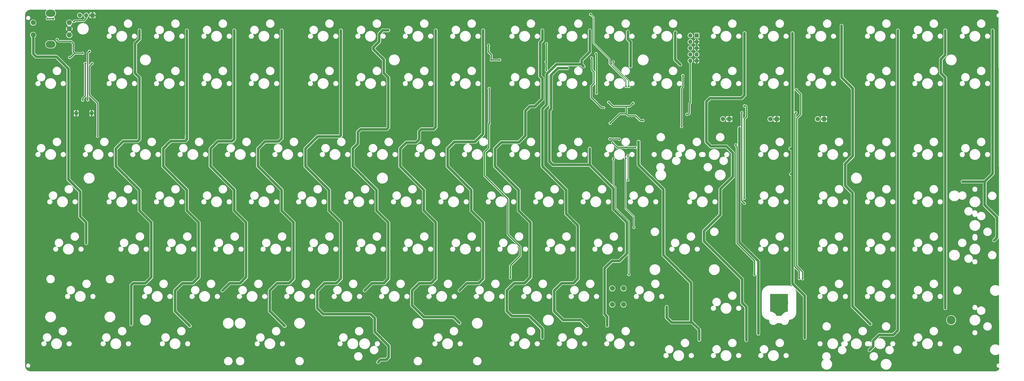
<source format=gbr>
G04 #@! TF.GenerationSoftware,KiCad,Pcbnew,7.0.1*
G04 #@! TF.CreationDate,2023-04-05T01:47:30-04:00*
G04 #@! TF.ProjectId,Boston-keyboard-V081DHA,426f7374-6f6e-42d6-9b65-79626f617264,rev?*
G04 #@! TF.SameCoordinates,Original*
G04 #@! TF.FileFunction,Copper,L1,Top*
G04 #@! TF.FilePolarity,Positive*
%FSLAX46Y46*%
G04 Gerber Fmt 4.6, Leading zero omitted, Abs format (unit mm)*
G04 Created by KiCad (PCBNEW 7.0.1) date 2023-04-05 01:47:30*
%MOMM*%
%LPD*%
G01*
G04 APERTURE LIST*
G04 #@! TA.AperFunction,ComponentPad*
%ADD10C,0.800000*%
G04 #@! TD*
G04 #@! TA.AperFunction,ComponentPad*
%ADD11C,7.000000*%
G04 #@! TD*
G04 #@! TA.AperFunction,ComponentPad*
%ADD12R,1.800000X1.800000*%
G04 #@! TD*
G04 #@! TA.AperFunction,ComponentPad*
%ADD13C,1.800000*%
G04 #@! TD*
G04 #@! TA.AperFunction,ComponentPad*
%ADD14C,2.000000*%
G04 #@! TD*
G04 #@! TA.AperFunction,ComponentPad*
%ADD15R,1.700000X1.700000*%
G04 #@! TD*
G04 #@! TA.AperFunction,ComponentPad*
%ADD16O,1.700000X1.700000*%
G04 #@! TD*
G04 #@! TA.AperFunction,ComponentPad*
%ADD17C,3.500000*%
G04 #@! TD*
G04 #@! TA.AperFunction,ComponentPad*
%ADD18C,2.032000*%
G04 #@! TD*
G04 #@! TA.AperFunction,ComponentPad*
%ADD19O,3.900000X2.799999*%
G04 #@! TD*
G04 #@! TA.AperFunction,ComponentPad*
%ADD20C,0.500000*%
G04 #@! TD*
G04 #@! TA.AperFunction,SMDPad,CuDef*
%ADD21R,1.200000X1.800000*%
G04 #@! TD*
G04 #@! TA.AperFunction,ViaPad*
%ADD22C,0.800000*%
G04 #@! TD*
G04 #@! TA.AperFunction,ViaPad*
%ADD23C,0.600000*%
G04 #@! TD*
G04 #@! TA.AperFunction,Conductor*
%ADD24C,0.300000*%
G04 #@! TD*
G04 #@! TA.AperFunction,Conductor*
%ADD25C,0.500000*%
G04 #@! TD*
G04 #@! TA.AperFunction,Conductor*
%ADD26C,1.000000*%
G04 #@! TD*
G04 APERTURE END LIST*
D10*
X356268500Y-146649500D03*
X357037345Y-144793345D03*
X357037345Y-148505655D03*
X358893500Y-144024500D03*
D11*
X358893500Y-146649500D03*
D10*
X358893500Y-149274500D03*
X360749655Y-144793345D03*
X360749655Y-148505655D03*
X361518500Y-146649500D03*
D12*
X338732500Y-72712500D03*
D13*
X336192500Y-72712500D03*
D12*
X357782500Y-72712500D03*
D13*
X355242500Y-72712500D03*
D14*
X291750000Y-147400000D03*
X291750000Y-140900000D03*
X296250000Y-147400000D03*
X296250000Y-140900000D03*
D15*
X82825000Y-30950000D03*
D16*
X80285000Y-30950000D03*
X77745000Y-30950000D03*
D17*
X427950304Y-153675080D03*
D15*
X325655625Y-39087500D03*
D16*
X323115625Y-39087500D03*
X325655625Y-41627500D03*
X323115625Y-41627500D03*
X325655625Y-44167500D03*
X323115625Y-44167500D03*
X325655625Y-46707500D03*
X323115625Y-46707500D03*
X325655625Y-49247500D03*
X323115625Y-49247500D03*
D12*
X376832500Y-72712500D03*
D13*
X374292500Y-72712500D03*
D18*
X73500000Y-33875000D03*
X73500000Y-38875000D03*
X73500000Y-36375000D03*
D19*
X66000000Y-30125000D03*
X66000000Y-42625000D03*
D18*
X59000000Y-33875000D03*
X59000000Y-38875000D03*
D20*
X82800000Y-70975000D03*
X82800000Y-70375000D03*
X82800000Y-69775000D03*
D21*
X82500000Y-70375000D03*
D20*
X82200000Y-70975000D03*
X82200000Y-70375000D03*
X82200000Y-69775000D03*
X76600000Y-70975000D03*
X76600000Y-70375000D03*
X76600000Y-69775000D03*
D21*
X76300000Y-70375000D03*
D20*
X76000000Y-70975000D03*
X76000000Y-70375000D03*
X76000000Y-69775000D03*
D22*
X300418750Y-116306250D03*
X297100000Y-88425000D03*
D23*
X288390000Y-68115000D03*
D22*
X283400000Y-48125000D03*
X285200000Y-46425000D03*
X285400000Y-62325000D03*
X350443750Y-159168750D03*
X342800000Y-76325000D03*
X292200000Y-88825000D03*
X298431250Y-135356250D03*
X348931250Y-135356250D03*
X341400000Y-83125000D03*
X298000000Y-87525000D03*
X297968750Y-97256250D03*
X291900000Y-82325000D03*
X301000000Y-84125000D03*
X297200000Y-84125000D03*
X298400000Y-59625000D03*
X292093750Y-49631250D03*
X297200000Y-59625000D03*
X283043750Y-30581250D03*
X64700000Y-32325000D03*
X67100000Y-32325000D03*
X294650000Y-80875000D03*
X290750000Y-80725000D03*
X82700000Y-50325000D03*
X84900000Y-79625000D03*
X365500000Y-70225000D03*
X366900000Y-136925000D03*
X321700000Y-70825000D03*
X264850000Y-69925000D03*
X312150000Y-99375000D03*
X79100000Y-108125000D03*
X181400000Y-46425000D03*
X284300000Y-47025000D03*
X227400000Y-153825000D03*
X238600000Y-136625000D03*
X79100000Y-110625000D03*
X407700000Y-96175000D03*
X299200000Y-79625000D03*
X195850000Y-108125000D03*
X132800000Y-96025000D03*
X319900000Y-77625000D03*
X296450000Y-117425000D03*
X238600000Y-134225000D03*
X154800000Y-152425000D03*
X279200000Y-134225000D03*
X203000000Y-136625000D03*
X74250000Y-95625000D03*
X318700000Y-66975000D03*
X398350000Y-153175000D03*
X394150000Y-164925000D03*
X170500000Y-76925000D03*
X222000000Y-36825000D03*
X212500000Y-80625000D03*
X157100000Y-80475000D03*
X279100000Y-117475000D03*
X161500000Y-110575000D03*
X297900000Y-98375000D03*
X261550000Y-42625000D03*
X162400000Y-136625000D03*
X345300000Y-105625000D03*
X152100000Y-96125000D03*
X268300000Y-80625000D03*
X424400000Y-79375000D03*
X273650000Y-49525000D03*
X183800000Y-75425000D03*
X203000000Y-134225000D03*
X329300000Y-115275000D03*
X157700000Y-108125000D03*
X389600000Y-62625000D03*
X257900000Y-153225000D03*
X164800000Y-136625000D03*
X229200000Y-155425000D03*
X119600000Y-50825000D03*
X81400000Y-115225000D03*
X366900000Y-76875000D03*
X308500000Y-155825000D03*
X257950000Y-76775000D03*
X183850000Y-117425000D03*
X173900000Y-80825000D03*
X272100000Y-110575000D03*
X428200000Y-120475000D03*
X138600000Y-46425000D03*
X407650000Y-75075000D03*
X298850000Y-96025000D03*
X346200000Y-63425000D03*
X256000000Y-137625000D03*
X160200000Y-70425000D03*
X365400000Y-134225000D03*
X341000000Y-115225000D03*
X258050000Y-69875000D03*
X387150000Y-117475000D03*
X249600000Y-98375000D03*
X343200000Y-63025000D03*
X85700000Y-80575000D03*
X243300000Y-60725000D03*
X328400000Y-77475000D03*
X426700000Y-148775000D03*
X318200000Y-44225000D03*
X264400000Y-45575000D03*
X197600000Y-155625000D03*
X241000000Y-134225000D03*
X105400000Y-117425000D03*
X107600000Y-115225000D03*
X119600000Y-75325000D03*
X424400000Y-123175000D03*
X299600000Y-152475000D03*
X72000000Y-76975000D03*
X363000000Y-67425000D03*
X74350000Y-76975000D03*
X249600000Y-136625000D03*
X289800000Y-137625000D03*
X194600000Y-44425000D03*
X281500000Y-42625000D03*
X250750000Y-108125000D03*
X102850000Y-80575000D03*
X407700000Y-136525000D03*
X138600000Y-72825000D03*
X274550000Y-110575000D03*
X221950000Y-115225000D03*
X257600000Y-134225000D03*
X300300000Y-44225000D03*
X343950000Y-117425000D03*
X242800000Y-42325000D03*
X234350000Y-110625000D03*
X243100000Y-76625000D03*
X291100000Y-65125000D03*
X340950000Y-96775000D03*
X265100000Y-76725000D03*
X289250000Y-96075000D03*
X119500000Y-80475000D03*
X244600000Y-98425000D03*
X286900000Y-76625000D03*
X60200000Y-44425000D03*
X193500000Y-96175000D03*
X301250000Y-67025000D03*
X314900000Y-150625000D03*
X250700000Y-115175000D03*
X297050000Y-110575000D03*
X343600000Y-60025000D03*
X298000000Y-136525000D03*
X407650000Y-50775000D03*
X271150000Y-46925000D03*
X259800000Y-151725000D03*
X426700000Y-141925000D03*
X162400000Y-134225000D03*
X336400000Y-102075000D03*
X351800000Y-134225000D03*
X198100000Y-108125000D03*
X324600000Y-138825000D03*
X141000000Y-50825000D03*
X405350000Y-115175000D03*
X389600000Y-60525000D03*
X267550000Y-44375000D03*
D23*
X284500000Y-51725000D03*
D22*
X300100000Y-110575000D03*
X160050000Y-108125000D03*
X271200000Y-44525000D03*
X188300000Y-80625000D03*
X181400000Y-70325000D03*
X158200000Y-110575000D03*
X212900000Y-76925000D03*
X259300000Y-64925000D03*
X267150000Y-150125000D03*
X97200000Y-148625000D03*
X363000000Y-76875000D03*
X80800000Y-133825000D03*
X191850000Y-94525000D03*
X256400000Y-67825000D03*
X114800000Y-149425000D03*
X311100000Y-108125000D03*
X155800000Y-150025000D03*
X113800000Y-96025000D03*
X346700000Y-152825000D03*
X366850000Y-117475000D03*
X304850000Y-155575000D03*
X138600000Y-50825000D03*
X290900000Y-153325000D03*
X140950000Y-108125000D03*
X81400000Y-117425000D03*
X241050000Y-45625000D03*
X346600000Y-73675000D03*
X94800000Y-96025000D03*
X100500000Y-75025000D03*
X313450000Y-104575000D03*
X157600000Y-98375000D03*
X259300000Y-59825000D03*
X313450000Y-102275000D03*
X366800000Y-75025000D03*
D23*
X278400000Y-61025000D03*
D22*
X382750000Y-50775000D03*
X124400000Y-117425000D03*
X261500000Y-153375000D03*
X288550000Y-155525000D03*
X271150000Y-42475000D03*
D23*
X288200000Y-70025000D03*
D22*
X135200000Y-98425000D03*
X240950000Y-115175000D03*
X266500000Y-42525000D03*
X219650000Y-117425000D03*
X143400000Y-134225000D03*
X405400000Y-79325000D03*
X369150000Y-136475000D03*
X346000000Y-61725000D03*
X104600000Y-136625000D03*
X119600000Y-98425000D03*
X255300000Y-108125000D03*
X426750000Y-116725000D03*
X407650000Y-79375000D03*
X267800000Y-76625000D03*
X99600000Y-148625000D03*
X346400000Y-60025000D03*
X370250000Y-160325000D03*
X122000000Y-50825000D03*
X170600000Y-80525000D03*
X318600000Y-72025000D03*
X70300000Y-54875000D03*
X407650000Y-98375000D03*
X405350000Y-98425000D03*
X119600000Y-108025000D03*
X202900000Y-75425000D03*
X257700000Y-115225000D03*
X426700000Y-43525000D03*
X138600000Y-98425000D03*
X238600000Y-70325000D03*
X347400000Y-137225000D03*
X296300000Y-96075000D03*
X424400000Y-112125000D03*
X248900000Y-115225000D03*
X321000000Y-60125000D03*
X238600000Y-60725000D03*
X318700000Y-62675000D03*
X323300000Y-155775000D03*
X348000000Y-134225000D03*
X251900000Y-110575000D03*
X238650000Y-115175000D03*
X443400000Y-76625000D03*
X241000000Y-40975000D03*
X426800000Y-74975000D03*
X275600000Y-137625000D03*
X327850000Y-160325000D03*
X81800000Y-149825000D03*
X424400000Y-45825000D03*
X100400000Y-108025000D03*
X121900000Y-73225000D03*
X256900000Y-81025000D03*
X363000000Y-134225000D03*
X407650000Y-117475000D03*
X157700000Y-77075000D03*
X424400000Y-63225000D03*
X280450000Y-153225000D03*
X345850000Y-93975000D03*
X387300000Y-62625000D03*
X301850000Y-77225000D03*
X141000000Y-103725000D03*
X389450000Y-117425000D03*
X293050000Y-98375000D03*
X336350000Y-108625000D03*
X315850000Y-48575000D03*
X280700000Y-56825000D03*
X260800000Y-80525000D03*
X341000000Y-107475000D03*
X262400000Y-67825000D03*
X99600000Y-146425000D03*
X299200000Y-65825000D03*
X217200000Y-108075000D03*
X255700000Y-69925000D03*
X330650000Y-77525000D03*
X336400000Y-104425000D03*
X408900000Y-158925000D03*
X342800000Y-134225000D03*
X198800000Y-49425000D03*
X342600000Y-139025000D03*
X86600000Y-41225000D03*
X367900000Y-160275000D03*
X274350000Y-108125000D03*
X386900000Y-60525000D03*
X343750000Y-50675000D03*
X143450000Y-115175000D03*
X389500000Y-136525000D03*
X345800000Y-85325000D03*
X98800000Y-41625000D03*
X300000000Y-146825000D03*
X141000000Y-75325000D03*
X219600000Y-134225000D03*
X238600000Y-74425000D03*
X313350000Y-97025000D03*
X291900000Y-77525000D03*
X407700000Y-84575000D03*
X69450000Y-46975000D03*
X330650000Y-71275000D03*
X76700000Y-108125000D03*
X334000000Y-110625000D03*
X318550000Y-48575000D03*
X241000000Y-36725000D03*
X363000000Y-70825000D03*
X264500000Y-53825000D03*
X126800000Y-117425000D03*
X426750000Y-134275000D03*
X219600000Y-70725000D03*
X405350000Y-117475000D03*
X140950000Y-80525000D03*
X164750000Y-115175000D03*
X71600000Y-44575000D03*
X320550000Y-62675000D03*
X196350000Y-110575000D03*
X293000000Y-96125000D03*
X101000000Y-110825000D03*
X183800000Y-50825000D03*
X308350000Y-102275000D03*
X287400000Y-134225000D03*
X247350000Y-96175000D03*
X181600000Y-50825000D03*
D23*
X288400000Y-67325000D03*
D22*
X324600000Y-142425000D03*
X259800000Y-155025000D03*
X215400000Y-110625000D03*
X202900000Y-115175000D03*
X160200000Y-50825000D03*
X71900000Y-49525000D03*
X85900000Y-76825000D03*
X349300000Y-157825000D03*
X311150000Y-112975000D03*
X113600000Y-76825000D03*
X242000000Y-98375000D03*
X300300000Y-41025000D03*
X344800000Y-66325000D03*
X366500000Y-70225000D03*
X407700000Y-150975000D03*
X181400000Y-136625000D03*
X138700000Y-108125000D03*
X215300000Y-80725000D03*
X157600000Y-50825000D03*
X222000000Y-136625000D03*
X219600000Y-46225000D03*
X269250000Y-62425000D03*
X363050000Y-74975000D03*
X238650000Y-117425000D03*
X123400000Y-110625000D03*
X122000000Y-46425000D03*
X126800000Y-134225000D03*
X261200000Y-55625000D03*
X79900000Y-64825000D03*
X197400000Y-44425000D03*
X268650000Y-98375000D03*
X154350000Y-98375000D03*
X69600000Y-40325000D03*
X426700000Y-136475000D03*
X363050000Y-96125000D03*
X272050000Y-108125000D03*
X424400000Y-76775000D03*
X79200000Y-115225000D03*
X343750000Y-48375000D03*
X284400000Y-62225000D03*
X292100000Y-48325000D03*
X69600000Y-44375000D03*
X405350000Y-85125000D03*
X322200000Y-142425000D03*
X211500000Y-98425000D03*
D23*
X294300000Y-51925000D03*
D22*
X389500000Y-115175000D03*
X228350000Y-96125000D03*
X424400000Y-115425000D03*
X290950000Y-157475000D03*
X57850000Y-44375000D03*
X214850000Y-108125000D03*
X367950000Y-158025000D03*
X119600000Y-77125000D03*
X162500000Y-117475000D03*
X103000000Y-73225000D03*
X367300000Y-137925000D03*
X200400000Y-136625000D03*
X238650000Y-45575000D03*
X142400000Y-110575000D03*
X261500000Y-45625000D03*
X347500000Y-71925000D03*
X212550000Y-96075000D03*
X405400000Y-60525000D03*
X153000000Y-150025000D03*
X286400000Y-59925000D03*
D23*
X290900000Y-51925000D03*
D22*
X183850000Y-115225000D03*
X242250000Y-96025000D03*
X219600000Y-75325000D03*
X351550000Y-157825000D03*
X141200000Y-46225000D03*
X336150000Y-115325000D03*
X76700000Y-110625000D03*
X257500000Y-66725000D03*
X250600000Y-96075000D03*
X107600000Y-117425000D03*
X160050000Y-103775000D03*
X405400000Y-63225000D03*
X256800000Y-110575000D03*
X113600000Y-80525000D03*
X299900000Y-144825000D03*
X74300000Y-54475000D03*
X240900000Y-74525000D03*
X296300000Y-98575000D03*
X252900000Y-108125000D03*
X260050000Y-115175000D03*
X387250000Y-76775000D03*
X266350000Y-96075000D03*
X236100000Y-80525000D03*
X132400000Y-80525000D03*
X271900000Y-98425000D03*
X345800000Y-76725000D03*
X58350000Y-47425000D03*
X202900000Y-36525000D03*
X365300000Y-50775000D03*
X98600000Y-47025000D03*
X275000000Y-52425000D03*
X190200000Y-96125000D03*
X155400000Y-142425000D03*
X200400000Y-47625000D03*
X340950000Y-85275000D03*
X424400000Y-61625000D03*
X322250000Y-153475000D03*
X105200000Y-134225000D03*
X85900000Y-75025000D03*
X384100000Y-57725000D03*
X342900000Y-73425000D03*
X239750000Y-96125000D03*
X145800000Y-136625000D03*
X366800000Y-79325000D03*
X209200000Y-96125000D03*
X67100000Y-33325000D03*
X116600000Y-152625000D03*
X340750000Y-103675000D03*
X141000000Y-70525000D03*
X386450000Y-91225000D03*
X405400000Y-150825000D03*
X197100000Y-169425000D03*
X160050000Y-77025000D03*
X290900000Y-81825000D03*
X363050000Y-48525000D03*
X366800000Y-96125000D03*
X334050000Y-104325000D03*
X105400000Y-115225000D03*
X295300000Y-108125000D03*
X426700000Y-113125000D03*
X116200000Y-98425000D03*
X219400000Y-136625000D03*
X261000000Y-48925000D03*
X255500000Y-76775000D03*
X324600000Y-153725000D03*
X386550000Y-93475000D03*
X320550000Y-67025000D03*
X426750000Y-109925000D03*
X299500000Y-59925000D03*
X385050000Y-50775000D03*
X200600000Y-134225000D03*
X405400000Y-96075000D03*
X281500000Y-44425000D03*
X193000000Y-142625000D03*
X177250000Y-110575000D03*
X138600000Y-75425000D03*
X155350000Y-96125000D03*
X188500000Y-76925000D03*
X342100000Y-71275000D03*
X160400000Y-154725000D03*
X179050000Y-108125000D03*
X289800000Y-134225000D03*
X241100000Y-76725000D03*
X382750000Y-48525000D03*
X184000000Y-46425000D03*
X363050000Y-50775000D03*
X328350000Y-67075000D03*
X126800000Y-115225000D03*
X298200000Y-76875000D03*
X181500000Y-75325000D03*
X231500000Y-96075000D03*
X341500000Y-76625000D03*
X72000000Y-96175000D03*
X370300000Y-157625000D03*
X396450000Y-154575000D03*
X365300000Y-61925000D03*
X335100000Y-112975000D03*
X312400000Y-150525000D03*
X83000000Y-133825000D03*
D23*
X289400000Y-48525000D03*
D22*
X184000000Y-136625000D03*
X407700000Y-115175000D03*
X345800000Y-95925000D03*
X197600000Y-157925000D03*
X141000000Y-77125000D03*
X407700000Y-48525000D03*
X121900000Y-80575000D03*
X299350000Y-115125000D03*
X279000000Y-115125000D03*
X282650000Y-155625000D03*
X363050000Y-115175000D03*
X194800000Y-153225000D03*
X295100000Y-71525000D03*
X325500000Y-160325000D03*
X233800000Y-98375000D03*
X221950000Y-117425000D03*
X145800000Y-134225000D03*
X265100000Y-80525000D03*
X405400000Y-48525000D03*
X286000000Y-96125000D03*
X288300000Y-98375000D03*
X120000000Y-110625000D03*
X101200000Y-45625000D03*
X117800000Y-149825000D03*
X83900000Y-76825000D03*
X142600000Y-136625000D03*
X346050000Y-50675000D03*
X341000000Y-117475000D03*
X337000000Y-84825000D03*
X288100000Y-44825000D03*
X389500000Y-79375000D03*
X79000000Y-53175000D03*
X121900000Y-75425000D03*
X405400000Y-50775000D03*
X297800000Y-46725000D03*
X157700000Y-72325000D03*
X313450000Y-112925000D03*
X195000000Y-155625000D03*
X233950000Y-108075000D03*
X74300000Y-57175000D03*
X104400000Y-110625000D03*
X248900000Y-117425000D03*
X363050000Y-79325000D03*
X75400000Y-97725000D03*
X324050000Y-60125000D03*
X248800000Y-110575000D03*
X296400000Y-115125000D03*
X74350000Y-79375000D03*
X197600000Y-153225000D03*
X341700000Y-79075000D03*
X279200000Y-59325000D03*
X107600000Y-136625000D03*
X366800000Y-98375000D03*
X264100000Y-49725000D03*
X174450000Y-96025000D03*
X320700000Y-75725000D03*
X214850000Y-98425000D03*
X270450000Y-53425000D03*
X363000000Y-137825000D03*
X317050000Y-50375000D03*
X160000000Y-75325000D03*
X311050000Y-110575000D03*
X329000000Y-97625000D03*
X384200000Y-93525000D03*
X100600000Y-98425000D03*
X231000000Y-153625000D03*
X267700000Y-69925000D03*
X313500000Y-110625000D03*
X424450000Y-134275000D03*
X297000000Y-71625000D03*
X268500000Y-64675000D03*
X426800000Y-79425000D03*
X107800000Y-134225000D03*
X240950000Y-117475000D03*
X296450000Y-69725000D03*
X81463454Y-38288454D03*
X340950000Y-105575000D03*
X407700000Y-61625000D03*
X405350000Y-76825000D03*
X275850000Y-115175000D03*
X83900000Y-79625000D03*
X269600000Y-148675000D03*
X407700000Y-76825000D03*
X136400000Y-96025000D03*
X269600000Y-96075000D03*
X262400000Y-59825000D03*
X330650000Y-67025000D03*
X164800000Y-117475000D03*
X262500000Y-76625000D03*
X171050000Y-96125000D03*
X318200000Y-41025000D03*
X183800000Y-134225000D03*
X292200000Y-110575000D03*
X99600000Y-155425000D03*
X268500000Y-66925000D03*
X157600000Y-46225000D03*
X321800000Y-138825000D03*
X346050000Y-48375000D03*
X299200000Y-117525000D03*
X74900000Y-32525000D03*
X181550000Y-117425000D03*
X363050000Y-98375000D03*
X331800000Y-112975000D03*
X249800000Y-134225000D03*
X407750000Y-155775000D03*
D23*
X281000000Y-60925000D03*
D22*
X344400000Y-160275000D03*
X304100000Y-72325000D03*
X367000000Y-140025000D03*
X276800000Y-117425000D03*
X312300000Y-148625000D03*
X424350000Y-74925000D03*
X387250000Y-75075000D03*
X102400000Y-41825000D03*
X238500000Y-76625000D03*
X344450000Y-152775000D03*
X407700000Y-63225000D03*
X78900000Y-50825000D03*
X301450000Y-79975000D03*
X200600000Y-117475000D03*
X281400000Y-89825000D03*
X385050000Y-48525000D03*
X191850000Y-97825000D03*
X181550000Y-115225000D03*
X257750000Y-117475000D03*
X405400000Y-75025000D03*
X315800000Y-41025000D03*
X124400000Y-115225000D03*
X365350000Y-48525000D03*
X243300000Y-69925000D03*
X346750000Y-160325000D03*
X97200000Y-146425000D03*
X344000000Y-107625000D03*
X283800000Y-90625000D03*
X260200000Y-134225000D03*
X123100000Y-155825000D03*
X346600000Y-70125000D03*
X126800000Y-136625000D03*
X424450000Y-136475000D03*
X219650000Y-115225000D03*
X250650000Y-117425000D03*
X405350000Y-136525000D03*
X426800000Y-122375000D03*
X282200000Y-92425000D03*
D23*
X294300000Y-50125000D03*
D22*
X268700000Y-58625000D03*
X199650000Y-110575000D03*
X237800000Y-82425000D03*
X83900000Y-74925000D03*
X78900000Y-45125000D03*
X140950000Y-72825000D03*
X297300000Y-79675000D03*
X238650000Y-41525000D03*
X74100000Y-48825000D03*
X122000000Y-108025000D03*
X393900000Y-152025000D03*
X387150000Y-115225000D03*
X251800000Y-134225000D03*
X268400000Y-48525000D03*
X260050000Y-117475000D03*
X172000000Y-142425000D03*
X162500000Y-115175000D03*
X424400000Y-43625000D03*
X117400000Y-96025000D03*
X279200000Y-155575000D03*
X229200000Y-152025000D03*
X389550000Y-75075000D03*
X389650000Y-76725000D03*
X296900000Y-41025000D03*
X345000000Y-137225000D03*
X72000000Y-57175000D03*
X138700000Y-77125000D03*
X315900000Y-44225000D03*
X327850000Y-158025000D03*
X252900000Y-98375000D03*
X306900000Y-151325000D03*
X79200000Y-117425000D03*
X157700000Y-75325000D03*
X259600000Y-137625000D03*
X81900000Y-49625000D03*
X164800000Y-134225000D03*
X80600000Y-45125000D03*
X366850000Y-115125000D03*
X121950000Y-77025000D03*
X346750000Y-150875000D03*
X248850000Y-108125000D03*
X119600000Y-46425000D03*
X243200000Y-45525000D03*
X200600000Y-75425000D03*
X445850000Y-75825000D03*
X176800000Y-98425000D03*
X160200000Y-46225000D03*
X328400000Y-71275000D03*
X72750000Y-98375000D03*
X158200000Y-152425000D03*
X443350000Y-74875000D03*
X94300000Y-80525000D03*
X145750000Y-115125000D03*
X123600000Y-136625000D03*
X299362696Y-134029751D03*
X222000000Y-134225000D03*
X324050000Y-62675000D03*
X98400000Y-96025000D03*
X151700000Y-80525000D03*
X200600000Y-115225000D03*
X318650000Y-60125000D03*
X100200000Y-80525000D03*
X82600000Y-53175000D03*
X426800000Y-76775000D03*
X323650000Y-67075000D03*
X181400000Y-134225000D03*
X221400000Y-77025000D03*
X392200000Y-153675000D03*
X219600000Y-50625000D03*
X284000000Y-44325000D03*
D23*
X282700000Y-51325000D03*
D22*
X119500000Y-71525000D03*
X346800000Y-158075000D03*
X291000000Y-108125000D03*
X103000000Y-76525000D03*
X263600000Y-66725000D03*
X313500000Y-108025000D03*
X174400000Y-142225000D03*
X344450000Y-151025000D03*
X208800000Y-80525000D03*
X71950000Y-79375000D03*
X281750000Y-48475000D03*
X132400000Y-76925000D03*
X294850000Y-81925000D03*
X124400000Y-134225000D03*
X344800000Y-70125000D03*
X284400000Y-59825000D03*
X313650000Y-115275000D03*
X160000000Y-80525000D03*
X253700000Y-80625000D03*
X192200000Y-80525000D03*
X222000000Y-70225000D03*
X339000000Y-93325000D03*
X222000000Y-75325000D03*
X262500000Y-69925000D03*
X387150000Y-136525000D03*
X343950000Y-115175000D03*
X288600000Y-153275000D03*
X334000000Y-107425000D03*
X222000000Y-50625000D03*
X393900000Y-155375000D03*
X289800000Y-74625000D03*
X139200000Y-110575000D03*
X369200000Y-134125000D03*
X426700000Y-45925000D03*
X407700000Y-134275000D03*
X298000000Y-108075000D03*
X276800000Y-134225000D03*
X387300000Y-79425000D03*
X202900000Y-117425000D03*
X143450000Y-117425000D03*
X265800000Y-68225000D03*
X389500000Y-134275000D03*
X100500000Y-76725000D03*
X120200000Y-152425000D03*
X222000000Y-46225000D03*
X300400000Y-46625000D03*
X180550000Y-110575000D03*
X173350000Y-98475000D03*
X311200000Y-104575000D03*
X345750000Y-98425000D03*
X341000000Y-136025000D03*
X145700000Y-117425000D03*
X283400000Y-57925000D03*
X230550000Y-98375000D03*
X325350000Y-157925000D03*
X345700000Y-79125000D03*
X103000000Y-108025000D03*
X285200000Y-41825000D03*
X366400000Y-67325000D03*
X176800000Y-108175000D03*
X387150000Y-134275000D03*
X264300000Y-42425000D03*
X405350000Y-134275000D03*
X296800000Y-44225000D03*
X138400000Y-80575000D03*
X286900000Y-46025000D03*
X406550000Y-159425000D03*
X267250000Y-147725000D03*
X261200000Y-64925000D03*
X218700000Y-110575000D03*
X384200000Y-91175000D03*
X351600000Y-137825000D03*
X241200000Y-136625000D03*
X279000000Y-137625000D03*
X363050000Y-117425000D03*
X236250000Y-108075000D03*
X78600000Y-149425000D03*
X203000000Y-70325000D03*
X237700000Y-110575000D03*
X200500000Y-70325000D03*
X315000000Y-148025000D03*
X320700000Y-71225000D03*
X97000000Y-98425000D03*
X245600000Y-80525000D03*
X344800000Y-106625000D03*
X343800000Y-70125000D03*
X344800000Y-67425000D03*
X344800000Y-104575000D03*
X239831250Y-122718750D03*
D23*
X239831396Y-70331260D03*
D22*
X235068750Y-103668750D03*
X230306250Y-141768750D03*
X239831396Y-56043748D03*
X239831396Y-36993732D03*
X225543750Y-84618750D03*
X220781250Y-36993750D03*
X220781250Y-122718750D03*
X211256250Y-141768750D03*
X216018750Y-103668750D03*
X230306250Y-154865625D03*
X220781250Y-56043750D03*
D23*
X220781250Y-70331250D03*
D22*
X206493750Y-84618750D03*
X201731250Y-36993750D03*
D23*
X201731250Y-70331250D03*
D22*
X192206250Y-141768750D03*
X201731250Y-56043750D03*
X201731250Y-122718750D03*
X187443750Y-84618750D03*
X196968750Y-103668750D03*
X182681250Y-56043750D03*
X182681250Y-122718750D03*
X182681250Y-36993750D03*
X196300000Y-158425000D03*
D23*
X182681250Y-70331250D03*
D22*
X197600000Y-170625000D03*
X173156250Y-141768750D03*
X177918750Y-103668750D03*
X168393750Y-84618750D03*
X149343750Y-84618750D03*
X158868750Y-103668750D03*
X163631250Y-122718750D03*
X160059375Y-156056250D03*
X154106250Y-141768750D03*
X158868750Y-56043750D03*
X158868750Y-36993750D03*
D23*
X158868750Y-70493750D03*
D22*
X139818750Y-103668750D03*
D23*
X139818750Y-70606250D03*
D22*
X139818750Y-56043750D03*
X139818750Y-36993750D03*
X135056250Y-141768750D03*
X144581250Y-122718750D03*
X130293750Y-84618750D03*
X120768750Y-56043750D03*
X121959375Y-156056250D03*
X120768750Y-36993750D03*
X116006250Y-141768750D03*
X120768750Y-103668750D03*
X111243750Y-84618750D03*
X125531250Y-122718750D03*
X120768750Y-70893750D03*
X106481250Y-122718750D03*
X101718750Y-103668750D03*
X92193750Y-84618750D03*
X98400000Y-155425000D03*
X101718750Y-75093750D03*
X101718750Y-36993750D03*
X101718750Y-56043750D03*
X445200000Y-121625000D03*
X444618750Y-75843750D03*
X444618750Y-36993750D03*
X432500000Y-97925000D03*
X444618750Y-84618750D03*
X444618750Y-56043750D03*
X425568750Y-56043750D03*
X425568750Y-148912274D03*
X425568750Y-103668750D03*
X425568750Y-84618750D03*
X425568750Y-36993750D03*
X425568750Y-141768750D03*
X425568750Y-122718750D03*
X425568750Y-62256250D03*
X395100000Y-165825000D03*
X406518750Y-84618750D03*
X406518750Y-122718750D03*
X406518750Y-36993750D03*
X406518750Y-61306250D03*
X406518750Y-103668750D03*
X406518750Y-56043750D03*
X406518750Y-141768750D03*
X388300000Y-141725000D03*
X385500000Y-57525000D03*
X383900000Y-53325000D03*
X388300000Y-122825000D03*
X388400000Y-84325000D03*
X383900000Y-35125000D03*
X395500000Y-155325000D03*
X388300000Y-104225000D03*
X363300000Y-84625000D03*
X364200000Y-123625000D03*
X364200000Y-104325000D03*
X364200000Y-56225000D03*
X364200000Y-62525000D03*
X369100000Y-160925000D03*
X363400000Y-94925000D03*
X364100000Y-38125000D03*
X344900000Y-61725000D03*
X336500000Y-99625000D03*
X329500000Y-79025000D03*
X343900000Y-146725000D03*
X345600000Y-161825000D03*
X344900000Y-38125000D03*
X344900000Y-56625000D03*
X328600000Y-119625000D03*
X320100000Y-55225000D03*
X312000000Y-100825000D03*
X302300000Y-81825000D03*
X319100000Y-50825000D03*
X319600000Y-75725000D03*
X317100000Y-37825000D03*
X326700000Y-161625000D03*
X313600000Y-148325000D03*
X297576757Y-123314117D03*
X299100000Y-51525000D03*
X273700000Y-52225000D03*
X288647062Y-141768820D03*
X298000000Y-37525000D03*
X292218940Y-103668788D03*
X282693932Y-84618772D03*
X289700000Y-155925000D03*
X277931250Y-122718750D03*
X268406250Y-141768750D03*
X273168750Y-103668750D03*
X281585937Y-156139063D03*
D23*
X282693932Y-36993732D03*
X280200000Y-51525000D03*
D22*
X263643750Y-84618750D03*
X258881250Y-122718750D03*
X262700000Y-55425000D03*
X249356250Y-141768750D03*
X263643916Y-59768916D03*
X254118750Y-103668750D03*
X263643916Y-36993732D03*
X244593750Y-84618750D03*
X263643750Y-160818750D03*
X80287500Y-122718750D03*
X73143750Y-75668750D03*
X73143750Y-84618750D03*
X77906250Y-103668750D03*
X70762500Y-50090625D03*
X368200000Y-137025000D03*
X365700000Y-60925000D03*
X80900000Y-65025000D03*
X81600000Y-45425000D03*
X265200000Y-53025000D03*
X265150000Y-49675000D03*
X265300000Y-42425000D03*
X290300000Y-65925000D03*
X242000000Y-43025000D03*
X68600000Y-40725000D03*
X243100000Y-48925000D03*
X73600000Y-47925000D03*
X242300000Y-60425000D03*
X78900000Y-46225000D03*
X246500000Y-48925000D03*
X300100000Y-66325000D03*
X290900000Y-74425000D03*
X242300000Y-74525000D03*
X250800000Y-136725000D03*
X304100000Y-73325000D03*
X79900000Y-50325000D03*
X75400000Y-33425000D03*
X78900000Y-65125000D03*
D24*
X297100000Y-108725000D02*
X300418750Y-112043750D01*
X300418750Y-112043750D02*
X300418750Y-116306250D01*
X297100000Y-88425000D02*
X297100000Y-108725000D01*
D25*
X283600000Y-48325000D02*
X283400000Y-48125000D01*
X283300000Y-59525000D02*
X284400000Y-58425000D01*
X283300000Y-64025000D02*
X283300000Y-59525000D01*
X284400000Y-58425000D02*
X284400000Y-53825000D01*
X287390000Y-68115000D02*
X283300000Y-64025000D01*
X283600000Y-53025000D02*
X283600000Y-48325000D01*
X284400000Y-53825000D02*
X283600000Y-53025000D01*
X288390000Y-68115000D02*
X287390000Y-68115000D01*
X285400000Y-46625000D02*
X285200000Y-46425000D01*
X285400000Y-62325000D02*
X285400000Y-46625000D01*
D26*
X350443750Y-129968750D02*
X342800000Y-122325000D01*
X350443750Y-159168750D02*
X350443750Y-129968750D01*
X342800000Y-95925000D02*
X342800000Y-93825000D01*
X342800000Y-122325000D02*
X342800000Y-98475000D01*
X342800000Y-98475000D02*
X342800000Y-95925000D01*
X342800000Y-93825000D02*
X342800000Y-76325000D01*
D24*
X292200000Y-88825000D02*
X292200000Y-99499485D01*
D25*
X341400000Y-83525000D02*
X341870000Y-83995000D01*
D24*
X293048940Y-100348426D02*
X293048940Y-108682807D01*
D25*
X341400000Y-83125000D02*
X341400000Y-83525000D01*
D24*
X293048940Y-108682807D02*
X298431250Y-114065117D01*
X298431250Y-114065117D02*
X298431250Y-135356250D01*
D25*
X341870000Y-83995000D02*
X341870000Y-122710218D01*
D24*
X292200000Y-99499485D02*
X293048940Y-100348426D01*
D25*
X341870000Y-122710218D02*
X348931250Y-129771468D01*
X348931250Y-129771468D02*
X348931250Y-135356250D01*
D24*
X298000000Y-97225000D02*
X297968750Y-97256250D01*
X298000000Y-87525000D02*
X298000000Y-97225000D01*
D25*
X301000000Y-84125000D02*
X297200000Y-84125000D01*
X293700000Y-84125000D02*
X291900000Y-82325000D01*
X297200000Y-84125000D02*
X293700000Y-84125000D01*
D24*
X298400000Y-57425000D02*
X292093750Y-51118750D01*
X298400000Y-59625000D02*
X298400000Y-57425000D01*
X292093750Y-51118750D02*
X292093750Y-49631250D01*
X284300000Y-31837500D02*
X283043750Y-30581250D01*
X290650000Y-50475000D02*
X290650000Y-48575000D01*
D25*
X67100000Y-32325000D02*
X64700000Y-32325000D01*
D24*
X290650000Y-48575000D02*
X284300000Y-42225000D01*
X297200000Y-57025000D02*
X290650000Y-50475000D01*
X284300000Y-42225000D02*
X284300000Y-31837500D01*
X297200000Y-59625000D02*
X297200000Y-57025000D01*
D25*
X84900000Y-75225000D02*
X84900000Y-66325000D01*
X290750000Y-80725000D02*
X294500000Y-80725000D01*
X294500000Y-80725000D02*
X294650000Y-80875000D01*
X84900000Y-79625000D02*
X84900000Y-75225000D01*
X84900000Y-66325000D02*
X81900000Y-63325000D01*
X290800000Y-80775000D02*
X290750000Y-80725000D01*
X81600000Y-51425000D02*
X82700000Y-50325000D01*
X81600000Y-63025000D02*
X81600000Y-61725000D01*
X81600000Y-61725000D02*
X81600000Y-51425000D01*
X81900000Y-63325000D02*
X81600000Y-63025000D01*
X366900000Y-133925000D02*
X365200000Y-132225000D01*
X365130000Y-132155000D02*
X365130000Y-71025000D01*
X322700000Y-70525000D02*
X322700000Y-66725000D01*
X366900000Y-136925000D02*
X366900000Y-133925000D01*
X321700000Y-70825000D02*
X322400000Y-70825000D01*
X322400000Y-70825000D02*
X322700000Y-70525000D01*
X365130000Y-71025000D02*
X365130000Y-70595000D01*
X323115625Y-66309375D02*
X323115625Y-49247500D01*
X365200000Y-132225000D02*
X365130000Y-132155000D01*
X322700000Y-66725000D02*
X323115625Y-66309375D01*
X365130000Y-70595000D02*
X365500000Y-70225000D01*
X343800000Y-104325000D02*
X343800000Y-105625000D01*
X343800000Y-70125000D02*
X343800000Y-104325000D01*
X343800000Y-105625000D02*
X344800000Y-106625000D01*
X344800000Y-104575000D02*
X344800000Y-72725000D01*
X345400000Y-67425000D02*
X344800000Y-67425000D01*
X344800000Y-72725000D02*
X345700000Y-71825000D01*
X345700000Y-67725000D02*
X345400000Y-67425000D01*
X345700000Y-71825000D02*
X345700000Y-67725000D01*
D26*
X239831396Y-56043748D02*
X239831396Y-70331260D01*
X225543906Y-84618750D02*
X228237656Y-81925000D01*
X238045457Y-138792255D02*
X233282953Y-138792255D01*
X228237656Y-81925000D02*
X236572038Y-81925000D01*
X239831250Y-122718750D02*
X239831250Y-137006462D01*
X225543750Y-84618750D02*
X225543906Y-84618750D01*
X235068750Y-109621875D02*
X239831250Y-114384375D01*
X233282953Y-138792255D02*
X233282849Y-138792151D01*
X239820000Y-78677038D02*
X239820000Y-70342656D01*
X239831250Y-137006462D02*
X238045457Y-138792255D01*
X233282849Y-138792151D02*
X230306250Y-141768750D01*
X235068750Y-101287500D02*
X235068750Y-103668750D01*
X235068750Y-103668750D02*
X235068750Y-109621875D01*
X225543750Y-91762500D02*
X235068750Y-101287500D01*
X236572038Y-81925000D02*
X239820000Y-78677038D01*
X239831250Y-114384375D02*
X239831250Y-122718750D01*
X239831396Y-36993732D02*
X239831396Y-56043748D01*
X225543750Y-84618750D02*
X225543750Y-91762500D01*
X239820000Y-70342656D02*
X239831396Y-70331260D01*
X216018750Y-152484375D02*
X227925000Y-152484375D01*
X208943750Y-82168750D02*
X206493750Y-84618750D01*
X220781250Y-70331250D02*
X220781250Y-75943750D01*
X216018750Y-109621875D02*
X220781250Y-114384375D01*
X214100000Y-77725000D02*
X214100000Y-80925000D01*
X212856250Y-82168750D02*
X208943750Y-82168750D01*
X219900000Y-76825000D02*
X215000000Y-76825000D01*
X220781250Y-56043750D02*
X220781250Y-70331250D01*
X206493750Y-84618750D02*
X206493750Y-91762500D01*
X206493750Y-91762500D02*
X216018750Y-101287500D01*
X218995441Y-138792255D02*
X214232937Y-138792255D01*
X216018750Y-103668750D02*
X216018750Y-109621875D01*
X211256250Y-141768750D02*
X211256250Y-147721875D01*
X211256250Y-147721875D02*
X216018750Y-152484375D01*
X220781250Y-114384375D02*
X220781250Y-122718750D01*
X214100000Y-80925000D02*
X212856250Y-82168750D01*
X216018750Y-101287500D02*
X216018750Y-103668750D01*
X215000000Y-76825000D02*
X214100000Y-77725000D01*
X214232841Y-138792159D02*
X211256250Y-141768750D01*
X220781250Y-75943750D02*
X219900000Y-76825000D01*
X220781250Y-36993750D02*
X220781250Y-56043750D01*
X227925000Y-152484375D02*
X230306250Y-154865625D01*
X220781250Y-137006446D02*
X218995441Y-138792255D01*
X220781250Y-122718750D02*
X220781250Y-137006446D01*
X214232937Y-138792255D02*
X214232841Y-138792159D01*
X190600000Y-76825000D02*
X201062500Y-76825000D01*
X201731250Y-76156250D02*
X201731250Y-70331250D01*
X201731250Y-114384375D02*
X201731250Y-122718750D01*
X201731250Y-56043750D02*
X201731250Y-70331250D01*
X187443750Y-84618750D02*
X189468750Y-82593750D01*
X201731250Y-137006430D02*
X199945425Y-138792255D01*
X195800000Y-43825000D02*
X198064063Y-41560937D01*
X198064063Y-38460937D02*
X199531250Y-36993750D01*
X195800000Y-44725000D02*
X195800000Y-43825000D01*
X199945375Y-48870375D02*
X195800000Y-44725000D01*
X201731250Y-122718750D02*
X201731250Y-137006430D01*
X201062500Y-76825000D02*
X201731250Y-76156250D01*
X187443750Y-91762500D02*
X196968750Y-101287500D01*
X189468750Y-77956250D02*
X190600000Y-76825000D01*
X198064063Y-41560937D02*
X198064063Y-38460937D01*
X199945425Y-138792255D02*
X195182921Y-138792255D01*
X196968750Y-101287500D02*
X196968750Y-103668750D01*
X195182921Y-138792255D02*
X195182833Y-138792167D01*
X201731250Y-56043750D02*
X199945375Y-54257875D01*
X196968750Y-103668750D02*
X196968750Y-109621875D01*
X196968750Y-109621875D02*
X201731250Y-114384375D01*
X187443750Y-84618750D02*
X187443750Y-91762500D01*
X189468750Y-82593750D02*
X189468750Y-77956250D01*
X199945375Y-54257875D02*
X199945375Y-48870375D01*
X199531250Y-36993750D02*
X201731250Y-36993750D01*
X195182833Y-138792167D02*
X192206250Y-141768750D01*
X176132825Y-138792175D02*
X173156250Y-141768750D01*
X182681250Y-36993750D02*
X182681250Y-56043750D01*
X182681250Y-70331250D02*
X182681250Y-79260857D01*
X200900000Y-169625000D02*
X201900000Y-168625000D01*
X201900000Y-164025000D02*
X201900000Y-165025000D01*
X182681250Y-122718750D02*
X182681250Y-137006414D01*
X177918750Y-109621875D02*
X182681250Y-114384375D01*
X182681250Y-79260857D02*
X182681348Y-79260955D01*
X182226304Y-79715999D02*
X173296501Y-79715999D01*
X201900000Y-168625000D02*
X201900000Y-165025000D01*
X196300000Y-158425000D02*
X201900000Y-164025000D01*
X180895409Y-138792255D02*
X176132905Y-138792255D01*
X197600000Y-170625000D02*
X198600000Y-169625000D01*
X176132905Y-138792255D02*
X176132825Y-138792175D01*
X196300000Y-153006250D02*
X196300000Y-158425000D01*
X182681348Y-79260955D02*
X182226304Y-79715999D01*
X173156250Y-148912500D02*
X175537500Y-151293750D01*
X168393750Y-84618750D02*
X168393750Y-91762500D01*
X175537500Y-151293750D02*
X194587500Y-151293750D01*
X182681250Y-70331250D02*
X182681250Y-56043750D01*
X200800000Y-169625000D02*
X200900000Y-169625000D01*
X182681250Y-114384375D02*
X182681250Y-122718750D01*
X194587500Y-151293750D02*
X196300000Y-153006250D01*
X177918750Y-101287500D02*
X177918750Y-103668750D01*
X173296501Y-79715999D02*
X168393750Y-84618750D01*
X173156250Y-141768750D02*
X173156250Y-148912500D01*
X177918750Y-103668750D02*
X177918750Y-109621875D01*
X168393750Y-91762500D02*
X177918750Y-101287500D01*
X182681250Y-137006414D02*
X180895409Y-138792255D01*
X198600000Y-169625000D02*
X200800000Y-169625000D01*
X158868750Y-80506250D02*
X157581250Y-81793750D01*
X158868750Y-56043750D02*
X158868750Y-70493750D01*
X149343750Y-91762500D02*
X158868750Y-101287500D01*
X157581250Y-81793750D02*
X152168750Y-81793750D01*
X163631250Y-122718750D02*
X163631250Y-137006398D01*
X158868750Y-101287500D02*
X158868750Y-103668750D01*
X163631250Y-137006398D02*
X161845393Y-138792255D01*
X157082817Y-138792183D02*
X154106250Y-141768750D01*
X158868750Y-109621875D02*
X163631250Y-114384375D01*
X158868750Y-103668750D02*
X158868750Y-109621875D01*
X154106250Y-141768750D02*
X154106250Y-150103125D01*
X154106250Y-150103125D02*
X160059375Y-156056250D01*
X157082889Y-138792255D02*
X157082817Y-138792183D01*
X158868750Y-36993750D02*
X158868750Y-56043750D01*
X149343750Y-84618750D02*
X149343750Y-91762500D01*
X158868750Y-70493750D02*
X158868750Y-80506250D01*
X152168750Y-81793750D02*
X149343750Y-84618750D01*
X163631250Y-114384375D02*
X163631250Y-122718750D01*
X161845393Y-138792255D02*
X157082889Y-138792255D01*
X130293750Y-91762500D02*
X139818750Y-101287500D01*
X139818750Y-70606250D02*
X139818750Y-80806250D01*
X133193750Y-81718750D02*
X130293750Y-84618750D01*
X144581250Y-114384375D02*
X144581250Y-122718750D01*
X130293750Y-84618750D02*
X130293750Y-91762500D01*
X139818750Y-36993750D02*
X139818750Y-56043750D01*
X139818750Y-103668750D02*
X139818750Y-109621875D01*
X138032809Y-138792191D02*
X135056250Y-141768750D01*
X144581250Y-136411069D02*
X142200064Y-138792255D01*
X138032873Y-138792255D02*
X138032809Y-138792191D01*
X139818750Y-101287500D02*
X139818750Y-103668750D01*
X142200064Y-138792255D02*
X138032873Y-138792255D01*
X139818750Y-109621875D02*
X144581250Y-114384375D01*
X139818750Y-56043750D02*
X139818750Y-70606250D01*
X144581250Y-122718750D02*
X144581250Y-136411069D01*
X138906250Y-81718750D02*
X133193750Y-81718750D01*
X139818750Y-80806250D02*
X138906250Y-81718750D01*
X120750000Y-79279751D02*
X120768750Y-79261001D01*
X111243750Y-84618750D02*
X111243750Y-91762500D01*
X120768750Y-36993750D02*
X120768750Y-56043750D01*
X125531250Y-114384375D02*
X125531250Y-122718750D01*
X125531300Y-132243800D02*
X125531300Y-136411003D01*
X113681250Y-82193750D02*
X114300000Y-81575000D01*
X116006250Y-150103125D02*
X121959375Y-156056250D01*
X125531250Y-122718750D02*
X125531250Y-132243750D01*
X111243750Y-91762500D02*
X120768750Y-101287500D01*
X116006250Y-141768750D02*
X116006250Y-150103125D01*
X120768750Y-79261001D02*
X120768750Y-70893750D01*
X120768750Y-56043750D02*
X120768750Y-70893750D01*
X114300000Y-81575000D02*
X120050000Y-81575000D01*
X120768750Y-109621875D02*
X125531250Y-114384375D01*
X113668750Y-82193750D02*
X113681250Y-82193750D01*
X118982801Y-138792199D02*
X116006250Y-141768750D01*
X123150104Y-138792199D02*
X118982801Y-138792199D01*
X120768750Y-103668750D02*
X120768750Y-109621875D01*
X120750000Y-80875000D02*
X120750000Y-79279751D01*
X125531250Y-132243750D02*
X125531300Y-132243800D01*
X125531300Y-136411003D02*
X123150104Y-138792199D01*
X120050000Y-81575000D02*
X120750000Y-80875000D01*
X120768750Y-101287500D02*
X120768750Y-103668750D01*
X111243750Y-84618750D02*
X113668750Y-82193750D01*
X106481250Y-122718750D02*
X106481250Y-136411037D01*
X100906250Y-81668750D02*
X101718750Y-80856250D01*
X92193750Y-84618750D02*
X95143750Y-81668750D01*
X101718750Y-56043750D02*
X101718750Y-75093750D01*
X106481250Y-136411037D02*
X104100032Y-138792255D01*
X101718750Y-101287500D02*
X101718750Y-103668750D01*
X101718750Y-40043750D02*
X101718750Y-36993750D01*
X101718780Y-40043780D02*
X101718780Y-40565610D01*
X98400000Y-139640666D02*
X98400000Y-155425000D01*
X92193750Y-91762500D02*
X101718750Y-101287500D01*
X92193750Y-84618750D02*
X92193750Y-91762500D01*
X101718750Y-103668750D02*
X101718750Y-109621875D01*
X101718780Y-40565610D02*
X99932841Y-42351549D01*
X106481250Y-114384375D02*
X106481250Y-122718750D01*
X99932841Y-54257841D02*
X99932841Y-42351549D01*
X99248411Y-138792255D02*
X98400000Y-139640666D01*
X95143750Y-81668750D02*
X100906250Y-81668750D01*
X101718750Y-40043750D02*
X101718780Y-40043780D01*
X101718750Y-56043750D02*
X99932841Y-54257841D01*
X101718750Y-80856250D02*
X101718750Y-75093750D01*
X101718750Y-109621875D02*
X106481250Y-114384375D01*
X104100032Y-138792255D02*
X99248411Y-138792255D01*
X444618750Y-36993750D02*
X444618750Y-75843750D01*
X441400000Y-107325000D02*
X446400000Y-112325000D01*
X441400000Y-97925000D02*
X441400000Y-107325000D01*
X432500000Y-97925000D02*
X441400000Y-97925000D01*
X444618750Y-75843750D02*
X444618750Y-84618750D01*
X446400000Y-120425000D02*
X445200000Y-121625000D01*
X446400000Y-112325000D02*
X446400000Y-120425000D01*
X444618750Y-94706250D02*
X444618750Y-84618750D01*
X441400000Y-97925000D02*
X444618750Y-94706250D01*
X425568750Y-141768750D02*
X425568750Y-148912274D01*
X423783113Y-48641887D02*
X423783113Y-54258113D01*
X425568750Y-46856250D02*
X423783113Y-48641887D01*
X425568750Y-36993750D02*
X425568750Y-46856250D01*
X425568750Y-62256250D02*
X425568750Y-141768750D01*
X425568750Y-56043750D02*
X425568750Y-62256250D01*
X423783113Y-54258113D02*
X425568750Y-56043750D01*
X396600000Y-162025000D02*
X399000000Y-159625000D01*
X406518750Y-36993750D02*
X406518750Y-61306250D01*
X404700000Y-159625000D02*
X406518750Y-157806250D01*
X406518750Y-61306250D02*
X406518750Y-141768750D01*
X399000000Y-159625000D02*
X404700000Y-159625000D01*
X395100000Y-165825000D02*
X396600000Y-164325000D01*
X396600000Y-164325000D02*
X396600000Y-162025000D01*
X406518750Y-157806250D02*
X406518750Y-141768750D01*
X383900000Y-53325000D02*
X383900000Y-35125000D01*
X388300000Y-141725000D02*
X388300000Y-139725000D01*
X385300000Y-99525000D02*
X388300000Y-102525000D01*
X388300000Y-139725000D02*
X388300000Y-122825000D01*
X388300000Y-102525000D02*
X388300000Y-104225000D01*
X385500000Y-57525000D02*
X383900000Y-55925000D01*
X388300000Y-148125000D02*
X388300000Y-141725000D01*
X388400000Y-84325000D02*
X388400000Y-87625000D01*
X388300000Y-122825000D02*
X388300000Y-104225000D01*
X395500000Y-155325000D02*
X388300000Y-148125000D01*
X388400000Y-84325000D02*
X388400000Y-60425000D01*
X388400000Y-87625000D02*
X385300000Y-90725000D01*
X383900000Y-55925000D02*
X383900000Y-53325000D01*
X385300000Y-90725000D02*
X385300000Y-99525000D01*
X388400000Y-60425000D02*
X385500000Y-57525000D01*
X364200000Y-123625000D02*
X364200000Y-139025000D01*
D25*
X364100000Y-94925000D02*
X364200000Y-94825000D01*
D26*
X364200000Y-139025000D02*
X369100000Y-143925000D01*
X364200000Y-94825000D02*
X364200000Y-84625000D01*
D25*
X363400000Y-94925000D02*
X364100000Y-94925000D01*
D26*
X364200000Y-84625000D02*
X364200000Y-62525000D01*
X364200000Y-56225000D02*
X364200000Y-38225000D01*
X363300000Y-84625000D02*
X364200000Y-84625000D01*
X364200000Y-123625000D02*
X364200000Y-112525000D01*
X364200000Y-38225000D02*
X364100000Y-38125000D01*
X364200000Y-112525000D02*
X364200000Y-104325000D01*
X364200000Y-104325000D02*
X364200000Y-94825000D01*
X364200000Y-62525000D02*
X364200000Y-56225000D01*
X369100000Y-143925000D02*
X369100000Y-160925000D01*
X343716293Y-64308707D02*
X344900000Y-63125000D01*
X344900000Y-56625000D02*
X344900000Y-55525000D01*
X343900000Y-146725000D02*
X345600000Y-148425000D01*
X337600000Y-83725000D02*
X335300000Y-83725000D01*
X334600000Y-111825000D02*
X335200000Y-111225000D01*
X328600000Y-117825000D02*
X334600000Y-111825000D01*
X344900000Y-61725000D02*
X344900000Y-56625000D01*
X335200000Y-111225000D02*
X335200000Y-100925000D01*
X340200000Y-86325000D02*
X337600000Y-83725000D01*
X331300000Y-83725000D02*
X329500000Y-81925000D01*
X344900000Y-63125000D02*
X344900000Y-61725000D01*
X344900000Y-50325000D02*
X344900000Y-38125000D01*
X328600000Y-121925000D02*
X328600000Y-119625000D01*
X344900000Y-55525000D02*
X344900000Y-50325000D01*
X343900000Y-137225000D02*
X334600000Y-127925000D01*
X329500000Y-79025000D02*
X329500000Y-65792415D01*
X328600000Y-119625000D02*
X328600000Y-117825000D01*
X336500000Y-99625000D02*
X340200000Y-95925000D01*
X340200000Y-95925000D02*
X340200000Y-86325000D01*
X345600000Y-148425000D02*
X345600000Y-161825000D01*
X329500000Y-81925000D02*
X329500000Y-79025000D01*
X335300000Y-83725000D02*
X331300000Y-83725000D01*
X329500000Y-65792415D02*
X330983707Y-64308707D01*
X335200000Y-100925000D02*
X336500000Y-99625000D01*
X334600000Y-127925000D02*
X328600000Y-121925000D01*
X343900000Y-146725000D02*
X343900000Y-137225000D01*
X330983707Y-64308707D02*
X343716293Y-64308707D01*
X323415922Y-154625000D02*
X315600000Y-154625000D01*
X317000000Y-48725000D02*
X319100000Y-50825000D01*
X326700000Y-157525000D02*
X326200000Y-157025000D01*
X326700000Y-161625000D02*
X326700000Y-157525000D01*
D25*
X319600000Y-75725000D02*
X319600000Y-60325000D01*
D26*
X302300000Y-91125000D02*
X302300000Y-86425000D01*
X323415922Y-154625000D02*
X323415922Y-138640922D01*
X313600000Y-152625000D02*
X313600000Y-148325000D01*
X326200000Y-157025000D02*
X323800000Y-154625000D01*
D25*
X319600000Y-60325000D02*
X320100000Y-59825000D01*
D26*
X312300000Y-101125000D02*
X312000000Y-100825000D01*
X317100000Y-37825000D02*
X317000000Y-37925000D01*
X315600000Y-154625000D02*
X313600000Y-152625000D01*
D25*
X320100000Y-59825000D02*
X320100000Y-55225000D01*
D26*
X323415922Y-138640922D02*
X312300000Y-127525000D01*
X323800000Y-154625000D02*
X323415922Y-154625000D01*
X317000000Y-37925000D02*
X317000000Y-48725000D01*
X312000000Y-100825000D02*
X302300000Y-91125000D01*
X312300000Y-127525000D02*
X312300000Y-101125000D01*
X302300000Y-86425000D02*
X302300000Y-81825000D01*
X267100000Y-68725000D02*
X266500000Y-69325000D01*
X299100000Y-41625000D02*
X298000000Y-40525000D01*
X299100000Y-51525000D02*
X299100000Y-41625000D01*
X267842215Y-91167215D02*
X266500000Y-89825000D01*
X266500000Y-89825000D02*
X266500000Y-69325000D01*
X297576757Y-126885995D02*
X297576757Y-123314117D01*
X294600192Y-129862560D02*
X297576757Y-126885995D01*
X288647062Y-151293828D02*
X288647062Y-141768820D01*
X282693932Y-91167215D02*
X282693932Y-84618772D01*
X267100000Y-55025000D02*
X267100000Y-68725000D01*
X297576757Y-123314117D02*
X297576757Y-114384422D01*
X292218940Y-103668788D02*
X292218940Y-100692223D01*
X289700000Y-152525000D02*
X289700000Y-152346766D01*
X298000000Y-37525000D02*
X298000000Y-40525000D01*
X269900000Y-52225000D02*
X273700000Y-52225000D01*
X288647062Y-141768820D02*
X288647062Y-132839125D01*
X289700000Y-155925000D02*
X289700000Y-152525000D01*
X292218940Y-109026605D02*
X292218940Y-103668788D01*
X288647062Y-132839125D02*
X291623627Y-129862560D01*
X282693932Y-91167215D02*
X267842215Y-91167215D01*
X289700000Y-152346766D02*
X288647062Y-151293828D01*
X297576757Y-114384422D02*
X292218940Y-109026605D01*
X267100000Y-55025000D02*
X269900000Y-52225000D01*
X292218940Y-100692223D02*
X282693932Y-91167215D01*
X291623627Y-129862560D02*
X294600192Y-129862560D01*
X268406250Y-150103125D02*
X271978125Y-153675000D01*
X277931250Y-115656250D02*
X277931250Y-122718750D01*
X271382865Y-138792135D02*
X268406250Y-141768750D01*
X273168750Y-101287500D02*
X273168750Y-103668750D01*
X273168750Y-103668750D02*
X273168750Y-109621875D01*
X280200000Y-51525000D02*
X279900000Y-51225000D01*
X263643750Y-84618750D02*
X263643750Y-68681250D01*
X282693932Y-36993732D02*
X282693932Y-45731068D01*
X271978125Y-153675000D02*
X279121875Y-153675000D01*
X263643750Y-91762500D02*
X273168750Y-101287500D01*
X277931250Y-137006494D02*
X276145609Y-138792135D01*
X273168750Y-109621875D02*
X273200000Y-109653125D01*
X263643750Y-84618750D02*
X263643750Y-91762500D01*
X279121875Y-153675000D02*
X281585937Y-156139063D01*
X265400000Y-54625000D02*
X269300000Y-50725000D01*
X268406250Y-141768750D02*
X268406250Y-150103125D01*
X273200000Y-101318750D02*
X273168750Y-101287500D01*
X277931250Y-122718750D02*
X277931250Y-137006494D01*
X273200000Y-109653125D02*
X273200000Y-110925000D01*
X269300000Y-50725000D02*
X279400000Y-50725000D01*
X276145609Y-138792135D02*
X271382865Y-138792135D01*
X279400000Y-49025000D02*
X280150000Y-48275000D01*
X263643750Y-68681250D02*
X265400000Y-66925000D01*
X265400000Y-66925000D02*
X265400000Y-54625000D01*
X273200000Y-110925000D02*
X273200000Y-101318750D01*
X273200000Y-110925000D02*
X277931250Y-115656250D01*
X279400000Y-50725000D02*
X279400000Y-49025000D01*
X282693932Y-45731068D02*
X280150000Y-48275000D01*
X279400000Y-50725000D02*
X280200000Y-51525000D01*
X256800000Y-79425000D02*
X256800000Y-69425000D01*
X263643916Y-36993732D02*
X263643916Y-40981084D01*
X262700000Y-55425000D02*
X263643916Y-56368916D01*
X244593750Y-84618750D02*
X244593750Y-91762500D01*
X254118750Y-103668750D02*
X254118750Y-109621875D01*
X252035201Y-139089800D02*
X252035424Y-139089800D01*
X263643916Y-64568916D02*
X263643916Y-59768916D01*
X258881250Y-122718750D02*
X258881250Y-136411165D01*
X244593750Y-91762500D02*
X254118750Y-101287500D01*
X252332969Y-138792255D02*
X256500160Y-138792255D01*
X258410938Y-152035938D02*
X251289062Y-152035938D01*
X254118750Y-101287500D02*
X254118750Y-103668750D01*
X254118750Y-109621875D02*
X258881250Y-114384375D01*
X256800000Y-69425000D02*
X258606164Y-67618836D01*
X260050000Y-153675000D02*
X258410938Y-152035938D01*
X262700000Y-41925000D02*
X262700000Y-55425000D01*
X244593750Y-84618750D02*
X247143750Y-82068750D01*
X258606164Y-67618836D02*
X260593996Y-67618836D01*
X252035424Y-139089800D02*
X252332969Y-138792255D01*
X258881250Y-136411165D02*
X256500160Y-138792255D01*
X263643750Y-157246875D02*
X260071875Y-153675000D01*
X260593996Y-67618836D02*
X263643916Y-64568916D01*
X263643750Y-160818750D02*
X263643750Y-157246875D01*
X263643916Y-56368916D02*
X263643916Y-59768916D01*
X249356250Y-150103125D02*
X249356250Y-141768750D01*
X263643916Y-40981084D02*
X262700000Y-41925000D01*
X258881250Y-114384375D02*
X258881250Y-122718750D01*
X252035201Y-139089800D02*
X249356250Y-141768750D01*
X247143750Y-82068750D02*
X254156250Y-82068750D01*
X260071875Y-153675000D02*
X260050000Y-153675000D01*
X254156250Y-82068750D02*
X256800000Y-79425000D01*
X251289062Y-152035938D02*
X249356250Y-150103125D01*
X73143750Y-84618750D02*
X73143750Y-97120339D01*
X73143750Y-84618750D02*
X73143750Y-77468750D01*
X73143750Y-75668750D02*
X73143750Y-52471876D01*
X80287500Y-114384375D02*
X80287500Y-122718750D01*
X73143750Y-52471876D02*
X72848437Y-52176563D01*
X59000000Y-46425000D02*
X60201563Y-47626563D01*
X59000000Y-38875000D02*
X59000000Y-46425000D01*
X68298437Y-47626563D02*
X70762500Y-50090625D01*
X60201563Y-47626563D02*
X68298437Y-47626563D01*
X73143750Y-97120339D02*
X77906250Y-101882839D01*
X77906250Y-103668750D02*
X77906250Y-112003125D01*
X73143750Y-77468750D02*
X73143750Y-75668750D01*
X77906250Y-101882839D02*
X77906250Y-103668750D01*
X72848437Y-52176563D02*
X70762500Y-50090625D01*
X77906250Y-112003125D02*
X80287500Y-114384375D01*
D25*
X367500000Y-70825000D02*
X367500000Y-62725000D01*
X367500000Y-62725000D02*
X365700000Y-60925000D01*
X365900000Y-72425000D02*
X367500000Y-70825000D01*
X365900000Y-131925000D02*
X365900000Y-72425000D01*
X368200000Y-137025000D02*
X368200000Y-134225000D01*
X368200000Y-134225000D02*
X365900000Y-131925000D01*
X265150000Y-49675000D02*
X265300000Y-49525000D01*
X265200000Y-53025000D02*
X265200000Y-49725000D01*
X80900000Y-46125000D02*
X81600000Y-45425000D01*
X80900000Y-53425000D02*
X80900000Y-46125000D01*
X265200000Y-49725000D02*
X265150000Y-49675000D01*
X80900000Y-53425000D02*
X80900000Y-65025000D01*
X265300000Y-49525000D02*
X265300000Y-42425000D01*
X74600000Y-41825000D02*
X74200000Y-41425000D01*
X242100000Y-84325000D02*
X242100000Y-74725000D01*
X75700000Y-46225000D02*
X75100000Y-45625000D01*
X74700000Y-47225000D02*
X74000000Y-47925000D01*
X250800000Y-136725000D02*
X250800000Y-131725000D01*
X74000000Y-47925000D02*
X73600000Y-47925000D01*
X250800000Y-131725000D02*
X254700000Y-127825000D01*
X254700000Y-127825000D02*
X254700000Y-124125000D01*
X75100000Y-42325000D02*
X74600000Y-41825000D01*
X242300000Y-74525000D02*
X242300000Y-60425000D01*
X75100000Y-45625000D02*
X75100000Y-43825000D01*
X74200000Y-41425000D02*
X70600000Y-41425000D01*
X298200000Y-71425000D02*
X297400000Y-70625000D01*
X254700000Y-124125000D02*
X249800000Y-119225000D01*
X243100000Y-46825000D02*
X243100000Y-48925000D01*
X75100000Y-43825000D02*
X75100000Y-42325000D01*
X297400000Y-70625000D02*
X297400000Y-67825000D01*
X242000000Y-45725000D02*
X243100000Y-46825000D01*
X243100000Y-48925000D02*
X246500000Y-48925000D01*
X297400000Y-67825000D02*
X297600000Y-67625000D01*
X75700000Y-46225000D02*
X74700000Y-47225000D01*
X290900000Y-74425000D02*
X294700000Y-70625000D01*
X303000000Y-73325000D02*
X301100000Y-71425000D01*
X294200000Y-67625000D02*
X297600000Y-67625000D01*
X249800000Y-104925000D02*
X240400000Y-95525000D01*
X290300000Y-65925000D02*
X292000000Y-67625000D01*
X78900000Y-46225000D02*
X75700000Y-46225000D01*
X298800000Y-67625000D02*
X300100000Y-66325000D01*
X69300000Y-41425000D02*
X68600000Y-40725000D01*
X240400000Y-95525000D02*
X240400000Y-86025000D01*
X292000000Y-67625000D02*
X294200000Y-67625000D01*
X297600000Y-67625000D02*
X298800000Y-67625000D01*
X249800000Y-119225000D02*
X249800000Y-104925000D01*
X294700000Y-70625000D02*
X297400000Y-70625000D01*
X242100000Y-74725000D02*
X242300000Y-74525000D01*
X242000000Y-43025000D02*
X242000000Y-45725000D01*
X301100000Y-71425000D02*
X298200000Y-71425000D01*
X70600000Y-41425000D02*
X69300000Y-41425000D01*
X304100000Y-73325000D02*
X303000000Y-73325000D01*
X240400000Y-86025000D02*
X242100000Y-84325000D01*
X79900000Y-63425000D02*
X79050000Y-64275000D01*
X75700000Y-33125000D02*
X79400000Y-33125000D01*
X78900000Y-65125000D02*
X78900000Y-64425000D01*
X80285000Y-32240000D02*
X80285000Y-30950000D01*
X79900000Y-50325000D02*
X79900000Y-63425000D01*
X78900000Y-64425000D02*
X79050000Y-64275000D01*
X79400000Y-33125000D02*
X80285000Y-32240000D01*
X75400000Y-33425000D02*
X75700000Y-33125000D01*
G04 #@! TA.AperFunction,Conductor*
G36*
X365079609Y-61081023D02*
G01*
X365112065Y-61124578D01*
X365125381Y-61159686D01*
X365146541Y-61215482D01*
X365232137Y-61339489D01*
X365344926Y-61439412D01*
X365478350Y-61509437D01*
X365478352Y-61509438D01*
X365624658Y-61545500D01*
X365636330Y-61548377D01*
X365635967Y-61549848D01*
X365651991Y-61553036D01*
X365684109Y-61574496D01*
X367000504Y-62890891D01*
X367021964Y-62923009D01*
X367029500Y-62960895D01*
X367029500Y-70589104D01*
X367021964Y-70626990D01*
X367000504Y-70659108D01*
X365769504Y-71890108D01*
X365718814Y-71917202D01*
X365661614Y-71911568D01*
X365617185Y-71875105D01*
X365600500Y-71820104D01*
X365600500Y-70916860D01*
X365610058Y-70874420D01*
X365636887Y-70840174D01*
X365675807Y-70820737D01*
X365721648Y-70809438D01*
X365855073Y-70739412D01*
X365967862Y-70639489D01*
X365976489Y-70626990D01*
X366053458Y-70515482D01*
X366053460Y-70515478D01*
X366106894Y-70374586D01*
X366125057Y-70225000D01*
X366124646Y-70221619D01*
X366106894Y-70075416D01*
X366106894Y-70075414D01*
X366053460Y-69934522D01*
X366053459Y-69934521D01*
X366053458Y-69934517D01*
X365967862Y-69810510D01*
X365855073Y-69710587D01*
X365721649Y-69640562D01*
X365575342Y-69604500D01*
X365424658Y-69604500D01*
X365278350Y-69640562D01*
X365144929Y-69710586D01*
X365144926Y-69710588D01*
X365144927Y-69710588D01*
X365085147Y-69763547D01*
X365034396Y-69787318D01*
X364978869Y-69779723D01*
X364936363Y-69743197D01*
X364920500Y-69689445D01*
X364920500Y-61159686D01*
X364935403Y-61107450D01*
X364975624Y-61070940D01*
X365029055Y-61061148D01*
X365079609Y-61081023D01*
G37*
G04 #@! TD.AperFunction*
G04 #@! TA.AperFunction,Conductor*
G36*
X64410936Y-28718280D02*
G01*
X64447210Y-28765234D01*
X64450121Y-28824497D01*
X64418624Y-28874780D01*
X64300589Y-28975590D01*
X64134933Y-29169549D01*
X64001660Y-29387030D01*
X63904047Y-29622688D01*
X63844502Y-29870714D01*
X63829067Y-30066838D01*
X63824489Y-30125000D01*
X63841390Y-30339751D01*
X63844502Y-30379285D01*
X63904047Y-30627311D01*
X64001660Y-30862969D01*
X64134933Y-31080450D01*
X64300589Y-31274409D01*
X64494543Y-31440061D01*
X64494548Y-31440065D01*
X64637553Y-31527699D01*
X64675667Y-31570524D01*
X64683652Y-31627299D01*
X64658826Y-31678978D01*
X64609518Y-31708231D01*
X64478349Y-31740562D01*
X64344926Y-31810587D01*
X64232137Y-31910510D01*
X64146541Y-32034517D01*
X64093105Y-32175416D01*
X64074942Y-32325000D01*
X64093105Y-32474583D01*
X64146541Y-32615482D01*
X64232137Y-32739489D01*
X64344926Y-32839412D01*
X64454146Y-32896734D01*
X64478352Y-32909438D01*
X64624658Y-32945500D01*
X64775342Y-32945500D01*
X64921648Y-32909438D01*
X65055073Y-32839412D01*
X65076537Y-32820395D01*
X65107077Y-32801934D01*
X65142184Y-32795500D01*
X66657816Y-32795500D01*
X66692923Y-32801934D01*
X66723462Y-32820395D01*
X66744927Y-32839412D01*
X66878352Y-32909438D01*
X67024658Y-32945500D01*
X67175342Y-32945500D01*
X67321648Y-32909438D01*
X67455073Y-32839412D01*
X67567862Y-32739489D01*
X67587073Y-32711657D01*
X67653458Y-32615482D01*
X67653460Y-32615478D01*
X67706894Y-32474586D01*
X67725057Y-32325000D01*
X67706894Y-32175414D01*
X67653460Y-32034522D01*
X67653459Y-32034521D01*
X67653458Y-32034517D01*
X67567862Y-31910510D01*
X67455073Y-31810587D01*
X67311005Y-31734976D01*
X67312887Y-31731388D01*
X67283808Y-31714141D01*
X67258978Y-31662461D01*
X67266961Y-31605684D01*
X67305075Y-31562856D01*
X67505452Y-31440065D01*
X67699410Y-31274409D01*
X67865066Y-31080451D01*
X67945007Y-30949999D01*
X76669319Y-30949999D01*
X76689988Y-31159854D01*
X76751200Y-31361645D01*
X76850603Y-31547615D01*
X76902017Y-31610262D01*
X76984379Y-31710621D01*
X77035664Y-31752709D01*
X77147384Y-31844396D01*
X77333354Y-31943799D01*
X77532158Y-32004105D01*
X77535145Y-32005011D01*
X77745000Y-32025680D01*
X77954855Y-32005011D01*
X78156645Y-31943799D01*
X78199707Y-31920782D01*
X78342615Y-31844396D01*
X78383811Y-31810587D01*
X78505621Y-31710621D01*
X78639395Y-31547616D01*
X78645114Y-31536918D01*
X78738799Y-31361645D01*
X78760728Y-31289355D01*
X78800011Y-31159855D01*
X78820680Y-30950000D01*
X78800011Y-30740145D01*
X78769814Y-30640598D01*
X78738799Y-30538354D01*
X78639396Y-30352384D01*
X78525869Y-30214052D01*
X78505621Y-30189379D01*
X78396428Y-30099767D01*
X78342615Y-30055603D01*
X78156645Y-29956200D01*
X77954854Y-29894988D01*
X77745000Y-29874319D01*
X77535145Y-29894988D01*
X77333354Y-29956200D01*
X77147384Y-30055603D01*
X76984379Y-30189379D01*
X76850603Y-30352384D01*
X76751200Y-30538354D01*
X76689988Y-30740145D01*
X76669319Y-30949999D01*
X67945007Y-30949999D01*
X67998341Y-30862966D01*
X68095953Y-30627310D01*
X68155498Y-30379286D01*
X68175511Y-30125000D01*
X68155498Y-29870714D01*
X68095953Y-29622690D01*
X67998341Y-29387034D01*
X67865066Y-29169549D01*
X67801624Y-29095268D01*
X67699410Y-28975590D01*
X67581376Y-28874780D01*
X67549879Y-28824497D01*
X67552790Y-28765234D01*
X67589064Y-28718280D01*
X67645671Y-28700500D01*
X241694628Y-28700500D01*
X241779372Y-28700500D01*
X261694628Y-28700500D01*
X261779372Y-28700500D01*
X445396073Y-28700500D01*
X445472015Y-28700500D01*
X445477992Y-28700681D01*
X445746202Y-28716904D01*
X445758057Y-28718344D01*
X446019418Y-28766240D01*
X446031019Y-28769099D01*
X446284702Y-28848150D01*
X446295865Y-28852383D01*
X446538170Y-28961436D01*
X446548756Y-28966992D01*
X446776142Y-29104452D01*
X446785980Y-29111243D01*
X446963048Y-29249967D01*
X446990973Y-29284498D01*
X447000993Y-29327763D01*
X447002023Y-30081465D01*
X446990533Y-30127893D01*
X446958618Y-30163516D01*
X446913727Y-30180020D01*
X446821712Y-30190027D01*
X446651759Y-30247291D01*
X446498091Y-30339751D01*
X446367890Y-30463084D01*
X446267248Y-30611520D01*
X446200868Y-30778118D01*
X446171853Y-30955098D01*
X446181563Y-31134174D01*
X446202418Y-31209286D01*
X446229542Y-31306979D01*
X446313546Y-31465427D01*
X446313548Y-31465429D01*
X446429648Y-31602113D01*
X446572417Y-31710644D01*
X446572418Y-31710644D01*
X446572419Y-31710645D01*
X446582989Y-31715535D01*
X446735180Y-31785947D01*
X446735181Y-31785947D01*
X446735183Y-31785948D01*
X446910330Y-31824500D01*
X446910332Y-31824500D01*
X446920845Y-31826814D01*
X446920474Y-31828498D01*
X446955000Y-31837741D01*
X446991230Y-31873922D01*
X447004539Y-31923365D01*
X447113611Y-111778064D01*
X447097380Y-111832515D01*
X447053885Y-111869075D01*
X446997454Y-111875701D01*
X446946674Y-111850210D01*
X446903130Y-111809129D01*
X446901063Y-111807122D01*
X442149496Y-107055555D01*
X442128036Y-107023437D01*
X442120500Y-106985551D01*
X442120500Y-103571524D01*
X442751738Y-103571524D01*
X442761762Y-103833051D01*
X442786963Y-103962990D01*
X442811593Y-104089990D01*
X442845010Y-104183034D01*
X442900059Y-104336307D01*
X443025091Y-104566239D01*
X443166933Y-104752317D01*
X443183755Y-104774385D01*
X443372333Y-104955873D01*
X443494788Y-105042006D01*
X443586403Y-105106447D01*
X443820956Y-105222581D01*
X444070479Y-105301548D01*
X444231902Y-105326481D01*
X444329138Y-105341500D01*
X444525327Y-105341500D01*
X444525333Y-105341500D01*
X444720956Y-105326481D01*
X444975796Y-105266846D01*
X445218546Y-105169009D01*
X445443516Y-105035263D01*
X445645434Y-104868743D01*
X445819566Y-104673352D01*
X445961831Y-104453670D01*
X446068894Y-104214845D01*
X446138246Y-103962477D01*
X446168262Y-103702479D01*
X446158237Y-103440947D01*
X446108407Y-103184010D01*
X446019940Y-102937691D01*
X445942045Y-102794445D01*
X445894908Y-102707760D01*
X445738070Y-102502009D01*
X445736245Y-102499615D01*
X445547667Y-102318127D01*
X445469228Y-102262954D01*
X445333596Y-102167552D01*
X445099043Y-102051418D01*
X444849520Y-101972451D01*
X444621384Y-101937214D01*
X444590862Y-101932500D01*
X444394667Y-101932500D01*
X444263883Y-101942541D01*
X444199042Y-101947519D01*
X443968793Y-102001400D01*
X443944204Y-102007154D01*
X443701454Y-102104991D01*
X443701451Y-102104992D01*
X443701450Y-102104993D01*
X443476487Y-102238734D01*
X443274563Y-102405258D01*
X443100432Y-102600649D01*
X442958170Y-102820327D01*
X442851105Y-103059157D01*
X442781754Y-103311520D01*
X442781754Y-103311523D01*
X442761350Y-103488267D01*
X442751738Y-103571524D01*
X442120500Y-103571524D01*
X442120500Y-98264449D01*
X442128036Y-98226563D01*
X442149496Y-98194445D01*
X442852123Y-97491818D01*
X445086017Y-95257922D01*
X445096888Y-95248528D01*
X445116553Y-95233890D01*
X445147686Y-95196786D01*
X445153524Y-95190416D01*
X445157895Y-95186046D01*
X445176565Y-95162433D01*
X445178356Y-95160236D01*
X445224815Y-95104869D01*
X445224814Y-95104869D01*
X445224817Y-95104867D01*
X445225035Y-95104432D01*
X445235855Y-95087451D01*
X445236153Y-95087073D01*
X445236155Y-95087071D01*
X445266746Y-95021463D01*
X445267943Y-95018992D01*
X445300408Y-94954353D01*
X445300517Y-94953889D01*
X445307127Y-94934869D01*
X445307336Y-94934423D01*
X445321957Y-94863601D01*
X445322578Y-94860805D01*
X445339250Y-94790465D01*
X445339250Y-94789972D01*
X445341295Y-94769952D01*
X445341394Y-94769473D01*
X445339291Y-94697221D01*
X445339250Y-94694342D01*
X445339250Y-36951787D01*
X445339225Y-36951571D01*
X445324602Y-36826460D01*
X445266996Y-36668189D01*
X445242568Y-36631049D01*
X445174442Y-36527469D01*
X445051930Y-36411884D01*
X444906069Y-36327671D01*
X444744717Y-36279366D01*
X444677457Y-36275448D01*
X444576570Y-36269572D01*
X444576568Y-36269572D01*
X444410700Y-36298819D01*
X444256049Y-36365530D01*
X444256047Y-36365531D01*
X444256048Y-36365531D01*
X444120972Y-36466092D01*
X444120946Y-36466111D01*
X444012684Y-36595130D01*
X443937092Y-36745646D01*
X443937091Y-36745647D01*
X443937092Y-36745647D01*
X443898250Y-36909536D01*
X443898250Y-36909539D01*
X443898250Y-94366801D01*
X443890714Y-94404687D01*
X443869254Y-94436805D01*
X441130555Y-97175504D01*
X441098437Y-97196964D01*
X441060551Y-97204500D01*
X432458034Y-97204500D01*
X432332709Y-97219148D01*
X432332710Y-97219148D01*
X432174437Y-97276754D01*
X432033719Y-97369307D01*
X431918134Y-97491819D01*
X431833921Y-97637680D01*
X431785616Y-97799032D01*
X431775822Y-97967181D01*
X431805069Y-98133049D01*
X431871780Y-98287700D01*
X431871781Y-98287702D01*
X431972360Y-98422803D01*
X432052174Y-98489775D01*
X432101380Y-98531065D01*
X432101381Y-98531065D01*
X432101383Y-98531067D01*
X432251897Y-98606658D01*
X432415786Y-98645500D01*
X440580500Y-98645500D01*
X440630000Y-98658763D01*
X440666237Y-98695000D01*
X440679500Y-98744500D01*
X440679500Y-107265298D01*
X440678455Y-107279646D01*
X440674901Y-107303903D01*
X440679123Y-107352149D01*
X440679500Y-107360778D01*
X440679500Y-107366966D01*
X440682988Y-107396816D01*
X440683280Y-107399677D01*
X440689580Y-107471687D01*
X440689736Y-107472157D01*
X440694089Y-107491787D01*
X440694148Y-107492290D01*
X440710644Y-107537613D01*
X440718871Y-107560214D01*
X440719817Y-107562935D01*
X440742560Y-107631570D01*
X440742817Y-107631986D01*
X440751582Y-107650090D01*
X440751752Y-107650558D01*
X440751754Y-107650561D01*
X440791509Y-107711007D01*
X440793005Y-107713356D01*
X440830981Y-107774922D01*
X440831334Y-107775275D01*
X440844038Y-107790871D01*
X440844307Y-107791280D01*
X440896869Y-107840870D01*
X440898935Y-107842876D01*
X445650504Y-112594445D01*
X445671964Y-112626563D01*
X445679500Y-112664449D01*
X445679500Y-120085551D01*
X445671964Y-120123437D01*
X445650504Y-120155555D01*
X444660853Y-121145206D01*
X444582593Y-121244181D01*
X444511414Y-121396823D01*
X444477355Y-121561778D01*
X444482253Y-121730132D01*
X444525846Y-121892824D01*
X444605785Y-122041076D01*
X444713028Y-122161586D01*
X444717754Y-122166896D01*
X444855722Y-122263502D01*
X445012251Y-122325687D01*
X445178902Y-122350098D01*
X445178903Y-122350097D01*
X445178904Y-122350098D01*
X445262795Y-122342758D01*
X445346689Y-122335419D01*
X445506570Y-122282440D01*
X445649922Y-122194019D01*
X446867267Y-120976672D01*
X446878138Y-120967278D01*
X446897803Y-120952640D01*
X446928936Y-120915536D01*
X446934774Y-120909166D01*
X446939145Y-120904796D01*
X446949482Y-120891721D01*
X446999404Y-120858086D01*
X447059580Y-120859585D01*
X447107764Y-120895664D01*
X447126143Y-120952985D01*
X447152005Y-139888022D01*
X447137645Y-139939509D01*
X447098611Y-139976026D01*
X447046283Y-139986929D01*
X446995914Y-139969037D01*
X446912435Y-139910111D01*
X446862423Y-139874809D01*
X446598308Y-139737955D01*
X446473082Y-139693450D01*
X446318013Y-139638338D01*
X446026774Y-139577818D01*
X445804284Y-139562600D01*
X445804281Y-139562600D01*
X445655719Y-139562600D01*
X445655716Y-139562600D01*
X445433225Y-139577818D01*
X445141986Y-139638338D01*
X444899551Y-139724500D01*
X444861692Y-139737955D01*
X444597577Y-139874809D01*
X444597574Y-139874810D01*
X444597572Y-139874812D01*
X444354558Y-140046349D01*
X444137158Y-140249386D01*
X443949425Y-140480141D01*
X443794872Y-140734293D01*
X443676360Y-141007135D01*
X443596104Y-141293572D01*
X443555600Y-141588267D01*
X443555600Y-141885733D01*
X443596104Y-142180427D01*
X443676360Y-142466864D01*
X443794872Y-142739706D01*
X443949425Y-142993858D01*
X443949430Y-142993864D01*
X444074253Y-143147293D01*
X444137158Y-143224613D01*
X444354558Y-143427650D01*
X444449048Y-143494348D01*
X444597577Y-143599191D01*
X444861692Y-143736045D01*
X445141983Y-143835660D01*
X445141986Y-143835661D01*
X445433225Y-143896181D01*
X445655716Y-143911400D01*
X445655719Y-143911400D01*
X445804281Y-143911400D01*
X445804284Y-143911400D01*
X446026774Y-143896181D01*
X446318013Y-143835661D01*
X446318014Y-143835660D01*
X446318017Y-143835660D01*
X446598308Y-143736045D01*
X446862423Y-143599191D01*
X447000963Y-143501398D01*
X447051261Y-143483513D01*
X447103537Y-143494348D01*
X447142586Y-143530754D01*
X447157051Y-143582145D01*
X447184649Y-163787065D01*
X447170289Y-163838552D01*
X447131255Y-163875070D01*
X447078927Y-163885972D01*
X447028558Y-163868080D01*
X447013867Y-163857710D01*
X446862423Y-163750809D01*
X446598308Y-163613955D01*
X446467812Y-163567577D01*
X446318013Y-163514338D01*
X446026774Y-163453818D01*
X445804284Y-163438600D01*
X445804281Y-163438600D01*
X445655719Y-163438600D01*
X445655716Y-163438600D01*
X445433225Y-163453818D01*
X445141986Y-163514338D01*
X444910496Y-163596610D01*
X444861692Y-163613955D01*
X444597577Y-163750809D01*
X444597574Y-163750810D01*
X444597572Y-163750812D01*
X444354558Y-163922349D01*
X444137158Y-164125386D01*
X443949425Y-164356141D01*
X443794872Y-164610293D01*
X443676360Y-164883135D01*
X443596104Y-165169572D01*
X443555600Y-165464267D01*
X443555600Y-165761733D01*
X443596104Y-166056427D01*
X443676360Y-166342864D01*
X443794872Y-166615706D01*
X443949425Y-166869858D01*
X444137158Y-167100613D01*
X444354558Y-167303650D01*
X444426458Y-167354402D01*
X444597577Y-167475191D01*
X444861692Y-167612045D01*
X445115244Y-167702157D01*
X445141986Y-167711661D01*
X445433225Y-167772181D01*
X445655716Y-167787400D01*
X445655719Y-167787400D01*
X445804281Y-167787400D01*
X445804284Y-167787400D01*
X446026774Y-167772181D01*
X446318013Y-167711661D01*
X446318014Y-167711660D01*
X446318017Y-167711660D01*
X446598308Y-167612045D01*
X446862423Y-167475191D01*
X447033543Y-167354400D01*
X447083842Y-167336515D01*
X447136118Y-167347350D01*
X447175167Y-167383756D01*
X447189632Y-167435147D01*
X447194606Y-171076365D01*
X447181388Y-171125922D01*
X447145145Y-171162214D01*
X447095606Y-171175500D01*
X447089670Y-171175500D01*
X446955295Y-171175500D01*
X446922435Y-171179073D01*
X446821712Y-171190027D01*
X446651759Y-171247291D01*
X446498091Y-171339751D01*
X446367890Y-171463084D01*
X446267248Y-171611520D01*
X446200868Y-171778118D01*
X446171853Y-171955098D01*
X446181563Y-172134174D01*
X446181564Y-172134176D01*
X446229542Y-172306979D01*
X446313546Y-172465427D01*
X446374271Y-172536918D01*
X446429648Y-172602113D01*
X446572417Y-172710644D01*
X446735180Y-172785947D01*
X446735181Y-172785947D01*
X446735183Y-172785948D01*
X446910330Y-172824500D01*
X447044701Y-172824500D01*
X447044705Y-172824500D01*
X447087419Y-172819854D01*
X447141264Y-172829169D01*
X447181966Y-172865634D01*
X447197121Y-172918139D01*
X447197891Y-173482016D01*
X447190381Y-173519974D01*
X447168895Y-173552155D01*
X447004080Y-173716970D01*
X446995131Y-173724897D01*
X446785980Y-173888756D01*
X446776142Y-173895547D01*
X446548756Y-174033007D01*
X446538170Y-174038563D01*
X446295872Y-174147613D01*
X446284694Y-174151852D01*
X446031022Y-174230899D01*
X446019414Y-174233760D01*
X445758064Y-174281654D01*
X445746197Y-174283095D01*
X445498010Y-174298108D01*
X445477991Y-174299319D01*
X445472015Y-174299500D01*
X58002985Y-174299500D01*
X57997008Y-174299319D01*
X57974689Y-174297969D01*
X57728802Y-174283095D01*
X57716935Y-174281654D01*
X57455585Y-174233760D01*
X57443977Y-174230899D01*
X57190305Y-174151852D01*
X57179127Y-174147613D01*
X56936829Y-174038563D01*
X56926243Y-174033007D01*
X56698857Y-173895547D01*
X56689019Y-173888756D01*
X56479868Y-173724897D01*
X56470919Y-173716970D01*
X56283029Y-173529080D01*
X56275102Y-173520131D01*
X56111243Y-173310980D01*
X56104452Y-173301142D01*
X55966992Y-173073756D01*
X55961436Y-173063170D01*
X55852383Y-172820865D01*
X55848150Y-172809702D01*
X55769099Y-172556019D01*
X55766239Y-172544414D01*
X55766096Y-172543631D01*
X55718344Y-172283057D01*
X55716904Y-172271196D01*
X55711496Y-172181794D01*
X55700681Y-172002992D01*
X55700500Y-171997015D01*
X55700500Y-171955098D01*
X56171853Y-171955098D01*
X56181563Y-172134174D01*
X56181564Y-172134176D01*
X56229542Y-172306979D01*
X56313546Y-172465427D01*
X56374271Y-172536918D01*
X56429648Y-172602113D01*
X56572417Y-172710644D01*
X56735180Y-172785947D01*
X56735181Y-172785947D01*
X56735183Y-172785948D01*
X56910330Y-172824500D01*
X57044702Y-172824500D01*
X57044705Y-172824500D01*
X57178288Y-172809972D01*
X57348240Y-172752709D01*
X57501908Y-172660249D01*
X57632108Y-172536918D01*
X57732751Y-172388480D01*
X57799132Y-172221878D01*
X57828146Y-172044901D01*
X57818436Y-171865824D01*
X57770458Y-171693021D01*
X57686454Y-171534573D01*
X57570352Y-171397887D01*
X57493876Y-171339751D01*
X57427582Y-171289355D01*
X57264819Y-171214052D01*
X57173800Y-171194018D01*
X57089670Y-171175500D01*
X56955295Y-171175500D01*
X56922435Y-171179073D01*
X56821712Y-171190027D01*
X56651759Y-171247291D01*
X56498091Y-171339751D01*
X56367890Y-171463084D01*
X56267248Y-171611520D01*
X56200868Y-171778118D01*
X56171853Y-171955098D01*
X55700500Y-171955098D01*
X55700500Y-170119524D01*
X135697488Y-170119524D01*
X135707512Y-170381051D01*
X135757343Y-170637989D01*
X135845809Y-170884307D01*
X135970841Y-171114239D01*
X136117219Y-171306267D01*
X136129505Y-171322385D01*
X136318083Y-171503873D01*
X136453716Y-171599275D01*
X136532153Y-171654447D01*
X136766706Y-171770581D01*
X137016229Y-171849548D01*
X137177652Y-171874481D01*
X137274888Y-171889500D01*
X137471077Y-171889500D01*
X137471083Y-171889500D01*
X137666706Y-171874481D01*
X137921546Y-171814846D01*
X138164296Y-171717009D01*
X138389266Y-171583263D01*
X138591184Y-171416743D01*
X138603328Y-171403117D01*
X138672334Y-171325686D01*
X138765316Y-171221352D01*
X138907581Y-171001670D01*
X139014644Y-170762845D01*
X139083996Y-170510477D01*
X139114012Y-170250479D01*
X139108992Y-170119524D01*
X140459988Y-170119524D01*
X140470012Y-170381051D01*
X140519843Y-170637989D01*
X140608309Y-170884307D01*
X140733341Y-171114239D01*
X140879719Y-171306267D01*
X140892005Y-171322385D01*
X141080583Y-171503873D01*
X141216216Y-171599275D01*
X141294653Y-171654447D01*
X141529206Y-171770581D01*
X141778729Y-171849548D01*
X141940152Y-171874481D01*
X142037388Y-171889500D01*
X142233577Y-171889500D01*
X142233583Y-171889500D01*
X142429206Y-171874481D01*
X142684046Y-171814846D01*
X142926796Y-171717009D01*
X143151766Y-171583263D01*
X143353684Y-171416743D01*
X143365828Y-171403117D01*
X143434834Y-171325686D01*
X143527816Y-171221352D01*
X143670081Y-171001670D01*
X143777144Y-170762845D01*
X143846496Y-170510477D01*
X143876512Y-170250479D01*
X143871492Y-170119524D01*
X164335988Y-170119524D01*
X164346012Y-170381051D01*
X164395843Y-170637989D01*
X164484309Y-170884307D01*
X164609341Y-171114239D01*
X164755719Y-171306267D01*
X164768005Y-171322385D01*
X164956583Y-171503873D01*
X165092216Y-171599275D01*
X165170653Y-171654447D01*
X165405206Y-171770581D01*
X165654729Y-171849548D01*
X165816152Y-171874481D01*
X165913388Y-171889500D01*
X166109577Y-171889500D01*
X166109583Y-171889500D01*
X166305206Y-171874481D01*
X166560046Y-171814846D01*
X166802796Y-171717009D01*
X167027766Y-171583263D01*
X167229684Y-171416743D01*
X167241828Y-171403117D01*
X167310834Y-171325686D01*
X167403816Y-171221352D01*
X167546081Y-171001670D01*
X167653144Y-170762845D01*
X167722496Y-170510477D01*
X167752512Y-170250479D01*
X167742487Y-169988947D01*
X167692657Y-169732010D01*
X167604190Y-169485691D01*
X167533850Y-169356338D01*
X167479158Y-169255760D01*
X167337031Y-169069308D01*
X167320495Y-169047615D01*
X167131917Y-168866127D01*
X167053478Y-168810954D01*
X166917846Y-168715552D01*
X166683293Y-168599418D01*
X166433770Y-168520451D01*
X166205634Y-168485214D01*
X166175112Y-168480500D01*
X165978917Y-168480500D01*
X165832199Y-168491764D01*
X165783292Y-168495519D01*
X165528453Y-168555154D01*
X165528454Y-168555154D01*
X165285704Y-168652991D01*
X165285701Y-168652992D01*
X165285700Y-168652993D01*
X165060737Y-168786734D01*
X164858813Y-168953258D01*
X164684682Y-169148649D01*
X164542420Y-169368327D01*
X164435355Y-169607157D01*
X164366004Y-169859520D01*
X164353551Y-169967388D01*
X164342726Y-170061161D01*
X164335988Y-170119524D01*
X143871492Y-170119524D01*
X143866487Y-169988947D01*
X143816657Y-169732010D01*
X143728190Y-169485691D01*
X143657850Y-169356338D01*
X143603158Y-169255760D01*
X143461031Y-169069308D01*
X143444495Y-169047615D01*
X143255917Y-168866127D01*
X143177478Y-168810954D01*
X143041846Y-168715552D01*
X142807293Y-168599418D01*
X142557770Y-168520451D01*
X142329634Y-168485214D01*
X142299112Y-168480500D01*
X142102917Y-168480500D01*
X141956199Y-168491764D01*
X141907292Y-168495519D01*
X141652453Y-168555154D01*
X141652454Y-168555154D01*
X141409704Y-168652991D01*
X141409701Y-168652992D01*
X141409700Y-168652993D01*
X141184737Y-168786734D01*
X140982813Y-168953258D01*
X140808682Y-169148649D01*
X140666420Y-169368327D01*
X140559355Y-169607157D01*
X140490004Y-169859520D01*
X140477551Y-169967388D01*
X140466726Y-170061161D01*
X140459988Y-170119524D01*
X139108992Y-170119524D01*
X139103987Y-169988947D01*
X139054157Y-169732010D01*
X138965690Y-169485691D01*
X138895350Y-169356338D01*
X138840658Y-169255760D01*
X138698531Y-169069308D01*
X138681995Y-169047615D01*
X138493417Y-168866127D01*
X138414978Y-168810954D01*
X138279346Y-168715552D01*
X138044793Y-168599418D01*
X137795270Y-168520451D01*
X137567134Y-168485214D01*
X137536612Y-168480500D01*
X137340417Y-168480500D01*
X137193699Y-168491764D01*
X137144792Y-168495519D01*
X136889953Y-168555154D01*
X136889954Y-168555154D01*
X136647204Y-168652991D01*
X136647201Y-168652992D01*
X136647200Y-168652993D01*
X136422237Y-168786734D01*
X136220313Y-168953258D01*
X136046182Y-169148649D01*
X135903920Y-169368327D01*
X135796855Y-169607157D01*
X135727504Y-169859520D01*
X135715051Y-169967388D01*
X135704226Y-170061161D01*
X135697488Y-170119524D01*
X55700500Y-170119524D01*
X55700500Y-168214524D01*
X187957988Y-168214524D01*
X187968012Y-168476051D01*
X187995149Y-168615972D01*
X188017843Y-168732990D01*
X188037147Y-168786737D01*
X188106309Y-168979307D01*
X188231341Y-169209239D01*
X188352612Y-169368330D01*
X188390005Y-169417385D01*
X188578583Y-169598873D01*
X188714216Y-169694275D01*
X188792653Y-169749447D01*
X189027206Y-169865581D01*
X189276729Y-169944548D01*
X189438152Y-169969481D01*
X189535388Y-169984500D01*
X189731577Y-169984500D01*
X189731583Y-169984500D01*
X189927206Y-169969481D01*
X190182046Y-169909846D01*
X190424796Y-169812009D01*
X190649766Y-169678263D01*
X190851684Y-169511743D01*
X190865622Y-169496104D01*
X190901403Y-169455954D01*
X191025816Y-169316352D01*
X191168081Y-169096670D01*
X191275144Y-168857845D01*
X191344496Y-168605477D01*
X191374512Y-168345479D01*
X191364487Y-168083947D01*
X191314657Y-167827010D01*
X191226190Y-167580691D01*
X191143964Y-167429480D01*
X191101158Y-167350760D01*
X190944320Y-167145009D01*
X190942495Y-167142615D01*
X190753917Y-166961127D01*
X190665689Y-166899069D01*
X190539846Y-166810552D01*
X190305293Y-166694418D01*
X190055770Y-166615451D01*
X189827634Y-166580214D01*
X189797112Y-166575500D01*
X189600917Y-166575500D01*
X189454199Y-166586764D01*
X189405292Y-166590519D01*
X189153890Y-166649350D01*
X189150454Y-166650154D01*
X188907704Y-166747991D01*
X188907701Y-166747992D01*
X188907700Y-166747993D01*
X188682737Y-166881734D01*
X188480813Y-167048258D01*
X188306682Y-167243649D01*
X188164420Y-167463327D01*
X188057355Y-167702157D01*
X187988004Y-167954520D01*
X187957988Y-168214524D01*
X55700500Y-168214524D01*
X55700500Y-165674524D01*
X194307988Y-165674524D01*
X194318012Y-165936051D01*
X194349869Y-166100312D01*
X194367843Y-166192990D01*
X194396166Y-166271849D01*
X194456309Y-166439307D01*
X194581341Y-166669239D01*
X194715123Y-166844743D01*
X194740005Y-166877385D01*
X194928583Y-167058873D01*
X195047639Y-167142615D01*
X195142653Y-167209447D01*
X195377206Y-167325581D01*
X195626729Y-167404548D01*
X195788152Y-167429481D01*
X195885388Y-167444500D01*
X196081577Y-167444500D01*
X196081583Y-167444500D01*
X196277206Y-167429481D01*
X196532046Y-167369846D01*
X196774796Y-167272009D01*
X196999766Y-167138263D01*
X197201684Y-166971743D01*
X197224607Y-166946022D01*
X197281900Y-166881734D01*
X197375816Y-166776352D01*
X197518081Y-166556670D01*
X197625144Y-166317845D01*
X197694496Y-166065477D01*
X197724512Y-165805479D01*
X197714487Y-165543947D01*
X197664657Y-165287010D01*
X197576190Y-165040691D01*
X197473931Y-164852640D01*
X197451158Y-164810760D01*
X197319245Y-164637708D01*
X197292495Y-164602615D01*
X197103917Y-164421127D01*
X197085982Y-164408511D01*
X197076422Y-164401787D01*
X197043493Y-164362302D01*
X197034807Y-164311627D01*
X197052707Y-164263430D01*
X197092365Y-164230709D01*
X197143082Y-164222290D01*
X197193066Y-164227213D01*
X197235573Y-164231400D01*
X197235576Y-164231400D01*
X197336924Y-164231400D01*
X197336928Y-164231400D01*
X197437934Y-164221451D01*
X197488440Y-164216477D01*
X197682860Y-164157500D01*
X197862038Y-164061728D01*
X198019089Y-163932839D01*
X198147978Y-163775788D01*
X198243750Y-163596610D01*
X198302727Y-163402190D01*
X198322641Y-163200000D01*
X198302727Y-162997810D01*
X198243750Y-162803390D01*
X198243750Y-162803389D01*
X198147979Y-162624213D01*
X198092837Y-162557023D01*
X198019089Y-162467161D01*
X197893997Y-162364500D01*
X197862036Y-162338270D01*
X197682860Y-162242499D01*
X197488438Y-162183522D01*
X197336928Y-162168600D01*
X197336924Y-162168600D01*
X197235576Y-162168600D01*
X197235572Y-162168600D01*
X197084061Y-162183522D01*
X196889639Y-162242499D01*
X196710463Y-162338270D01*
X196553411Y-162467161D01*
X196424520Y-162624213D01*
X196328749Y-162803389D01*
X196269772Y-162997810D01*
X196249858Y-163200000D01*
X196269772Y-163402189D01*
X196328749Y-163596610D01*
X196424520Y-163775787D01*
X196518657Y-163890491D01*
X196550969Y-163929864D01*
X196551719Y-163930777D01*
X196572691Y-163976411D01*
X196568571Y-164026465D01*
X196540419Y-164068056D01*
X196495481Y-164090481D01*
X196445321Y-164087968D01*
X196405772Y-164075452D01*
X196211776Y-164045487D01*
X196147112Y-164035500D01*
X195950917Y-164035500D01*
X195812904Y-164046096D01*
X195755292Y-164050519D01*
X195584523Y-164090481D01*
X195500454Y-164110154D01*
X195257704Y-164207991D01*
X195257701Y-164207992D01*
X195257700Y-164207993D01*
X195032737Y-164341734D01*
X194830813Y-164508258D01*
X194656682Y-164703649D01*
X194514420Y-164923327D01*
X194407355Y-165162157D01*
X194338004Y-165414520D01*
X194338004Y-165414523D01*
X194314450Y-165618553D01*
X194307988Y-165674524D01*
X55700500Y-165674524D01*
X55700500Y-163200000D01*
X62264858Y-163200000D01*
X62284772Y-163402189D01*
X62343749Y-163596610D01*
X62439520Y-163775786D01*
X62469025Y-163811737D01*
X62568411Y-163932839D01*
X62678806Y-164023438D01*
X62725463Y-164061729D01*
X62904639Y-164157500D01*
X62983747Y-164181497D01*
X63099060Y-164216477D01*
X63129363Y-164219461D01*
X63250572Y-164231400D01*
X63250576Y-164231400D01*
X63351924Y-164231400D01*
X63351928Y-164231400D01*
X63452934Y-164221451D01*
X63503440Y-164216477D01*
X63697860Y-164157500D01*
X63877038Y-164061728D01*
X64034089Y-163932839D01*
X64162978Y-163775788D01*
X64258750Y-163596610D01*
X64317727Y-163402190D01*
X64322992Y-163348733D01*
X66206850Y-163348733D01*
X66247354Y-163643427D01*
X66327610Y-163929864D01*
X66446122Y-164202706D01*
X66600675Y-164456858D01*
X66600680Y-164456864D01*
X66725503Y-164610293D01*
X66788408Y-164687613D01*
X67005808Y-164890650D01*
X67076835Y-164940786D01*
X67248827Y-165062191D01*
X67512942Y-165199045D01*
X67793233Y-165298660D01*
X67793236Y-165298661D01*
X68084475Y-165359181D01*
X68306966Y-165374400D01*
X68306969Y-165374400D01*
X68455531Y-165374400D01*
X68455534Y-165374400D01*
X68678024Y-165359181D01*
X68969263Y-165298661D01*
X68969264Y-165298660D01*
X68969267Y-165298660D01*
X69249558Y-165199045D01*
X69513673Y-165062191D01*
X69756694Y-164890648D01*
X69974093Y-164687612D01*
X70161820Y-164456864D01*
X70183554Y-164421125D01*
X70316377Y-164202706D01*
X70316379Y-164202703D01*
X70434890Y-163929864D01*
X70515145Y-163643429D01*
X70555650Y-163348733D01*
X70555650Y-163200000D01*
X72424858Y-163200000D01*
X72444772Y-163402189D01*
X72503749Y-163596610D01*
X72599520Y-163775786D01*
X72629025Y-163811737D01*
X72728411Y-163932839D01*
X72838806Y-164023438D01*
X72885463Y-164061729D01*
X73064639Y-164157500D01*
X73143747Y-164181497D01*
X73259060Y-164216477D01*
X73289363Y-164219461D01*
X73410572Y-164231400D01*
X73410576Y-164231400D01*
X73511924Y-164231400D01*
X73511928Y-164231400D01*
X73612934Y-164221451D01*
X73663440Y-164216477D01*
X73857860Y-164157500D01*
X74037038Y-164061728D01*
X74194089Y-163932839D01*
X74322978Y-163775788D01*
X74418750Y-163596610D01*
X74477727Y-163402190D01*
X74497641Y-163200000D01*
X86077358Y-163200000D01*
X86097272Y-163402189D01*
X86156249Y-163596610D01*
X86252020Y-163775786D01*
X86281525Y-163811737D01*
X86380911Y-163932839D01*
X86491306Y-164023438D01*
X86537963Y-164061729D01*
X86717139Y-164157500D01*
X86796247Y-164181497D01*
X86911560Y-164216477D01*
X86941863Y-164219461D01*
X87063072Y-164231400D01*
X87063076Y-164231400D01*
X87164424Y-164231400D01*
X87164428Y-164231400D01*
X87265434Y-164221451D01*
X87315940Y-164216477D01*
X87510360Y-164157500D01*
X87689538Y-164061728D01*
X87846589Y-163932839D01*
X87975478Y-163775788D01*
X88071250Y-163596610D01*
X88130227Y-163402190D01*
X88135492Y-163348733D01*
X90019350Y-163348733D01*
X90059854Y-163643427D01*
X90140110Y-163929864D01*
X90258622Y-164202706D01*
X90413175Y-164456858D01*
X90413180Y-164456864D01*
X90538003Y-164610293D01*
X90600908Y-164687613D01*
X90818308Y-164890650D01*
X90889335Y-164940786D01*
X91061327Y-165062191D01*
X91325442Y-165199045D01*
X91605733Y-165298660D01*
X91605736Y-165298661D01*
X91896975Y-165359181D01*
X92119466Y-165374400D01*
X92119469Y-165374400D01*
X92268031Y-165374400D01*
X92268034Y-165374400D01*
X92490524Y-165359181D01*
X92781763Y-165298661D01*
X92781764Y-165298660D01*
X92781767Y-165298660D01*
X93062058Y-165199045D01*
X93326173Y-165062191D01*
X93569194Y-164890648D01*
X93786593Y-164687612D01*
X93974320Y-164456864D01*
X93996054Y-164421125D01*
X94128877Y-164202706D01*
X94128879Y-164202703D01*
X94247390Y-163929864D01*
X94327645Y-163643429D01*
X94368150Y-163348733D01*
X94368150Y-163200000D01*
X96237358Y-163200000D01*
X96257272Y-163402189D01*
X96316249Y-163596610D01*
X96412020Y-163775786D01*
X96441525Y-163811737D01*
X96540911Y-163932839D01*
X96651306Y-164023438D01*
X96697963Y-164061729D01*
X96877139Y-164157500D01*
X96956247Y-164181497D01*
X97071560Y-164216477D01*
X97101863Y-164219461D01*
X97223072Y-164231400D01*
X97223076Y-164231400D01*
X97324424Y-164231400D01*
X97324428Y-164231400D01*
X97425434Y-164221451D01*
X97475940Y-164216477D01*
X97670360Y-164157500D01*
X97849538Y-164061728D01*
X98006589Y-163932839D01*
X98135478Y-163775788D01*
X98231250Y-163596610D01*
X98290227Y-163402190D01*
X98310141Y-163200000D01*
X109889858Y-163200000D01*
X109909772Y-163402189D01*
X109968749Y-163596610D01*
X110064520Y-163775786D01*
X110094025Y-163811737D01*
X110193411Y-163932839D01*
X110303806Y-164023438D01*
X110350463Y-164061729D01*
X110529639Y-164157500D01*
X110608747Y-164181497D01*
X110724060Y-164216477D01*
X110754363Y-164219461D01*
X110875572Y-164231400D01*
X110875576Y-164231400D01*
X110976924Y-164231400D01*
X110976928Y-164231400D01*
X111077934Y-164221451D01*
X111128440Y-164216477D01*
X111322860Y-164157500D01*
X111502038Y-164061728D01*
X111659089Y-163932839D01*
X111787978Y-163775788D01*
X111883750Y-163596610D01*
X111942727Y-163402190D01*
X111947992Y-163348733D01*
X113831850Y-163348733D01*
X113872354Y-163643427D01*
X113952610Y-163929864D01*
X114071122Y-164202706D01*
X114225675Y-164456858D01*
X114225680Y-164456864D01*
X114350503Y-164610293D01*
X114413408Y-164687613D01*
X114630808Y-164890650D01*
X114701835Y-164940786D01*
X114873827Y-165062191D01*
X115137942Y-165199045D01*
X115418233Y-165298660D01*
X115418236Y-165298661D01*
X115709475Y-165359181D01*
X115931966Y-165374400D01*
X115931969Y-165374400D01*
X116080531Y-165374400D01*
X116080534Y-165374400D01*
X116303024Y-165359181D01*
X116594263Y-165298661D01*
X116594264Y-165298660D01*
X116594267Y-165298660D01*
X116874558Y-165199045D01*
X117138673Y-165062191D01*
X117381694Y-164890648D01*
X117599093Y-164687612D01*
X117786820Y-164456864D01*
X117808554Y-164421125D01*
X117941377Y-164202706D01*
X117941379Y-164202703D01*
X118059890Y-163929864D01*
X118140145Y-163643429D01*
X118180650Y-163348733D01*
X118180650Y-163200000D01*
X120049858Y-163200000D01*
X120069772Y-163402189D01*
X120128749Y-163596610D01*
X120224520Y-163775786D01*
X120254025Y-163811737D01*
X120353411Y-163932839D01*
X120463806Y-164023438D01*
X120510463Y-164061729D01*
X120689639Y-164157500D01*
X120768747Y-164181497D01*
X120884060Y-164216477D01*
X120914363Y-164219461D01*
X121035572Y-164231400D01*
X121035576Y-164231400D01*
X121136924Y-164231400D01*
X121136928Y-164231400D01*
X121237934Y-164221451D01*
X121288440Y-164216477D01*
X121482860Y-164157500D01*
X121662038Y-164061728D01*
X121819089Y-163932839D01*
X121947978Y-163775788D01*
X122043750Y-163596610D01*
X122102727Y-163402190D01*
X122122641Y-163200000D01*
X147989858Y-163200000D01*
X148009772Y-163402189D01*
X148068749Y-163596610D01*
X148164520Y-163775786D01*
X148194025Y-163811737D01*
X148293411Y-163932839D01*
X148403806Y-164023438D01*
X148450463Y-164061729D01*
X148629639Y-164157500D01*
X148708747Y-164181497D01*
X148824060Y-164216477D01*
X148854363Y-164219461D01*
X148975572Y-164231400D01*
X148975576Y-164231400D01*
X149076924Y-164231400D01*
X149076928Y-164231400D01*
X149177934Y-164221451D01*
X149228440Y-164216477D01*
X149422860Y-164157500D01*
X149602038Y-164061728D01*
X149759089Y-163932839D01*
X149887978Y-163775788D01*
X149983750Y-163596610D01*
X150042727Y-163402190D01*
X150047992Y-163348733D01*
X151931850Y-163348733D01*
X151972354Y-163643427D01*
X152052610Y-163929864D01*
X152171122Y-164202706D01*
X152325675Y-164456858D01*
X152325680Y-164456864D01*
X152450503Y-164610293D01*
X152513408Y-164687613D01*
X152730808Y-164890650D01*
X152801835Y-164940786D01*
X152973827Y-165062191D01*
X153237942Y-165199045D01*
X153518233Y-165298660D01*
X153518236Y-165298661D01*
X153809475Y-165359181D01*
X154031966Y-165374400D01*
X154031969Y-165374400D01*
X154180531Y-165374400D01*
X154180534Y-165374400D01*
X154403024Y-165359181D01*
X154694263Y-165298661D01*
X154694264Y-165298660D01*
X154694267Y-165298660D01*
X154974558Y-165199045D01*
X155238673Y-165062191D01*
X155481694Y-164890648D01*
X155699093Y-164687612D01*
X155886820Y-164456864D01*
X155908554Y-164421125D01*
X156041377Y-164202706D01*
X156041379Y-164202703D01*
X156159890Y-163929864D01*
X156240145Y-163643429D01*
X156280650Y-163348733D01*
X156280650Y-163200000D01*
X158149858Y-163200000D01*
X158169772Y-163402189D01*
X158228749Y-163596610D01*
X158324520Y-163775786D01*
X158354025Y-163811737D01*
X158453411Y-163932839D01*
X158563806Y-164023438D01*
X158610463Y-164061729D01*
X158789639Y-164157500D01*
X158868747Y-164181497D01*
X158984060Y-164216477D01*
X159014363Y-164219461D01*
X159135572Y-164231400D01*
X159135576Y-164231400D01*
X159236924Y-164231400D01*
X159236928Y-164231400D01*
X159337934Y-164221451D01*
X159388440Y-164216477D01*
X159582860Y-164157500D01*
X159762038Y-164061728D01*
X159919089Y-163932839D01*
X160047978Y-163775788D01*
X160143750Y-163596610D01*
X160202727Y-163402190D01*
X160222641Y-163200000D01*
X181327358Y-163200000D01*
X181347272Y-163402189D01*
X181406249Y-163596610D01*
X181502020Y-163775786D01*
X181531525Y-163811737D01*
X181630911Y-163932839D01*
X181741306Y-164023438D01*
X181787963Y-164061729D01*
X181967139Y-164157500D01*
X182046247Y-164181497D01*
X182161560Y-164216477D01*
X182191863Y-164219461D01*
X182313072Y-164231400D01*
X182313076Y-164231400D01*
X182414424Y-164231400D01*
X182414428Y-164231400D01*
X182515434Y-164221451D01*
X182565940Y-164216477D01*
X182760360Y-164157500D01*
X182939538Y-164061728D01*
X183096589Y-163932839D01*
X183225478Y-163775788D01*
X183321250Y-163596610D01*
X183380227Y-163402190D01*
X183385492Y-163348733D01*
X185269350Y-163348733D01*
X185309854Y-163643427D01*
X185390110Y-163929864D01*
X185508622Y-164202706D01*
X185663175Y-164456858D01*
X185663180Y-164456864D01*
X185788003Y-164610293D01*
X185850908Y-164687613D01*
X186068308Y-164890650D01*
X186139335Y-164940786D01*
X186311327Y-165062191D01*
X186575442Y-165199045D01*
X186855733Y-165298660D01*
X186855736Y-165298661D01*
X187146975Y-165359181D01*
X187369466Y-165374400D01*
X187369469Y-165374400D01*
X187518031Y-165374400D01*
X187518034Y-165374400D01*
X187740524Y-165359181D01*
X188031763Y-165298661D01*
X188031764Y-165298660D01*
X188031767Y-165298660D01*
X188312058Y-165199045D01*
X188576173Y-165062191D01*
X188819194Y-164890648D01*
X189036593Y-164687612D01*
X189224320Y-164456864D01*
X189246054Y-164421125D01*
X189378877Y-164202706D01*
X189378879Y-164202703D01*
X189497390Y-163929864D01*
X189577645Y-163643429D01*
X189618150Y-163348733D01*
X190031850Y-163348733D01*
X190072354Y-163643427D01*
X190152610Y-163929864D01*
X190271122Y-164202706D01*
X190425675Y-164456858D01*
X190425680Y-164456864D01*
X190550503Y-164610293D01*
X190613408Y-164687613D01*
X190830808Y-164890650D01*
X190901835Y-164940786D01*
X191073827Y-165062191D01*
X191337942Y-165199045D01*
X191618233Y-165298660D01*
X191618236Y-165298661D01*
X191909475Y-165359181D01*
X192131966Y-165374400D01*
X192131969Y-165374400D01*
X192280531Y-165374400D01*
X192280534Y-165374400D01*
X192503024Y-165359181D01*
X192794263Y-165298661D01*
X192794264Y-165298660D01*
X192794267Y-165298660D01*
X193074558Y-165199045D01*
X193338673Y-165062191D01*
X193581694Y-164890648D01*
X193799093Y-164687612D01*
X193986820Y-164456864D01*
X194008554Y-164421125D01*
X194141377Y-164202706D01*
X194141379Y-164202703D01*
X194259890Y-163929864D01*
X194340145Y-163643429D01*
X194380650Y-163348733D01*
X194380650Y-163051267D01*
X194340145Y-162756571D01*
X194259890Y-162470136D01*
X194141379Y-162197297D01*
X194141377Y-162197293D01*
X193986824Y-161943141D01*
X193907915Y-161846149D01*
X193799093Y-161712388D01*
X193796211Y-161709696D01*
X193581691Y-161509349D01*
X193379182Y-161366403D01*
X193338673Y-161337809D01*
X193074558Y-161200955D01*
X192956384Y-161158956D01*
X192794263Y-161101338D01*
X192503024Y-161040818D01*
X192280534Y-161025600D01*
X192280531Y-161025600D01*
X192131969Y-161025600D01*
X192131966Y-161025600D01*
X191909475Y-161040818D01*
X191618236Y-161101338D01*
X191416310Y-161173103D01*
X191337942Y-161200955D01*
X191073827Y-161337809D01*
X191073824Y-161337810D01*
X191073822Y-161337812D01*
X190830808Y-161509349D01*
X190613408Y-161712386D01*
X190425675Y-161943141D01*
X190271122Y-162197293D01*
X190152610Y-162470135D01*
X190072354Y-162756572D01*
X190031850Y-163051267D01*
X190031850Y-163348733D01*
X189618150Y-163348733D01*
X189618150Y-163051267D01*
X189577645Y-162756571D01*
X189497390Y-162470136D01*
X189378879Y-162197297D01*
X189378877Y-162197293D01*
X189224324Y-161943141D01*
X189145415Y-161846149D01*
X189036593Y-161712388D01*
X189033711Y-161709696D01*
X188819191Y-161509349D01*
X188616682Y-161366403D01*
X188576173Y-161337809D01*
X188312058Y-161200955D01*
X188193884Y-161158956D01*
X188031763Y-161101338D01*
X187740524Y-161040818D01*
X187518034Y-161025600D01*
X187518031Y-161025600D01*
X187369469Y-161025600D01*
X187369466Y-161025600D01*
X187146975Y-161040818D01*
X186855736Y-161101338D01*
X186653810Y-161173103D01*
X186575442Y-161200955D01*
X186311327Y-161337809D01*
X186311324Y-161337810D01*
X186311322Y-161337812D01*
X186068308Y-161509349D01*
X185850908Y-161712386D01*
X185663175Y-161943141D01*
X185508622Y-162197293D01*
X185390110Y-162470135D01*
X185309854Y-162756572D01*
X185269350Y-163051267D01*
X185269350Y-163348733D01*
X183385492Y-163348733D01*
X183400141Y-163200000D01*
X183380227Y-162997810D01*
X183321250Y-162803390D01*
X183321250Y-162803389D01*
X183225479Y-162624213D01*
X183155860Y-162539383D01*
X183098279Y-162469220D01*
X183077308Y-162423588D01*
X183081429Y-162373534D01*
X183109581Y-162331943D01*
X183154519Y-162309518D01*
X183204679Y-162312031D01*
X183244229Y-162324548D01*
X183405652Y-162349481D01*
X183502888Y-162364500D01*
X183699077Y-162364500D01*
X183699083Y-162364500D01*
X183894706Y-162349481D01*
X184149546Y-162289846D01*
X184392296Y-162192009D01*
X184617266Y-162058263D01*
X184819184Y-161891743D01*
X184993316Y-161696352D01*
X185135581Y-161476670D01*
X185242644Y-161237845D01*
X185311996Y-160985477D01*
X185342012Y-160725479D01*
X185331987Y-160463947D01*
X185282157Y-160207010D01*
X185193690Y-159960691D01*
X185104661Y-159796969D01*
X185068658Y-159730760D01*
X184909997Y-159522618D01*
X184909995Y-159522615D01*
X184721417Y-159341127D01*
X184642978Y-159285954D01*
X184507346Y-159190552D01*
X184272793Y-159074418D01*
X184023270Y-158995451D01*
X183775553Y-158957190D01*
X183764612Y-158955500D01*
X183568417Y-158955500D01*
X183421699Y-158966764D01*
X183372792Y-158970519D01*
X183117954Y-159030153D01*
X183117954Y-159030154D01*
X182875204Y-159127991D01*
X182875201Y-159127992D01*
X182875200Y-159127993D01*
X182650237Y-159261734D01*
X182448313Y-159428258D01*
X182274182Y-159623649D01*
X182131920Y-159843327D01*
X182024855Y-160082157D01*
X181955504Y-160334520D01*
X181925488Y-160594524D01*
X181935512Y-160856051D01*
X181960722Y-160986039D01*
X181985343Y-161112990D01*
X182006933Y-161173103D01*
X182073809Y-161359307D01*
X182198841Y-161589239D01*
X182341887Y-161776896D01*
X182357505Y-161797385D01*
X182546083Y-161978873D01*
X182565158Y-161992290D01*
X182573577Y-161998212D01*
X182606506Y-162037696D01*
X182615192Y-162088371D01*
X182597293Y-162136569D01*
X182557635Y-162169290D01*
X182506916Y-162177709D01*
X182414428Y-162168600D01*
X182414424Y-162168600D01*
X182313076Y-162168600D01*
X182313072Y-162168600D01*
X182161561Y-162183522D01*
X181967139Y-162242499D01*
X181787963Y-162338270D01*
X181630911Y-162467161D01*
X181502020Y-162624213D01*
X181406249Y-162803389D01*
X181347272Y-162997810D01*
X181327358Y-163200000D01*
X160222641Y-163200000D01*
X160202727Y-162997810D01*
X160143750Y-162803390D01*
X160143750Y-162803389D01*
X160047979Y-162624213D01*
X159992837Y-162557023D01*
X159919089Y-162467161D01*
X159793997Y-162364500D01*
X159762036Y-162338270D01*
X159582860Y-162242499D01*
X159388438Y-162183522D01*
X159236928Y-162168600D01*
X159236924Y-162168600D01*
X159135576Y-162168600D01*
X159135572Y-162168600D01*
X158984061Y-162183522D01*
X158789639Y-162242499D01*
X158610463Y-162338270D01*
X158453411Y-162467161D01*
X158324520Y-162624213D01*
X158228749Y-162803389D01*
X158169772Y-162997810D01*
X158149858Y-163200000D01*
X156280650Y-163200000D01*
X156280650Y-163051267D01*
X156240145Y-162756571D01*
X156159890Y-162470136D01*
X156041379Y-162197297D01*
X156041377Y-162197293D01*
X155886824Y-161943141D01*
X155807915Y-161846149D01*
X155699093Y-161712388D01*
X155696211Y-161709696D01*
X155481691Y-161509349D01*
X155279182Y-161366403D01*
X155238673Y-161337809D01*
X154974558Y-161200955D01*
X154856384Y-161158956D01*
X154694263Y-161101338D01*
X154403024Y-161040818D01*
X154180534Y-161025600D01*
X154180531Y-161025600D01*
X154031969Y-161025600D01*
X154031966Y-161025600D01*
X153809475Y-161040818D01*
X153518236Y-161101338D01*
X153316310Y-161173103D01*
X153237942Y-161200955D01*
X152973827Y-161337809D01*
X152973824Y-161337810D01*
X152973822Y-161337812D01*
X152730808Y-161509349D01*
X152513408Y-161712386D01*
X152325675Y-161943141D01*
X152171122Y-162197293D01*
X152052610Y-162470135D01*
X151972354Y-162756572D01*
X151931850Y-163051267D01*
X151931850Y-163348733D01*
X150047992Y-163348733D01*
X150062641Y-163200000D01*
X150042727Y-162997810D01*
X149983750Y-162803390D01*
X149983750Y-162803389D01*
X149887979Y-162624213D01*
X149818360Y-162539383D01*
X149760779Y-162469220D01*
X149739808Y-162423588D01*
X149743929Y-162373534D01*
X149772081Y-162331943D01*
X149817019Y-162309518D01*
X149867179Y-162312031D01*
X149906729Y-162324548D01*
X150068152Y-162349481D01*
X150165388Y-162364500D01*
X150361577Y-162364500D01*
X150361583Y-162364500D01*
X150557206Y-162349481D01*
X150812046Y-162289846D01*
X151054796Y-162192009D01*
X151279766Y-162058263D01*
X151481684Y-161891743D01*
X151655816Y-161696352D01*
X151798081Y-161476670D01*
X151905144Y-161237845D01*
X151974496Y-160985477D01*
X152004512Y-160725479D01*
X151994487Y-160463947D01*
X151944657Y-160207010D01*
X151856190Y-159960691D01*
X151767161Y-159796969D01*
X151731158Y-159730760D01*
X151572497Y-159522618D01*
X151572495Y-159522615D01*
X151383917Y-159341127D01*
X151305478Y-159285954D01*
X151169846Y-159190552D01*
X150935293Y-159074418D01*
X150685770Y-158995451D01*
X150438053Y-158957190D01*
X150427112Y-158955500D01*
X150230917Y-158955500D01*
X150084199Y-158966764D01*
X150035292Y-158970519D01*
X149780454Y-159030153D01*
X149780454Y-159030154D01*
X149537704Y-159127991D01*
X149537701Y-159127992D01*
X149537700Y-159127993D01*
X149312737Y-159261734D01*
X149110813Y-159428258D01*
X148936682Y-159623649D01*
X148794420Y-159843327D01*
X148687355Y-160082157D01*
X148618004Y-160334520D01*
X148587988Y-160594524D01*
X148598012Y-160856051D01*
X148623222Y-160986039D01*
X148647843Y-161112990D01*
X148669433Y-161173103D01*
X148736309Y-161359307D01*
X148861341Y-161589239D01*
X149004387Y-161776896D01*
X149020005Y-161797385D01*
X149208583Y-161978873D01*
X149227658Y-161992290D01*
X149236077Y-161998212D01*
X149269006Y-162037696D01*
X149277692Y-162088371D01*
X149259793Y-162136569D01*
X149220135Y-162169290D01*
X149169416Y-162177709D01*
X149076928Y-162168600D01*
X149076924Y-162168600D01*
X148975576Y-162168600D01*
X148975572Y-162168600D01*
X148824061Y-162183522D01*
X148629639Y-162242499D01*
X148450463Y-162338270D01*
X148293411Y-162467161D01*
X148164520Y-162624213D01*
X148068749Y-162803389D01*
X148009772Y-162997810D01*
X147989858Y-163200000D01*
X122122641Y-163200000D01*
X122102727Y-162997810D01*
X122043750Y-162803390D01*
X122043750Y-162803389D01*
X121947979Y-162624213D01*
X121892837Y-162557023D01*
X121819089Y-162467161D01*
X121693997Y-162364500D01*
X121662036Y-162338270D01*
X121482860Y-162242499D01*
X121288438Y-162183522D01*
X121136928Y-162168600D01*
X121136924Y-162168600D01*
X121035576Y-162168600D01*
X121035572Y-162168600D01*
X120884061Y-162183522D01*
X120689639Y-162242499D01*
X120510463Y-162338270D01*
X120353411Y-162467161D01*
X120224520Y-162624213D01*
X120128749Y-162803389D01*
X120069772Y-162997810D01*
X120049858Y-163200000D01*
X118180650Y-163200000D01*
X118180650Y-163051267D01*
X118140145Y-162756571D01*
X118059890Y-162470136D01*
X117941379Y-162197297D01*
X117941377Y-162197293D01*
X117786824Y-161943141D01*
X117707915Y-161846149D01*
X117599093Y-161712388D01*
X117596211Y-161709696D01*
X117381691Y-161509349D01*
X117179182Y-161366403D01*
X117138673Y-161337809D01*
X116874558Y-161200955D01*
X116756384Y-161158956D01*
X116594263Y-161101338D01*
X116303024Y-161040818D01*
X116080534Y-161025600D01*
X116080531Y-161025600D01*
X115931969Y-161025600D01*
X115931966Y-161025600D01*
X115709475Y-161040818D01*
X115418236Y-161101338D01*
X115216310Y-161173103D01*
X115137942Y-161200955D01*
X114873827Y-161337809D01*
X114873824Y-161337810D01*
X114873822Y-161337812D01*
X114630808Y-161509349D01*
X114413408Y-161712386D01*
X114225675Y-161943141D01*
X114071122Y-162197293D01*
X113952610Y-162470135D01*
X113872354Y-162756572D01*
X113831850Y-163051267D01*
X113831850Y-163348733D01*
X111947992Y-163348733D01*
X111962641Y-163200000D01*
X111942727Y-162997810D01*
X111883750Y-162803390D01*
X111883750Y-162803389D01*
X111787979Y-162624213D01*
X111718360Y-162539383D01*
X111660779Y-162469220D01*
X111639808Y-162423588D01*
X111643929Y-162373534D01*
X111672081Y-162331943D01*
X111717019Y-162309518D01*
X111767179Y-162312031D01*
X111806729Y-162324548D01*
X111968152Y-162349481D01*
X112065388Y-162364500D01*
X112261577Y-162364500D01*
X112261583Y-162364500D01*
X112457206Y-162349481D01*
X112712046Y-162289846D01*
X112954796Y-162192009D01*
X113179766Y-162058263D01*
X113381684Y-161891743D01*
X113555816Y-161696352D01*
X113698081Y-161476670D01*
X113805144Y-161237845D01*
X113874496Y-160985477D01*
X113904512Y-160725479D01*
X113894487Y-160463947D01*
X113844657Y-160207010D01*
X113756190Y-159960691D01*
X113667161Y-159796969D01*
X113631158Y-159730760D01*
X113472497Y-159522618D01*
X113472495Y-159522615D01*
X113283917Y-159341127D01*
X113205478Y-159285954D01*
X113069846Y-159190552D01*
X112835293Y-159074418D01*
X112585770Y-158995451D01*
X112338053Y-158957190D01*
X112327112Y-158955500D01*
X112130917Y-158955500D01*
X111984199Y-158966764D01*
X111935292Y-158970519D01*
X111680454Y-159030153D01*
X111680454Y-159030154D01*
X111437704Y-159127991D01*
X111437701Y-159127992D01*
X111437700Y-159127993D01*
X111212737Y-159261734D01*
X111010813Y-159428258D01*
X110836682Y-159623649D01*
X110694420Y-159843327D01*
X110587355Y-160082157D01*
X110518004Y-160334520D01*
X110487988Y-160594524D01*
X110498012Y-160856051D01*
X110523222Y-160986039D01*
X110547843Y-161112990D01*
X110569433Y-161173103D01*
X110636309Y-161359307D01*
X110761341Y-161589239D01*
X110904387Y-161776896D01*
X110920005Y-161797385D01*
X111108583Y-161978873D01*
X111127658Y-161992290D01*
X111136077Y-161998212D01*
X111169006Y-162037696D01*
X111177692Y-162088371D01*
X111159793Y-162136569D01*
X111120135Y-162169290D01*
X111069416Y-162177709D01*
X110976928Y-162168600D01*
X110976924Y-162168600D01*
X110875576Y-162168600D01*
X110875572Y-162168600D01*
X110724061Y-162183522D01*
X110529639Y-162242499D01*
X110350463Y-162338270D01*
X110193411Y-162467161D01*
X110064520Y-162624213D01*
X109968749Y-162803389D01*
X109909772Y-162997810D01*
X109889858Y-163200000D01*
X98310141Y-163200000D01*
X98290227Y-162997810D01*
X98231250Y-162803390D01*
X98231250Y-162803389D01*
X98135479Y-162624213D01*
X98080337Y-162557023D01*
X98006589Y-162467161D01*
X97881497Y-162364500D01*
X97849536Y-162338270D01*
X97670360Y-162242499D01*
X97475938Y-162183522D01*
X97324428Y-162168600D01*
X97324424Y-162168600D01*
X97223076Y-162168600D01*
X97223072Y-162168600D01*
X97071561Y-162183522D01*
X96877139Y-162242499D01*
X96697963Y-162338270D01*
X96540911Y-162467161D01*
X96412020Y-162624213D01*
X96316249Y-162803389D01*
X96257272Y-162997810D01*
X96237358Y-163200000D01*
X94368150Y-163200000D01*
X94368150Y-163051267D01*
X94327645Y-162756571D01*
X94247390Y-162470136D01*
X94128879Y-162197297D01*
X94128877Y-162197293D01*
X93974324Y-161943141D01*
X93895415Y-161846149D01*
X93786593Y-161712388D01*
X93783711Y-161709696D01*
X93569191Y-161509349D01*
X93366682Y-161366403D01*
X93326173Y-161337809D01*
X93062058Y-161200955D01*
X92943884Y-161158956D01*
X92781763Y-161101338D01*
X92490524Y-161040818D01*
X92268034Y-161025600D01*
X92268031Y-161025600D01*
X92119469Y-161025600D01*
X92119466Y-161025600D01*
X91896975Y-161040818D01*
X91605736Y-161101338D01*
X91403810Y-161173103D01*
X91325442Y-161200955D01*
X91061327Y-161337809D01*
X91061324Y-161337810D01*
X91061322Y-161337812D01*
X90818308Y-161509349D01*
X90600908Y-161712386D01*
X90413175Y-161943141D01*
X90258622Y-162197293D01*
X90140110Y-162470135D01*
X90059854Y-162756572D01*
X90019350Y-163051267D01*
X90019350Y-163348733D01*
X88135492Y-163348733D01*
X88150141Y-163200000D01*
X88130227Y-162997810D01*
X88071250Y-162803390D01*
X88071250Y-162803389D01*
X87975479Y-162624213D01*
X87905860Y-162539383D01*
X87848279Y-162469220D01*
X87827308Y-162423588D01*
X87831429Y-162373534D01*
X87859581Y-162331943D01*
X87904519Y-162309518D01*
X87954679Y-162312031D01*
X87994229Y-162324548D01*
X88155652Y-162349481D01*
X88252888Y-162364500D01*
X88449077Y-162364500D01*
X88449083Y-162364500D01*
X88644706Y-162349481D01*
X88899546Y-162289846D01*
X89142296Y-162192009D01*
X89367266Y-162058263D01*
X89569184Y-161891743D01*
X89743316Y-161696352D01*
X89885581Y-161476670D01*
X89992644Y-161237845D01*
X90061996Y-160985477D01*
X90092012Y-160725479D01*
X90081987Y-160463947D01*
X90032157Y-160207010D01*
X89943690Y-159960691D01*
X89854661Y-159796969D01*
X89818658Y-159730760D01*
X89659997Y-159522618D01*
X89659995Y-159522615D01*
X89471417Y-159341127D01*
X89392978Y-159285954D01*
X89257346Y-159190552D01*
X89022793Y-159074418D01*
X88773270Y-158995451D01*
X88525553Y-158957190D01*
X88514612Y-158955500D01*
X88318417Y-158955500D01*
X88171699Y-158966764D01*
X88122792Y-158970519D01*
X87867954Y-159030153D01*
X87867954Y-159030154D01*
X87625204Y-159127991D01*
X87625201Y-159127992D01*
X87625200Y-159127993D01*
X87400237Y-159261734D01*
X87198313Y-159428258D01*
X87024182Y-159623649D01*
X86881920Y-159843327D01*
X86774855Y-160082157D01*
X86705504Y-160334520D01*
X86675488Y-160594524D01*
X86685512Y-160856051D01*
X86710722Y-160986039D01*
X86735343Y-161112990D01*
X86756933Y-161173103D01*
X86823809Y-161359307D01*
X86948841Y-161589239D01*
X87091887Y-161776896D01*
X87107505Y-161797385D01*
X87296083Y-161978873D01*
X87315158Y-161992290D01*
X87323577Y-161998212D01*
X87356506Y-162037696D01*
X87365192Y-162088371D01*
X87347293Y-162136569D01*
X87307635Y-162169290D01*
X87256916Y-162177709D01*
X87164428Y-162168600D01*
X87164424Y-162168600D01*
X87063076Y-162168600D01*
X87063072Y-162168600D01*
X86911561Y-162183522D01*
X86717139Y-162242499D01*
X86537963Y-162338270D01*
X86380911Y-162467161D01*
X86252020Y-162624213D01*
X86156249Y-162803389D01*
X86097272Y-162997810D01*
X86077358Y-163200000D01*
X74497641Y-163200000D01*
X74477727Y-162997810D01*
X74418750Y-162803390D01*
X74418750Y-162803389D01*
X74322979Y-162624213D01*
X74267837Y-162557023D01*
X74194089Y-162467161D01*
X74068997Y-162364500D01*
X74037036Y-162338270D01*
X73857860Y-162242499D01*
X73663438Y-162183522D01*
X73511928Y-162168600D01*
X73511924Y-162168600D01*
X73410576Y-162168600D01*
X73410572Y-162168600D01*
X73259061Y-162183522D01*
X73064639Y-162242499D01*
X72885463Y-162338270D01*
X72728411Y-162467161D01*
X72599520Y-162624213D01*
X72503749Y-162803389D01*
X72444772Y-162997810D01*
X72424858Y-163200000D01*
X70555650Y-163200000D01*
X70555650Y-163051267D01*
X70515145Y-162756571D01*
X70434890Y-162470136D01*
X70316379Y-162197297D01*
X70316377Y-162197293D01*
X70161824Y-161943141D01*
X70082915Y-161846149D01*
X69974093Y-161712388D01*
X69971211Y-161709696D01*
X69756691Y-161509349D01*
X69554182Y-161366403D01*
X69513673Y-161337809D01*
X69249558Y-161200955D01*
X69131384Y-161158956D01*
X68969263Y-161101338D01*
X68678024Y-161040818D01*
X68455534Y-161025600D01*
X68455531Y-161025600D01*
X68306969Y-161025600D01*
X68306966Y-161025600D01*
X68084475Y-161040818D01*
X67793236Y-161101338D01*
X67591310Y-161173103D01*
X67512942Y-161200955D01*
X67248827Y-161337809D01*
X67248824Y-161337810D01*
X67248822Y-161337812D01*
X67005808Y-161509349D01*
X66788408Y-161712386D01*
X66600675Y-161943141D01*
X66446122Y-162197293D01*
X66327610Y-162470135D01*
X66247354Y-162756572D01*
X66206850Y-163051267D01*
X66206850Y-163348733D01*
X64322992Y-163348733D01*
X64337641Y-163200000D01*
X64317727Y-162997810D01*
X64258750Y-162803390D01*
X64258750Y-162803389D01*
X64162979Y-162624213D01*
X64093360Y-162539383D01*
X64035779Y-162469220D01*
X64014808Y-162423588D01*
X64018929Y-162373534D01*
X64047081Y-162331943D01*
X64092019Y-162309518D01*
X64142179Y-162312031D01*
X64181729Y-162324548D01*
X64343152Y-162349481D01*
X64440388Y-162364500D01*
X64636577Y-162364500D01*
X64636583Y-162364500D01*
X64832206Y-162349481D01*
X65087046Y-162289846D01*
X65329796Y-162192009D01*
X65554766Y-162058263D01*
X65756684Y-161891743D01*
X65930816Y-161696352D01*
X66073081Y-161476670D01*
X66180144Y-161237845D01*
X66249496Y-160985477D01*
X66279512Y-160725479D01*
X66269487Y-160463947D01*
X66219657Y-160207010D01*
X66131190Y-159960691D01*
X66042161Y-159796969D01*
X66006158Y-159730760D01*
X65847497Y-159522618D01*
X65847495Y-159522615D01*
X65658917Y-159341127D01*
X65580478Y-159285954D01*
X65444846Y-159190552D01*
X65210293Y-159074418D01*
X64960770Y-158995451D01*
X64713053Y-158957190D01*
X64702112Y-158955500D01*
X64505917Y-158955500D01*
X64359199Y-158966764D01*
X64310292Y-158970519D01*
X64055454Y-159030153D01*
X64055454Y-159030154D01*
X63812704Y-159127991D01*
X63812701Y-159127992D01*
X63812700Y-159127993D01*
X63587737Y-159261734D01*
X63385813Y-159428258D01*
X63211682Y-159623649D01*
X63069420Y-159843327D01*
X62962355Y-160082157D01*
X62893004Y-160334520D01*
X62862988Y-160594524D01*
X62873012Y-160856051D01*
X62898222Y-160986039D01*
X62922843Y-161112990D01*
X62944433Y-161173103D01*
X63011309Y-161359307D01*
X63136341Y-161589239D01*
X63279387Y-161776896D01*
X63295005Y-161797385D01*
X63483583Y-161978873D01*
X63502658Y-161992290D01*
X63511077Y-161998212D01*
X63544006Y-162037696D01*
X63552692Y-162088371D01*
X63534793Y-162136569D01*
X63495135Y-162169290D01*
X63444416Y-162177709D01*
X63351928Y-162168600D01*
X63351924Y-162168600D01*
X63250576Y-162168600D01*
X63250572Y-162168600D01*
X63099061Y-162183522D01*
X62904639Y-162242499D01*
X62725463Y-162338270D01*
X62568411Y-162467161D01*
X62439520Y-162624213D01*
X62343749Y-162803389D01*
X62284772Y-162997810D01*
X62264858Y-163200000D01*
X55700500Y-163200000D01*
X55700500Y-158054524D01*
X69212988Y-158054524D01*
X69223012Y-158316051D01*
X69249407Y-158452149D01*
X69272843Y-158572990D01*
X69279775Y-158592290D01*
X69361309Y-158819307D01*
X69486341Y-159049239D01*
X69609431Y-159210716D01*
X69645005Y-159257385D01*
X69833583Y-159438873D01*
X69952639Y-159522615D01*
X70047653Y-159589447D01*
X70282206Y-159705581D01*
X70531729Y-159784548D01*
X70693152Y-159809481D01*
X70790388Y-159824500D01*
X70986577Y-159824500D01*
X70986583Y-159824500D01*
X71182206Y-159809481D01*
X71437046Y-159749846D01*
X71679796Y-159652009D01*
X71904766Y-159518263D01*
X72106684Y-159351743D01*
X72120679Y-159336040D01*
X72186900Y-159261734D01*
X72280816Y-159156352D01*
X72423081Y-158936670D01*
X72530144Y-158697845D01*
X72599496Y-158445477D01*
X72629512Y-158185479D01*
X72624492Y-158054524D01*
X93025488Y-158054524D01*
X93035512Y-158316051D01*
X93061907Y-158452149D01*
X93085343Y-158572990D01*
X93092275Y-158592290D01*
X93173809Y-158819307D01*
X93298841Y-159049239D01*
X93421931Y-159210716D01*
X93457505Y-159257385D01*
X93646083Y-159438873D01*
X93765139Y-159522615D01*
X93860153Y-159589447D01*
X94094706Y-159705581D01*
X94344229Y-159784548D01*
X94505652Y-159809481D01*
X94602888Y-159824500D01*
X94799077Y-159824500D01*
X94799083Y-159824500D01*
X94994706Y-159809481D01*
X95249546Y-159749846D01*
X95492296Y-159652009D01*
X95717266Y-159518263D01*
X95919184Y-159351743D01*
X95933179Y-159336040D01*
X95999400Y-159261734D01*
X96093316Y-159156352D01*
X96235581Y-158936670D01*
X96342644Y-158697845D01*
X96411996Y-158445477D01*
X96442012Y-158185479D01*
X96436992Y-158054524D01*
X116837988Y-158054524D01*
X116848012Y-158316051D01*
X116874407Y-158452149D01*
X116897843Y-158572990D01*
X116904775Y-158592290D01*
X116986309Y-158819307D01*
X117111341Y-159049239D01*
X117234431Y-159210716D01*
X117270005Y-159257385D01*
X117458583Y-159438873D01*
X117577639Y-159522615D01*
X117672653Y-159589447D01*
X117907206Y-159705581D01*
X118156729Y-159784548D01*
X118318152Y-159809481D01*
X118415388Y-159824500D01*
X118611577Y-159824500D01*
X118611583Y-159824500D01*
X118807206Y-159809481D01*
X119062046Y-159749846D01*
X119304796Y-159652009D01*
X119529766Y-159518263D01*
X119731684Y-159351743D01*
X119745679Y-159336040D01*
X119811900Y-159261734D01*
X119905816Y-159156352D01*
X120048081Y-158936670D01*
X120155144Y-158697845D01*
X120224496Y-158445477D01*
X120254512Y-158185479D01*
X120249492Y-158054524D01*
X154937988Y-158054524D01*
X154948012Y-158316051D01*
X154974407Y-158452149D01*
X154997843Y-158572990D01*
X155004775Y-158592290D01*
X155086309Y-158819307D01*
X155211341Y-159049239D01*
X155334431Y-159210716D01*
X155370005Y-159257385D01*
X155558583Y-159438873D01*
X155677639Y-159522615D01*
X155772653Y-159589447D01*
X156007206Y-159705581D01*
X156256729Y-159784548D01*
X156418152Y-159809481D01*
X156515388Y-159824500D01*
X156711577Y-159824500D01*
X156711583Y-159824500D01*
X156907206Y-159809481D01*
X157162046Y-159749846D01*
X157404796Y-159652009D01*
X157629766Y-159518263D01*
X157831684Y-159351743D01*
X157845679Y-159336040D01*
X157911900Y-159261734D01*
X158005816Y-159156352D01*
X158148081Y-158936670D01*
X158255144Y-158697845D01*
X158324496Y-158445477D01*
X158354512Y-158185479D01*
X158349492Y-158054524D01*
X188275488Y-158054524D01*
X188285512Y-158316051D01*
X188311907Y-158452149D01*
X188335343Y-158572990D01*
X188342275Y-158592290D01*
X188423809Y-158819307D01*
X188548841Y-159049239D01*
X188671931Y-159210716D01*
X188707505Y-159257385D01*
X188896083Y-159438873D01*
X189015139Y-159522615D01*
X189110153Y-159589447D01*
X189344706Y-159705581D01*
X189594229Y-159784548D01*
X189755652Y-159809481D01*
X189852888Y-159824500D01*
X190049077Y-159824500D01*
X190049083Y-159824500D01*
X190244706Y-159809481D01*
X190499546Y-159749846D01*
X190742296Y-159652009D01*
X190967266Y-159518263D01*
X191169184Y-159351743D01*
X191183179Y-159336040D01*
X191249400Y-159261734D01*
X191343316Y-159156352D01*
X191485581Y-158936670D01*
X191592644Y-158697845D01*
X191661996Y-158445477D01*
X191692012Y-158185479D01*
X191681987Y-157923947D01*
X191632157Y-157667010D01*
X191543690Y-157420691D01*
X191472491Y-157289758D01*
X191418658Y-157190760D01*
X191280205Y-157009128D01*
X191259995Y-156982615D01*
X191071417Y-156801127D01*
X190968870Y-156728997D01*
X190857346Y-156650552D01*
X190622793Y-156534418D01*
X190373270Y-156455451D01*
X190145134Y-156420214D01*
X190114612Y-156415500D01*
X189918417Y-156415500D01*
X189771699Y-156426764D01*
X189722792Y-156430519D01*
X189497072Y-156483340D01*
X189467954Y-156490154D01*
X189225204Y-156587991D01*
X189225201Y-156587992D01*
X189225200Y-156587993D01*
X189000237Y-156721734D01*
X188798313Y-156888258D01*
X188624182Y-157083649D01*
X188481920Y-157303327D01*
X188374855Y-157542157D01*
X188305504Y-157794520D01*
X188296851Y-157869473D01*
X188275508Y-158054353D01*
X188275488Y-158054524D01*
X158349492Y-158054524D01*
X158344487Y-157923947D01*
X158294657Y-157667010D01*
X158206190Y-157420691D01*
X158134991Y-157289758D01*
X158081158Y-157190760D01*
X157942705Y-157009128D01*
X157922495Y-156982615D01*
X157733917Y-156801127D01*
X157631370Y-156728997D01*
X157519846Y-156650552D01*
X157285293Y-156534418D01*
X157035770Y-156455451D01*
X156807634Y-156420214D01*
X156777112Y-156415500D01*
X156580917Y-156415500D01*
X156434199Y-156426764D01*
X156385292Y-156430519D01*
X156159572Y-156483340D01*
X156130454Y-156490154D01*
X155887704Y-156587991D01*
X155887701Y-156587992D01*
X155887700Y-156587993D01*
X155662737Y-156721734D01*
X155460813Y-156888258D01*
X155286682Y-157083649D01*
X155144420Y-157303327D01*
X155037355Y-157542157D01*
X154968004Y-157794520D01*
X154959351Y-157869473D01*
X154938008Y-158054353D01*
X154937988Y-158054524D01*
X120249492Y-158054524D01*
X120244487Y-157923947D01*
X120194657Y-157667010D01*
X120106190Y-157420691D01*
X120034991Y-157289758D01*
X119981158Y-157190760D01*
X119842705Y-157009128D01*
X119822495Y-156982615D01*
X119633917Y-156801127D01*
X119531370Y-156728997D01*
X119419846Y-156650552D01*
X119185293Y-156534418D01*
X118935770Y-156455451D01*
X118707634Y-156420214D01*
X118677112Y-156415500D01*
X118480917Y-156415500D01*
X118334199Y-156426764D01*
X118285292Y-156430519D01*
X118059572Y-156483340D01*
X118030454Y-156490154D01*
X117787704Y-156587991D01*
X117787701Y-156587992D01*
X117787700Y-156587993D01*
X117562737Y-156721734D01*
X117360813Y-156888258D01*
X117186682Y-157083649D01*
X117044420Y-157303327D01*
X116937355Y-157542157D01*
X116868004Y-157794520D01*
X116859351Y-157869473D01*
X116838008Y-158054353D01*
X116837988Y-158054524D01*
X96436992Y-158054524D01*
X96431987Y-157923947D01*
X96382157Y-157667010D01*
X96293690Y-157420691D01*
X96222491Y-157289758D01*
X96168658Y-157190760D01*
X96030205Y-157009128D01*
X96009995Y-156982615D01*
X95821417Y-156801127D01*
X95718870Y-156728997D01*
X95607346Y-156650552D01*
X95372793Y-156534418D01*
X95123270Y-156455451D01*
X94895134Y-156420214D01*
X94864612Y-156415500D01*
X94668417Y-156415500D01*
X94521699Y-156426764D01*
X94472792Y-156430519D01*
X94247072Y-156483340D01*
X94217954Y-156490154D01*
X93975204Y-156587991D01*
X93975201Y-156587992D01*
X93975200Y-156587993D01*
X93750237Y-156721734D01*
X93548313Y-156888258D01*
X93374182Y-157083649D01*
X93231920Y-157303327D01*
X93124855Y-157542157D01*
X93055504Y-157794520D01*
X93046851Y-157869473D01*
X93025508Y-158054353D01*
X93025488Y-158054524D01*
X72624492Y-158054524D01*
X72619487Y-157923947D01*
X72569657Y-157667010D01*
X72481190Y-157420691D01*
X72409991Y-157289758D01*
X72356158Y-157190760D01*
X72217705Y-157009128D01*
X72197495Y-156982615D01*
X72008917Y-156801127D01*
X71906370Y-156728997D01*
X71794846Y-156650552D01*
X71560293Y-156534418D01*
X71310770Y-156455451D01*
X71082634Y-156420214D01*
X71052112Y-156415500D01*
X70855917Y-156415500D01*
X70709199Y-156426764D01*
X70660292Y-156430519D01*
X70434572Y-156483340D01*
X70405454Y-156490154D01*
X70162704Y-156587991D01*
X70162701Y-156587992D01*
X70162700Y-156587993D01*
X69937737Y-156721734D01*
X69735813Y-156888258D01*
X69561682Y-157083649D01*
X69419420Y-157303327D01*
X69312355Y-157542157D01*
X69243004Y-157794520D01*
X69234351Y-157869473D01*
X69213008Y-158054353D01*
X69212988Y-158054524D01*
X55700500Y-158054524D01*
X55700500Y-152553733D01*
X63793850Y-152553733D01*
X63834354Y-152848427D01*
X63914610Y-153134864D01*
X64033122Y-153407706D01*
X64187675Y-153661858D01*
X64187680Y-153661864D01*
X64374288Y-153891237D01*
X64375408Y-153892613D01*
X64592808Y-154095650D01*
X64694315Y-154167301D01*
X64835827Y-154267191D01*
X65099942Y-154404045D01*
X65357965Y-154495746D01*
X65380236Y-154503661D01*
X65671475Y-154564181D01*
X65893966Y-154579400D01*
X65893969Y-154579400D01*
X66042531Y-154579400D01*
X66042534Y-154579400D01*
X66265024Y-154564181D01*
X66556263Y-154503661D01*
X66556264Y-154503660D01*
X66556267Y-154503660D01*
X66836558Y-154404045D01*
X67100673Y-154267191D01*
X67343694Y-154095648D01*
X67561093Y-153892612D01*
X67748820Y-153661864D01*
X67768732Y-153629121D01*
X67897711Y-153417024D01*
X67903379Y-153407703D01*
X68021890Y-153134864D01*
X68102145Y-152848429D01*
X68142650Y-152553733D01*
X87669850Y-152553733D01*
X87710354Y-152848427D01*
X87790610Y-153134864D01*
X87909122Y-153407706D01*
X88063675Y-153661858D01*
X88063680Y-153661864D01*
X88250288Y-153891237D01*
X88251408Y-153892613D01*
X88468808Y-154095650D01*
X88570315Y-154167301D01*
X88711827Y-154267191D01*
X88975942Y-154404045D01*
X89233965Y-154495746D01*
X89256236Y-154503661D01*
X89547475Y-154564181D01*
X89769966Y-154579400D01*
X89769969Y-154579400D01*
X89918531Y-154579400D01*
X89918534Y-154579400D01*
X90141024Y-154564181D01*
X90432263Y-154503661D01*
X90432264Y-154503660D01*
X90432267Y-154503660D01*
X90712558Y-154404045D01*
X90976673Y-154267191D01*
X91219694Y-154095648D01*
X91437093Y-153892612D01*
X91624820Y-153661864D01*
X91644732Y-153629121D01*
X91773711Y-153417024D01*
X91779379Y-153407703D01*
X91897890Y-153134864D01*
X91978145Y-152848429D01*
X92018650Y-152553733D01*
X92018650Y-152256267D01*
X91978145Y-151961571D01*
X91897890Y-151675136D01*
X91779379Y-151402297D01*
X91779377Y-151402293D01*
X91624824Y-151148141D01*
X91548397Y-151054199D01*
X91437093Y-150917388D01*
X91419923Y-150901352D01*
X91219691Y-150714349D01*
X91014351Y-150569405D01*
X90976673Y-150542809D01*
X90712558Y-150405955D01*
X90594384Y-150363956D01*
X90432263Y-150306338D01*
X90141024Y-150245818D01*
X89918534Y-150230600D01*
X89918531Y-150230600D01*
X89769969Y-150230600D01*
X89769966Y-150230600D01*
X89547475Y-150245818D01*
X89256236Y-150306338D01*
X88994499Y-150399359D01*
X88975942Y-150405955D01*
X88711827Y-150542809D01*
X88711824Y-150542810D01*
X88711822Y-150542812D01*
X88468808Y-150714349D01*
X88251408Y-150917386D01*
X88063675Y-151148141D01*
X87909122Y-151402293D01*
X87790610Y-151675135D01*
X87710354Y-151961572D01*
X87669850Y-152256267D01*
X87669850Y-152553733D01*
X68142650Y-152553733D01*
X68142650Y-152256267D01*
X68102145Y-151961571D01*
X68021890Y-151675136D01*
X67903379Y-151402297D01*
X67903377Y-151402293D01*
X67748824Y-151148141D01*
X67672397Y-151054199D01*
X67561093Y-150917388D01*
X67543923Y-150901352D01*
X67343691Y-150714349D01*
X67138351Y-150569405D01*
X67100673Y-150542809D01*
X66836558Y-150405955D01*
X66718384Y-150363956D01*
X66556263Y-150306338D01*
X66265024Y-150245818D01*
X66042534Y-150230600D01*
X66042531Y-150230600D01*
X65893969Y-150230600D01*
X65893966Y-150230600D01*
X65671475Y-150245818D01*
X65380236Y-150306338D01*
X65118499Y-150399359D01*
X65099942Y-150405955D01*
X64835827Y-150542809D01*
X64835824Y-150542810D01*
X64835822Y-150542812D01*
X64592808Y-150714349D01*
X64375408Y-150917386D01*
X64187675Y-151148141D01*
X64033122Y-151402293D01*
X63914610Y-151675135D01*
X63834354Y-151961572D01*
X63793850Y-152256267D01*
X63793850Y-152553733D01*
X55700500Y-152553733D01*
X55700500Y-144149999D01*
X71789858Y-144149999D01*
X71809772Y-144352189D01*
X71868749Y-144546610D01*
X71964520Y-144725786D01*
X71994025Y-144761737D01*
X72093411Y-144882839D01*
X72204776Y-144974234D01*
X72250463Y-145011729D01*
X72429639Y-145107500D01*
X72526850Y-145136988D01*
X72624060Y-145166477D01*
X72654363Y-145169461D01*
X72775572Y-145181400D01*
X72775576Y-145181400D01*
X72876924Y-145181400D01*
X72876928Y-145181400D01*
X72977934Y-145171451D01*
X73028440Y-145166477D01*
X73222860Y-145107500D01*
X73402038Y-145011728D01*
X73559089Y-144882839D01*
X73687978Y-144725788D01*
X73783750Y-144546610D01*
X73842727Y-144352190D01*
X73847992Y-144298733D01*
X75731850Y-144298733D01*
X75772354Y-144593427D01*
X75852610Y-144879864D01*
X75971122Y-145152706D01*
X76125675Y-145406858D01*
X76313408Y-145637613D01*
X76530808Y-145840650D01*
X76642528Y-145919510D01*
X76773827Y-146012191D01*
X77037942Y-146149045D01*
X77318233Y-146248660D01*
X77318236Y-146248661D01*
X77609475Y-146309181D01*
X77831966Y-146324400D01*
X77831969Y-146324400D01*
X77980531Y-146324400D01*
X77980534Y-146324400D01*
X78203024Y-146309181D01*
X78494263Y-146248661D01*
X78494264Y-146248660D01*
X78494267Y-146248660D01*
X78774558Y-146149045D01*
X79038673Y-146012191D01*
X79281694Y-145840648D01*
X79499093Y-145637612D01*
X79686820Y-145406864D01*
X79729824Y-145336148D01*
X79841377Y-145152706D01*
X79841379Y-145152703D01*
X79959890Y-144879864D01*
X80040145Y-144593429D01*
X80080650Y-144298733D01*
X80080650Y-144149999D01*
X81949858Y-144149999D01*
X81969772Y-144352189D01*
X82028749Y-144546610D01*
X82124520Y-144725786D01*
X82154025Y-144761737D01*
X82253411Y-144882839D01*
X82364776Y-144974234D01*
X82410463Y-145011729D01*
X82589639Y-145107500D01*
X82686850Y-145136988D01*
X82784060Y-145166477D01*
X82814363Y-145169461D01*
X82935572Y-145181400D01*
X82935576Y-145181400D01*
X83036924Y-145181400D01*
X83036928Y-145181400D01*
X83137934Y-145171451D01*
X83188440Y-145166477D01*
X83382860Y-145107500D01*
X83562038Y-145011728D01*
X83719089Y-144882839D01*
X83847978Y-144725788D01*
X83943750Y-144546610D01*
X84002727Y-144352190D01*
X84022641Y-144150000D01*
X84002727Y-143947810D01*
X83987610Y-143897975D01*
X83943750Y-143753389D01*
X83847979Y-143574213D01*
X83792837Y-143507023D01*
X83719089Y-143417161D01*
X83605005Y-143323534D01*
X83562036Y-143288270D01*
X83382860Y-143192499D01*
X83188438Y-143133522D01*
X83036928Y-143118600D01*
X83036924Y-143118600D01*
X82935576Y-143118600D01*
X82935572Y-143118600D01*
X82784061Y-143133522D01*
X82589639Y-143192499D01*
X82410463Y-143288270D01*
X82253411Y-143417161D01*
X82124520Y-143574213D01*
X82028749Y-143753389D01*
X81969772Y-143947810D01*
X81949858Y-144149999D01*
X80080650Y-144149999D01*
X80080650Y-144001267D01*
X80040145Y-143706571D01*
X79959890Y-143420136D01*
X79841379Y-143147297D01*
X79841377Y-143147293D01*
X79686824Y-142893141D01*
X79607915Y-142796149D01*
X79499093Y-142662388D01*
X79481923Y-142646352D01*
X79281691Y-142459349D01*
X79071024Y-142310645D01*
X79038673Y-142287809D01*
X78774558Y-142150955D01*
X78649611Y-142106549D01*
X78494263Y-142051338D01*
X78203024Y-141990818D01*
X77980534Y-141975600D01*
X77980531Y-141975600D01*
X77831969Y-141975600D01*
X77831966Y-141975600D01*
X77609475Y-141990818D01*
X77318236Y-142051338D01*
X77102531Y-142128000D01*
X77037942Y-142150955D01*
X76773827Y-142287809D01*
X76773824Y-142287810D01*
X76773822Y-142287812D01*
X76530808Y-142459349D01*
X76313408Y-142662386D01*
X76125675Y-142893141D01*
X75971122Y-143147293D01*
X75852610Y-143420135D01*
X75772354Y-143706572D01*
X75731850Y-144001267D01*
X75731850Y-144298733D01*
X73847992Y-144298733D01*
X73862641Y-144150000D01*
X73842727Y-143947810D01*
X73827610Y-143897975D01*
X73783750Y-143753389D01*
X73687979Y-143574213D01*
X73600467Y-143467580D01*
X73560779Y-143419220D01*
X73539808Y-143373588D01*
X73543929Y-143323534D01*
X73572081Y-143281943D01*
X73617019Y-143259518D01*
X73667179Y-143262031D01*
X73706729Y-143274548D01*
X73868152Y-143299481D01*
X73965388Y-143314500D01*
X74161577Y-143314500D01*
X74161583Y-143314500D01*
X74357206Y-143299481D01*
X74612046Y-143239846D01*
X74854796Y-143142009D01*
X75079766Y-143008263D01*
X75281684Y-142841743D01*
X75455816Y-142646352D01*
X75598081Y-142426670D01*
X75705144Y-142187845D01*
X75774496Y-141935477D01*
X75804512Y-141675479D01*
X75794487Y-141413947D01*
X75744657Y-141157010D01*
X75656190Y-140910691D01*
X75573964Y-140759480D01*
X75531158Y-140680760D01*
X75372497Y-140472618D01*
X75372495Y-140472615D01*
X75183917Y-140291127D01*
X75105478Y-140235954D01*
X74969846Y-140140552D01*
X74735293Y-140024418D01*
X74485770Y-139945451D01*
X74257634Y-139910214D01*
X74227112Y-139905500D01*
X74030917Y-139905500D01*
X73884199Y-139916764D01*
X73835292Y-139920519D01*
X73598094Y-139976026D01*
X73580454Y-139980154D01*
X73337704Y-140077991D01*
X73337701Y-140077992D01*
X73337700Y-140077993D01*
X73112737Y-140211734D01*
X72910813Y-140378258D01*
X72736682Y-140573649D01*
X72594420Y-140793327D01*
X72487355Y-141032157D01*
X72418004Y-141284520D01*
X72408120Y-141370134D01*
X72388401Y-141540948D01*
X72387988Y-141544524D01*
X72398012Y-141806051D01*
X72428067Y-141961021D01*
X72447843Y-142062990D01*
X72493456Y-142189990D01*
X72533143Y-142300493D01*
X72536310Y-142309309D01*
X72537037Y-142310646D01*
X72661341Y-142539239D01*
X72814149Y-142739703D01*
X72820005Y-142747385D01*
X73008583Y-142928873D01*
X73029145Y-142943336D01*
X73036077Y-142948212D01*
X73069006Y-142987696D01*
X73077692Y-143038371D01*
X73059793Y-143086569D01*
X73020135Y-143119290D01*
X72969416Y-143127709D01*
X72876928Y-143118600D01*
X72876924Y-143118600D01*
X72775576Y-143118600D01*
X72775572Y-143118600D01*
X72624061Y-143133522D01*
X72429639Y-143192499D01*
X72250463Y-143288270D01*
X72093411Y-143417161D01*
X71964520Y-143574213D01*
X71868749Y-143753389D01*
X71809772Y-143947810D01*
X71789858Y-144149999D01*
X55700500Y-144149999D01*
X55700500Y-139004524D01*
X78737988Y-139004524D01*
X78748012Y-139266051D01*
X78781866Y-139440608D01*
X78797843Y-139522990D01*
X78810038Y-139556944D01*
X78886309Y-139769307D01*
X79011341Y-139999239D01*
X79165055Y-140200891D01*
X79170005Y-140207385D01*
X79358583Y-140388873D01*
X79477639Y-140472615D01*
X79572653Y-140539447D01*
X79807206Y-140655581D01*
X80056729Y-140734548D01*
X80218152Y-140759481D01*
X80315388Y-140774500D01*
X80511577Y-140774500D01*
X80511583Y-140774500D01*
X80707206Y-140759481D01*
X80962046Y-140699846D01*
X81204796Y-140602009D01*
X81429766Y-140468263D01*
X81631684Y-140301743D01*
X81805816Y-140106352D01*
X81948081Y-139886670D01*
X82055144Y-139647845D01*
X82124496Y-139395477D01*
X82154512Y-139135479D01*
X82144487Y-138873947D01*
X82094657Y-138617010D01*
X82006190Y-138370691D01*
X81941948Y-138252552D01*
X81881158Y-138140760D01*
X81722497Y-137932618D01*
X81722495Y-137932615D01*
X81533917Y-137751127D01*
X81455478Y-137695954D01*
X81319846Y-137600552D01*
X81085293Y-137484418D01*
X80835770Y-137405451D01*
X80607634Y-137370214D01*
X80577112Y-137365500D01*
X80380917Y-137365500D01*
X80234199Y-137376764D01*
X80185292Y-137380519D01*
X79933625Y-137439412D01*
X79930454Y-137440154D01*
X79687704Y-137537991D01*
X79687701Y-137537992D01*
X79687700Y-137537993D01*
X79462737Y-137671734D01*
X79260813Y-137838258D01*
X79086682Y-138033649D01*
X78944420Y-138253327D01*
X78837355Y-138492157D01*
X78768004Y-138744520D01*
X78766730Y-138755555D01*
X78738060Y-139003903D01*
X78737988Y-139004524D01*
X55700500Y-139004524D01*
X55700500Y-137099524D01*
X64259988Y-137099524D01*
X64270012Y-137361051D01*
X64301506Y-137523441D01*
X64319843Y-137617990D01*
X64339147Y-137671737D01*
X64408309Y-137864307D01*
X64533341Y-138094239D01*
X64672409Y-138276678D01*
X64692005Y-138302385D01*
X64880583Y-138483873D01*
X64997664Y-138566226D01*
X65094653Y-138634447D01*
X65329206Y-138750581D01*
X65578729Y-138829548D01*
X65740152Y-138854481D01*
X65837388Y-138869500D01*
X66033577Y-138869500D01*
X66033583Y-138869500D01*
X66229206Y-138854481D01*
X66484046Y-138794846D01*
X66726796Y-138697009D01*
X66951766Y-138563263D01*
X67153684Y-138396743D01*
X67176902Y-138370691D01*
X67209286Y-138334353D01*
X67327816Y-138201352D01*
X67470081Y-137981670D01*
X67577144Y-137742845D01*
X67646496Y-137490477D01*
X67676512Y-137230479D01*
X67671492Y-137099524D01*
X88135988Y-137099524D01*
X88146012Y-137361051D01*
X88177506Y-137523441D01*
X88195843Y-137617990D01*
X88215147Y-137671737D01*
X88284309Y-137864307D01*
X88409341Y-138094239D01*
X88548409Y-138276678D01*
X88568005Y-138302385D01*
X88756583Y-138483873D01*
X88873664Y-138566226D01*
X88970653Y-138634447D01*
X89205206Y-138750581D01*
X89454729Y-138829548D01*
X89616152Y-138854481D01*
X89713388Y-138869500D01*
X89909577Y-138869500D01*
X89909583Y-138869500D01*
X90105206Y-138854481D01*
X90360046Y-138794846D01*
X90602796Y-138697009D01*
X90827766Y-138563263D01*
X91029684Y-138396743D01*
X91052902Y-138370691D01*
X91085286Y-138334353D01*
X91203816Y-138201352D01*
X91346081Y-137981670D01*
X91453144Y-137742845D01*
X91522496Y-137490477D01*
X91552512Y-137230479D01*
X91542487Y-136968947D01*
X91492657Y-136712010D01*
X91404190Y-136465691D01*
X91321884Y-136314333D01*
X91279158Y-136235760D01*
X91120497Y-136027618D01*
X91120495Y-136027615D01*
X90931917Y-135846127D01*
X90824738Y-135770739D01*
X90717846Y-135695552D01*
X90483293Y-135579418D01*
X90233770Y-135500451D01*
X90005634Y-135465214D01*
X89975112Y-135460500D01*
X89778917Y-135460500D01*
X89632199Y-135471764D01*
X89583292Y-135475519D01*
X89353043Y-135529400D01*
X89328454Y-135535154D01*
X89085704Y-135632991D01*
X89085701Y-135632992D01*
X89085700Y-135632993D01*
X88860737Y-135766734D01*
X88658813Y-135933258D01*
X88484682Y-136128649D01*
X88342420Y-136348327D01*
X88235355Y-136587157D01*
X88166004Y-136839520D01*
X88158836Y-136901613D01*
X88137006Y-137090709D01*
X88135988Y-137099524D01*
X67671492Y-137099524D01*
X67666487Y-136968947D01*
X67616657Y-136712010D01*
X67528190Y-136465691D01*
X67445884Y-136314333D01*
X67403158Y-136235760D01*
X67244497Y-136027618D01*
X67244495Y-136027615D01*
X67055917Y-135846127D01*
X66948738Y-135770739D01*
X66841846Y-135695552D01*
X66607293Y-135579418D01*
X66357770Y-135500451D01*
X66129634Y-135465214D01*
X66099112Y-135460500D01*
X65902917Y-135460500D01*
X65756199Y-135471764D01*
X65707292Y-135475519D01*
X65477043Y-135529400D01*
X65452454Y-135535154D01*
X65209704Y-135632991D01*
X65209701Y-135632992D01*
X65209700Y-135632993D01*
X64984737Y-135766734D01*
X64782813Y-135933258D01*
X64608682Y-136128649D01*
X64466420Y-136348327D01*
X64359355Y-136587157D01*
X64290004Y-136839520D01*
X64282836Y-136901613D01*
X64261006Y-137090709D01*
X64259988Y-137099524D01*
X55700500Y-137099524D01*
X55700500Y-125100000D01*
X67027358Y-125100000D01*
X67047272Y-125302189D01*
X67106249Y-125496610D01*
X67202020Y-125675786D01*
X67202022Y-125675788D01*
X67330911Y-125832839D01*
X67392220Y-125883154D01*
X67487963Y-125961729D01*
X67667139Y-126057500D01*
X67764349Y-126086988D01*
X67861560Y-126116477D01*
X67891863Y-126119461D01*
X68013072Y-126131400D01*
X68013076Y-126131400D01*
X68114424Y-126131400D01*
X68114428Y-126131400D01*
X68215434Y-126121451D01*
X68265940Y-126116477D01*
X68460360Y-126057500D01*
X68639538Y-125961728D01*
X68796589Y-125832839D01*
X68925478Y-125675788D01*
X69021250Y-125496610D01*
X69080227Y-125302190D01*
X69085492Y-125248733D01*
X70969350Y-125248733D01*
X71009854Y-125543427D01*
X71090110Y-125829864D01*
X71208622Y-126102706D01*
X71363175Y-126356858D01*
X71363180Y-126356864D01*
X71517497Y-126546546D01*
X71550908Y-126587613D01*
X71768308Y-126790650D01*
X71903313Y-126885946D01*
X72011327Y-126962191D01*
X72275442Y-127099045D01*
X72555733Y-127198660D01*
X72555736Y-127198661D01*
X72846975Y-127259181D01*
X73069466Y-127274400D01*
X73069469Y-127274400D01*
X73218031Y-127274400D01*
X73218034Y-127274400D01*
X73440524Y-127259181D01*
X73731763Y-127198661D01*
X73731764Y-127198660D01*
X73731767Y-127198660D01*
X74012058Y-127099045D01*
X74276173Y-126962191D01*
X74519194Y-126790648D01*
X74736593Y-126587612D01*
X74924320Y-126356864D01*
X75078879Y-126102703D01*
X75197390Y-125829864D01*
X75277645Y-125543429D01*
X75318150Y-125248733D01*
X75318150Y-125100000D01*
X77187358Y-125100000D01*
X77207272Y-125302189D01*
X77266249Y-125496610D01*
X77362020Y-125675786D01*
X77362022Y-125675788D01*
X77490911Y-125832839D01*
X77552220Y-125883154D01*
X77647963Y-125961729D01*
X77827139Y-126057500D01*
X77924349Y-126086988D01*
X78021560Y-126116477D01*
X78051863Y-126119461D01*
X78173072Y-126131400D01*
X78173076Y-126131400D01*
X78274424Y-126131400D01*
X78274428Y-126131400D01*
X78375434Y-126121451D01*
X78425940Y-126116477D01*
X78620360Y-126057500D01*
X78799538Y-125961728D01*
X78956589Y-125832839D01*
X79085478Y-125675788D01*
X79181250Y-125496610D01*
X79240227Y-125302190D01*
X79260141Y-125100000D01*
X93221108Y-125100000D01*
X93241022Y-125302189D01*
X93299999Y-125496610D01*
X93395770Y-125675786D01*
X93395772Y-125675788D01*
X93524661Y-125832839D01*
X93585970Y-125883154D01*
X93681713Y-125961729D01*
X93860889Y-126057500D01*
X93958099Y-126086988D01*
X94055310Y-126116477D01*
X94085613Y-126119461D01*
X94206822Y-126131400D01*
X94206826Y-126131400D01*
X94308174Y-126131400D01*
X94308178Y-126131400D01*
X94409184Y-126121451D01*
X94459690Y-126116477D01*
X94654110Y-126057500D01*
X94833288Y-125961728D01*
X94990339Y-125832839D01*
X95119228Y-125675788D01*
X95215000Y-125496610D01*
X95273977Y-125302190D01*
X95279242Y-125248733D01*
X97163100Y-125248733D01*
X97203604Y-125543427D01*
X97283860Y-125829864D01*
X97402372Y-126102706D01*
X97556925Y-126356858D01*
X97556930Y-126356864D01*
X97711247Y-126546546D01*
X97744658Y-126587613D01*
X97962058Y-126790650D01*
X98097063Y-126885946D01*
X98205077Y-126962191D01*
X98469192Y-127099045D01*
X98749483Y-127198660D01*
X98749486Y-127198661D01*
X99040725Y-127259181D01*
X99263216Y-127274400D01*
X99263219Y-127274400D01*
X99411781Y-127274400D01*
X99411784Y-127274400D01*
X99634274Y-127259181D01*
X99925513Y-127198661D01*
X99925514Y-127198660D01*
X99925517Y-127198660D01*
X100205808Y-127099045D01*
X100469923Y-126962191D01*
X100712944Y-126790648D01*
X100930343Y-126587612D01*
X101118070Y-126356864D01*
X101272629Y-126102703D01*
X101391140Y-125829864D01*
X101471395Y-125543429D01*
X101511900Y-125248733D01*
X101511900Y-125100000D01*
X103381108Y-125100000D01*
X103401022Y-125302189D01*
X103459999Y-125496610D01*
X103555770Y-125675786D01*
X103555772Y-125675788D01*
X103684661Y-125832839D01*
X103745970Y-125883154D01*
X103841713Y-125961729D01*
X104020889Y-126057500D01*
X104118099Y-126086988D01*
X104215310Y-126116477D01*
X104245613Y-126119461D01*
X104366822Y-126131400D01*
X104366826Y-126131400D01*
X104468174Y-126131400D01*
X104468178Y-126131400D01*
X104569184Y-126121451D01*
X104619690Y-126116477D01*
X104814110Y-126057500D01*
X104993288Y-125961728D01*
X105150339Y-125832839D01*
X105279228Y-125675788D01*
X105375000Y-125496610D01*
X105433977Y-125302190D01*
X105453891Y-125100000D01*
X105433977Y-124897810D01*
X105375000Y-124703390D01*
X105375000Y-124703389D01*
X105279229Y-124524213D01*
X105259630Y-124500332D01*
X105150339Y-124367161D01*
X104993288Y-124238272D01*
X104993289Y-124238272D01*
X104993286Y-124238270D01*
X104814110Y-124142499D01*
X104619688Y-124083522D01*
X104468178Y-124068600D01*
X104468174Y-124068600D01*
X104366826Y-124068600D01*
X104366822Y-124068600D01*
X104215311Y-124083522D01*
X104020889Y-124142499D01*
X103841713Y-124238270D01*
X103684661Y-124367161D01*
X103555770Y-124524213D01*
X103459999Y-124703389D01*
X103401022Y-124897810D01*
X103381108Y-125100000D01*
X101511900Y-125100000D01*
X101511900Y-124951267D01*
X101471395Y-124656571D01*
X101391140Y-124370136D01*
X101272629Y-124097297D01*
X101272627Y-124097293D01*
X101118074Y-123843141D01*
X101118070Y-123843136D01*
X100930343Y-123612388D01*
X100913173Y-123596352D01*
X100712941Y-123409349D01*
X100510432Y-123266403D01*
X100469923Y-123237809D01*
X100205808Y-123100955D01*
X100087635Y-123058956D01*
X99925513Y-123001338D01*
X99634274Y-122940818D01*
X99411784Y-122925600D01*
X99411781Y-122925600D01*
X99263219Y-122925600D01*
X99263216Y-122925600D01*
X99040725Y-122940818D01*
X98749486Y-123001338D01*
X98511913Y-123085772D01*
X98469192Y-123100955D01*
X98205077Y-123237809D01*
X98205074Y-123237810D01*
X98205072Y-123237812D01*
X97962058Y-123409349D01*
X97744658Y-123612386D01*
X97556925Y-123843141D01*
X97402372Y-124097293D01*
X97283860Y-124370135D01*
X97203604Y-124656572D01*
X97163100Y-124951267D01*
X97163100Y-125248733D01*
X95279242Y-125248733D01*
X95293891Y-125100000D01*
X95273977Y-124897810D01*
X95215000Y-124703390D01*
X95215000Y-124703389D01*
X95119229Y-124524213D01*
X95081581Y-124478339D01*
X94992029Y-124369220D01*
X94971058Y-124323588D01*
X94975179Y-124273534D01*
X95003331Y-124231943D01*
X95048269Y-124209518D01*
X95098429Y-124212031D01*
X95137979Y-124224548D01*
X95299402Y-124249481D01*
X95396638Y-124264500D01*
X95592827Y-124264500D01*
X95592833Y-124264500D01*
X95788456Y-124249481D01*
X96043296Y-124189846D01*
X96286046Y-124092009D01*
X96511016Y-123958263D01*
X96712934Y-123791743D01*
X96736087Y-123765764D01*
X96751012Y-123749016D01*
X96887066Y-123596352D01*
X97029331Y-123376670D01*
X97136394Y-123137845D01*
X97205746Y-122885477D01*
X97235762Y-122625479D01*
X97225737Y-122363947D01*
X97175907Y-122107010D01*
X97087440Y-121860691D01*
X97005214Y-121709480D01*
X96962408Y-121630760D01*
X96803747Y-121422618D01*
X96803745Y-121422615D01*
X96615167Y-121241127D01*
X96536728Y-121185954D01*
X96401096Y-121090552D01*
X96166543Y-120974418D01*
X95917020Y-120895451D01*
X95669303Y-120857190D01*
X95658362Y-120855500D01*
X95462167Y-120855500D01*
X95315449Y-120866764D01*
X95266542Y-120870519D01*
X95074137Y-120915544D01*
X95011704Y-120930154D01*
X94768954Y-121027991D01*
X94768951Y-121027992D01*
X94768950Y-121027993D01*
X94543987Y-121161734D01*
X94342063Y-121328258D01*
X94167932Y-121523649D01*
X94025670Y-121743327D01*
X93918605Y-121982157D01*
X93849254Y-122234520D01*
X93838729Y-122325687D01*
X93832180Y-122382422D01*
X93819238Y-122494524D01*
X93829262Y-122756051D01*
X93855956Y-122893688D01*
X93879093Y-123012990D01*
X93900617Y-123072920D01*
X93967559Y-123259307D01*
X94092591Y-123489239D01*
X94246305Y-123690891D01*
X94251255Y-123697385D01*
X94439833Y-123878873D01*
X94446467Y-123883539D01*
X94467327Y-123898212D01*
X94500256Y-123937696D01*
X94508942Y-123988371D01*
X94491043Y-124036569D01*
X94451385Y-124069290D01*
X94400666Y-124077709D01*
X94308178Y-124068600D01*
X94308174Y-124068600D01*
X94206826Y-124068600D01*
X94206822Y-124068600D01*
X94055311Y-124083522D01*
X93860889Y-124142499D01*
X93681713Y-124238270D01*
X93524661Y-124367161D01*
X93395770Y-124524213D01*
X93299999Y-124703389D01*
X93241022Y-124897810D01*
X93221108Y-125100000D01*
X79260141Y-125100000D01*
X79240227Y-124897810D01*
X79181250Y-124703390D01*
X79181250Y-124703389D01*
X79085479Y-124524213D01*
X79065880Y-124500332D01*
X78956589Y-124367161D01*
X78799538Y-124238272D01*
X78799539Y-124238272D01*
X78799536Y-124238270D01*
X78620360Y-124142499D01*
X78425938Y-124083522D01*
X78274428Y-124068600D01*
X78274424Y-124068600D01*
X78173076Y-124068600D01*
X78173072Y-124068600D01*
X78021561Y-124083522D01*
X77827139Y-124142499D01*
X77647963Y-124238270D01*
X77490911Y-124367161D01*
X77362020Y-124524213D01*
X77266249Y-124703389D01*
X77207272Y-124897810D01*
X77187358Y-125100000D01*
X75318150Y-125100000D01*
X75318150Y-124951267D01*
X75277645Y-124656571D01*
X75197390Y-124370136D01*
X75078879Y-124097297D01*
X75078877Y-124097293D01*
X74924324Y-123843141D01*
X74924320Y-123843136D01*
X74736593Y-123612388D01*
X74719423Y-123596352D01*
X74519191Y-123409349D01*
X74316682Y-123266403D01*
X74276173Y-123237809D01*
X74012058Y-123100955D01*
X73893885Y-123058956D01*
X73731763Y-123001338D01*
X73440524Y-122940818D01*
X73218034Y-122925600D01*
X73218031Y-122925600D01*
X73069469Y-122925600D01*
X73069466Y-122925600D01*
X72846975Y-122940818D01*
X72555736Y-123001338D01*
X72318163Y-123085772D01*
X72275442Y-123100955D01*
X72011327Y-123237809D01*
X72011324Y-123237810D01*
X72011322Y-123237812D01*
X71768308Y-123409349D01*
X71550908Y-123612386D01*
X71363175Y-123843141D01*
X71208622Y-124097293D01*
X71090110Y-124370135D01*
X71009854Y-124656572D01*
X70969350Y-124951267D01*
X70969350Y-125248733D01*
X69085492Y-125248733D01*
X69100141Y-125100000D01*
X69080227Y-124897810D01*
X69021250Y-124703390D01*
X69021250Y-124703389D01*
X68925479Y-124524213D01*
X68887831Y-124478339D01*
X68798279Y-124369220D01*
X68777308Y-124323588D01*
X68781429Y-124273534D01*
X68809581Y-124231943D01*
X68854519Y-124209518D01*
X68904679Y-124212031D01*
X68944229Y-124224548D01*
X69105652Y-124249481D01*
X69202888Y-124264500D01*
X69399077Y-124264500D01*
X69399083Y-124264500D01*
X69594706Y-124249481D01*
X69849546Y-124189846D01*
X70092296Y-124092009D01*
X70317266Y-123958263D01*
X70519184Y-123791743D01*
X70542337Y-123765764D01*
X70557262Y-123749016D01*
X70693316Y-123596352D01*
X70835581Y-123376670D01*
X70942644Y-123137845D01*
X71011996Y-122885477D01*
X71042012Y-122625479D01*
X71031987Y-122363947D01*
X70982157Y-122107010D01*
X70893690Y-121860691D01*
X70811464Y-121709480D01*
X70768658Y-121630760D01*
X70609997Y-121422618D01*
X70609995Y-121422615D01*
X70421417Y-121241127D01*
X70342978Y-121185954D01*
X70207346Y-121090552D01*
X69972793Y-120974418D01*
X69723270Y-120895451D01*
X69475553Y-120857190D01*
X69464612Y-120855500D01*
X69268417Y-120855500D01*
X69121699Y-120866764D01*
X69072792Y-120870519D01*
X68880387Y-120915544D01*
X68817954Y-120930154D01*
X68575204Y-121027991D01*
X68575201Y-121027992D01*
X68575200Y-121027993D01*
X68350237Y-121161734D01*
X68148313Y-121328258D01*
X67974182Y-121523649D01*
X67831920Y-121743327D01*
X67724855Y-121982157D01*
X67655504Y-122234520D01*
X67644979Y-122325687D01*
X67638430Y-122382422D01*
X67625488Y-122494524D01*
X67635512Y-122756051D01*
X67662206Y-122893688D01*
X67685343Y-123012990D01*
X67706867Y-123072920D01*
X67773809Y-123259307D01*
X67898841Y-123489239D01*
X68052555Y-123690891D01*
X68057505Y-123697385D01*
X68246083Y-123878873D01*
X68252717Y-123883539D01*
X68273577Y-123898212D01*
X68306506Y-123937696D01*
X68315192Y-123988371D01*
X68297293Y-124036569D01*
X68257635Y-124069290D01*
X68206916Y-124077709D01*
X68114428Y-124068600D01*
X68114424Y-124068600D01*
X68013076Y-124068600D01*
X68013072Y-124068600D01*
X67861561Y-124083522D01*
X67667139Y-124142499D01*
X67487963Y-124238270D01*
X67330911Y-124367161D01*
X67202020Y-124524213D01*
X67106249Y-124703389D01*
X67047272Y-124897810D01*
X67027358Y-125100000D01*
X55700500Y-125100000D01*
X55700500Y-119954524D01*
X73975488Y-119954524D01*
X73985512Y-120216051D01*
X74014640Y-120366238D01*
X74035343Y-120472990D01*
X74080184Y-120597842D01*
X74123809Y-120719307D01*
X74248841Y-120949239D01*
X74398220Y-121145204D01*
X74407505Y-121157385D01*
X74596083Y-121338873D01*
X74715139Y-121422615D01*
X74810153Y-121489447D01*
X75044706Y-121605581D01*
X75294229Y-121684548D01*
X75455652Y-121709481D01*
X75552888Y-121724500D01*
X75749077Y-121724500D01*
X75749083Y-121724500D01*
X75944706Y-121709481D01*
X76199546Y-121649846D01*
X76442296Y-121552009D01*
X76667266Y-121418263D01*
X76869184Y-121251743D01*
X77043316Y-121056352D01*
X77185581Y-120836670D01*
X77292644Y-120597845D01*
X77361996Y-120345477D01*
X77392012Y-120085479D01*
X77381987Y-119823947D01*
X77332157Y-119567010D01*
X77243690Y-119320691D01*
X77158363Y-119163777D01*
X77118658Y-119090760D01*
X76959997Y-118882618D01*
X76959995Y-118882615D01*
X76771417Y-118701127D01*
X76692978Y-118645954D01*
X76557346Y-118550552D01*
X76322793Y-118434418D01*
X76073270Y-118355451D01*
X75845134Y-118320214D01*
X75814612Y-118315500D01*
X75618417Y-118315500D01*
X75471699Y-118326764D01*
X75422792Y-118330519D01*
X75167953Y-118390154D01*
X75167954Y-118390154D01*
X74925204Y-118487991D01*
X74925201Y-118487992D01*
X74925200Y-118487993D01*
X74700237Y-118621734D01*
X74498313Y-118788258D01*
X74324182Y-118983649D01*
X74181920Y-119203327D01*
X74074855Y-119442157D01*
X74005504Y-119694520D01*
X73975488Y-119954524D01*
X55700500Y-119954524D01*
X55700500Y-106050000D01*
X64646108Y-106050000D01*
X64666022Y-106252189D01*
X64724999Y-106446610D01*
X64820770Y-106625786D01*
X64820772Y-106625788D01*
X64949661Y-106782839D01*
X65082832Y-106892130D01*
X65106713Y-106911729D01*
X65285889Y-107007500D01*
X65383099Y-107036988D01*
X65480310Y-107066477D01*
X65510613Y-107069461D01*
X65631822Y-107081400D01*
X65631826Y-107081400D01*
X65733174Y-107081400D01*
X65733178Y-107081400D01*
X65834184Y-107071451D01*
X65884690Y-107066477D01*
X66079110Y-107007500D01*
X66258288Y-106911728D01*
X66415339Y-106782839D01*
X66544228Y-106625788D01*
X66640000Y-106446610D01*
X66698977Y-106252190D01*
X66704242Y-106198733D01*
X68588100Y-106198733D01*
X68628604Y-106493427D01*
X68708860Y-106779864D01*
X68827372Y-107052706D01*
X68981925Y-107306858D01*
X69169658Y-107537613D01*
X69387058Y-107740650D01*
X69522063Y-107835946D01*
X69630077Y-107912191D01*
X69894192Y-108049045D01*
X70174483Y-108148660D01*
X70174486Y-108148661D01*
X70465725Y-108209181D01*
X70688216Y-108224400D01*
X70688219Y-108224400D01*
X70836781Y-108224400D01*
X70836784Y-108224400D01*
X71059274Y-108209181D01*
X71350513Y-108148661D01*
X71350514Y-108148660D01*
X71350517Y-108148660D01*
X71630808Y-108049045D01*
X71894923Y-107912191D01*
X72137944Y-107740648D01*
X72355343Y-107537612D01*
X72543070Y-107306864D01*
X72544872Y-107303902D01*
X72689253Y-107066477D01*
X72697629Y-107052703D01*
X72816140Y-106779864D01*
X72896395Y-106493429D01*
X72936900Y-106198733D01*
X72936900Y-106050000D01*
X74806108Y-106050000D01*
X74826022Y-106252189D01*
X74884999Y-106446610D01*
X74980770Y-106625786D01*
X74980772Y-106625788D01*
X75109661Y-106782839D01*
X75242832Y-106892130D01*
X75266713Y-106911729D01*
X75445889Y-107007500D01*
X75543099Y-107036988D01*
X75640310Y-107066477D01*
X75670613Y-107069461D01*
X75791822Y-107081400D01*
X75791826Y-107081400D01*
X75893174Y-107081400D01*
X75893178Y-107081400D01*
X75994184Y-107071451D01*
X76044690Y-107066477D01*
X76239110Y-107007500D01*
X76418288Y-106911728D01*
X76575339Y-106782839D01*
X76704228Y-106625788D01*
X76800000Y-106446610D01*
X76858977Y-106252190D01*
X76878891Y-106050000D01*
X76858977Y-105847810D01*
X76847932Y-105811400D01*
X76800000Y-105653389D01*
X76704229Y-105474213D01*
X76668037Y-105430113D01*
X76575339Y-105317161D01*
X76461255Y-105223534D01*
X76418286Y-105188270D01*
X76239110Y-105092499D01*
X76044688Y-105033522D01*
X75893178Y-105018600D01*
X75893174Y-105018600D01*
X75791826Y-105018600D01*
X75791822Y-105018600D01*
X75640311Y-105033522D01*
X75445889Y-105092499D01*
X75266713Y-105188270D01*
X75109661Y-105317161D01*
X74980770Y-105474213D01*
X74884999Y-105653389D01*
X74826022Y-105847810D01*
X74806108Y-106050000D01*
X72936900Y-106050000D01*
X72936900Y-105901267D01*
X72896395Y-105606571D01*
X72816140Y-105320136D01*
X72697629Y-105047297D01*
X72697627Y-105047293D01*
X72543074Y-104793141D01*
X72488504Y-104726065D01*
X72355343Y-104562388D01*
X72355341Y-104562386D01*
X72137941Y-104359349D01*
X71933220Y-104214842D01*
X71894923Y-104187809D01*
X71630808Y-104050955D01*
X71512635Y-104008956D01*
X71350513Y-103951338D01*
X71059274Y-103890818D01*
X70836784Y-103875600D01*
X70836781Y-103875600D01*
X70688219Y-103875600D01*
X70688216Y-103875600D01*
X70465725Y-103890818D01*
X70174486Y-103951338D01*
X69912748Y-104044359D01*
X69894192Y-104050955D01*
X69630077Y-104187809D01*
X69630074Y-104187810D01*
X69630072Y-104187812D01*
X69387058Y-104359349D01*
X69169658Y-104562386D01*
X68981925Y-104793141D01*
X68827372Y-105047293D01*
X68708860Y-105320135D01*
X68628604Y-105606572D01*
X68588100Y-105901267D01*
X68588100Y-106198733D01*
X66704242Y-106198733D01*
X66718891Y-106050000D01*
X66698977Y-105847810D01*
X66687932Y-105811400D01*
X66640000Y-105653389D01*
X66544229Y-105474213D01*
X66474382Y-105389105D01*
X66417029Y-105319220D01*
X66396058Y-105273588D01*
X66400179Y-105223534D01*
X66428331Y-105181943D01*
X66473269Y-105159518D01*
X66523429Y-105162031D01*
X66562979Y-105174548D01*
X66724402Y-105199481D01*
X66821638Y-105214500D01*
X67017827Y-105214500D01*
X67017833Y-105214500D01*
X67213456Y-105199481D01*
X67468296Y-105139846D01*
X67711046Y-105042009D01*
X67936016Y-104908263D01*
X68137934Y-104741743D01*
X68312066Y-104546352D01*
X68454331Y-104326670D01*
X68561394Y-104087845D01*
X68630746Y-103835477D01*
X68660762Y-103575479D01*
X68650737Y-103313947D01*
X68600907Y-103057010D01*
X68512440Y-102810691D01*
X68430214Y-102659480D01*
X68387408Y-102580760D01*
X68228747Y-102372618D01*
X68228745Y-102372615D01*
X68040167Y-102191127D01*
X67961728Y-102135954D01*
X67826096Y-102040552D01*
X67591543Y-101924418D01*
X67342020Y-101845451D01*
X67100473Y-101808143D01*
X67083362Y-101805500D01*
X66887167Y-101805500D01*
X66740449Y-101816764D01*
X66691542Y-101820519D01*
X66436703Y-101880154D01*
X66436704Y-101880154D01*
X66193954Y-101977991D01*
X66193951Y-101977992D01*
X66193950Y-101977993D01*
X65968987Y-102111734D01*
X65767063Y-102278258D01*
X65592932Y-102473649D01*
X65450670Y-102693327D01*
X65343605Y-102932157D01*
X65274254Y-103184520D01*
X65274254Y-103184523D01*
X65244651Y-103440948D01*
X65244238Y-103444524D01*
X65254262Y-103706051D01*
X65287145Y-103875600D01*
X65304093Y-103962990D01*
X65349706Y-104089990D01*
X65392559Y-104209307D01*
X65517591Y-104439239D01*
X65614400Y-104566239D01*
X65676255Y-104647385D01*
X65864833Y-104828873D01*
X65885395Y-104843336D01*
X65892327Y-104848212D01*
X65925256Y-104887696D01*
X65933942Y-104938371D01*
X65916043Y-104986569D01*
X65876385Y-105019290D01*
X65825666Y-105027709D01*
X65733178Y-105018600D01*
X65733174Y-105018600D01*
X65631826Y-105018600D01*
X65631822Y-105018600D01*
X65480311Y-105033522D01*
X65285889Y-105092499D01*
X65106713Y-105188270D01*
X64949661Y-105317161D01*
X64820770Y-105474213D01*
X64724999Y-105653389D01*
X64666022Y-105847810D01*
X64646108Y-106050000D01*
X55700500Y-106050000D01*
X55700500Y-86999999D01*
X59883608Y-86999999D01*
X59903522Y-87202189D01*
X59962499Y-87396610D01*
X60058270Y-87575786D01*
X60058271Y-87575787D01*
X60058272Y-87575788D01*
X60187161Y-87732839D01*
X60312253Y-87835500D01*
X60344213Y-87861729D01*
X60523389Y-87957500D01*
X60602497Y-87981497D01*
X60717810Y-88016477D01*
X60748113Y-88019461D01*
X60869322Y-88031400D01*
X60869326Y-88031400D01*
X60970674Y-88031400D01*
X60970678Y-88031400D01*
X61071684Y-88021451D01*
X61122190Y-88016477D01*
X61316610Y-87957500D01*
X61495788Y-87861728D01*
X61652839Y-87732839D01*
X61781728Y-87575788D01*
X61877500Y-87396610D01*
X61936477Y-87202190D01*
X61941742Y-87148733D01*
X63825600Y-87148733D01*
X63866104Y-87443427D01*
X63946360Y-87729864D01*
X64064872Y-88002706D01*
X64219425Y-88256858D01*
X64261241Y-88308257D01*
X64407155Y-88487610D01*
X64407158Y-88487613D01*
X64624558Y-88690650D01*
X64759563Y-88785946D01*
X64867577Y-88862191D01*
X65131692Y-88999045D01*
X65379203Y-89087010D01*
X65411986Y-89098661D01*
X65703225Y-89159181D01*
X65925716Y-89174400D01*
X65925719Y-89174400D01*
X66074281Y-89174400D01*
X66074284Y-89174400D01*
X66296774Y-89159181D01*
X66588013Y-89098661D01*
X66588014Y-89098660D01*
X66588017Y-89098660D01*
X66868308Y-88999045D01*
X67132423Y-88862191D01*
X67375444Y-88690648D01*
X67592843Y-88487612D01*
X67780570Y-88256864D01*
X67790484Y-88240562D01*
X67935127Y-88002706D01*
X67935129Y-88002703D01*
X68053640Y-87729864D01*
X68133895Y-87443429D01*
X68174400Y-87148733D01*
X68174400Y-86999999D01*
X70043608Y-86999999D01*
X70063522Y-87202189D01*
X70122499Y-87396610D01*
X70218270Y-87575786D01*
X70218271Y-87575787D01*
X70218272Y-87575788D01*
X70347161Y-87732839D01*
X70472253Y-87835500D01*
X70504213Y-87861729D01*
X70683389Y-87957500D01*
X70762497Y-87981497D01*
X70877810Y-88016477D01*
X70908113Y-88019461D01*
X71029322Y-88031400D01*
X71029326Y-88031400D01*
X71130674Y-88031400D01*
X71130678Y-88031400D01*
X71231684Y-88021451D01*
X71282190Y-88016477D01*
X71476610Y-87957500D01*
X71655788Y-87861728D01*
X71812839Y-87732839D01*
X71941728Y-87575788D01*
X72037500Y-87396610D01*
X72096477Y-87202190D01*
X72116391Y-87000000D01*
X72096477Y-86797810D01*
X72056022Y-86664449D01*
X72037500Y-86603389D01*
X71941729Y-86424213D01*
X71903382Y-86377488D01*
X71812839Y-86267161D01*
X71687747Y-86164500D01*
X71655786Y-86138270D01*
X71476610Y-86042499D01*
X71282188Y-85983522D01*
X71130678Y-85968600D01*
X71130674Y-85968600D01*
X71029326Y-85968600D01*
X71029322Y-85968600D01*
X70877811Y-85983522D01*
X70683389Y-86042499D01*
X70504213Y-86138270D01*
X70347161Y-86267161D01*
X70218270Y-86424213D01*
X70122499Y-86603389D01*
X70063522Y-86797810D01*
X70043608Y-86999999D01*
X68174400Y-86999999D01*
X68174400Y-86851267D01*
X68133895Y-86556571D01*
X68053640Y-86270136D01*
X67935129Y-85997297D01*
X67935127Y-85997293D01*
X67780574Y-85743141D01*
X67748882Y-85704186D01*
X67592843Y-85512388D01*
X67575673Y-85496352D01*
X67375441Y-85309349D01*
X67172932Y-85166403D01*
X67132423Y-85137809D01*
X66868308Y-85000955D01*
X66748004Y-84958199D01*
X66588013Y-84901338D01*
X66296774Y-84840818D01*
X66074284Y-84825600D01*
X66074281Y-84825600D01*
X65925719Y-84825600D01*
X65925716Y-84825600D01*
X65703225Y-84840818D01*
X65411986Y-84901338D01*
X65150249Y-84994359D01*
X65131692Y-85000955D01*
X64867577Y-85137809D01*
X64867574Y-85137810D01*
X64867572Y-85137812D01*
X64624558Y-85309349D01*
X64407158Y-85512386D01*
X64219425Y-85743141D01*
X64064872Y-85997293D01*
X63946360Y-86270135D01*
X63866104Y-86556572D01*
X63825600Y-86851267D01*
X63825600Y-87148733D01*
X61941742Y-87148733D01*
X61956391Y-87000000D01*
X61936477Y-86797810D01*
X61896022Y-86664449D01*
X61877500Y-86603389D01*
X61781729Y-86424213D01*
X61717621Y-86346098D01*
X61654529Y-86269220D01*
X61633558Y-86223588D01*
X61637679Y-86173534D01*
X61665831Y-86131943D01*
X61710769Y-86109518D01*
X61760929Y-86112031D01*
X61800479Y-86124548D01*
X61961902Y-86149481D01*
X62059138Y-86164500D01*
X62255327Y-86164500D01*
X62255333Y-86164500D01*
X62450956Y-86149481D01*
X62705796Y-86089846D01*
X62948546Y-85992009D01*
X63173516Y-85858263D01*
X63375434Y-85691743D01*
X63398587Y-85665764D01*
X63413512Y-85649016D01*
X63549566Y-85496352D01*
X63691831Y-85276670D01*
X63798894Y-85037845D01*
X63868246Y-84785477D01*
X63898262Y-84525479D01*
X63888237Y-84263947D01*
X63838407Y-84007010D01*
X63749940Y-83760691D01*
X63675882Y-83624500D01*
X63624908Y-83530760D01*
X63466247Y-83322618D01*
X63466245Y-83322615D01*
X63277667Y-83141127D01*
X63181587Y-83073546D01*
X63063596Y-82990552D01*
X62829043Y-82874418D01*
X62579520Y-82795451D01*
X62350863Y-82760134D01*
X62320862Y-82755500D01*
X62124667Y-82755500D01*
X61977949Y-82766764D01*
X61929042Y-82770519D01*
X61692216Y-82825939D01*
X61674204Y-82830154D01*
X61431454Y-82927991D01*
X61431451Y-82927992D01*
X61431450Y-82927993D01*
X61206487Y-83061734D01*
X61004563Y-83228258D01*
X60830432Y-83423649D01*
X60688170Y-83643327D01*
X60581105Y-83882157D01*
X60511754Y-84134520D01*
X60501562Y-84222802D01*
X60482194Y-84390577D01*
X60481738Y-84394524D01*
X60491762Y-84656051D01*
X60541593Y-84912989D01*
X60630059Y-85159307D01*
X60755091Y-85389239D01*
X60908805Y-85590891D01*
X60913755Y-85597385D01*
X61102333Y-85778873D01*
X61121064Y-85792048D01*
X61129827Y-85798212D01*
X61162756Y-85837696D01*
X61171442Y-85888371D01*
X61153543Y-85936569D01*
X61113885Y-85969290D01*
X61063166Y-85977709D01*
X60970678Y-85968600D01*
X60970674Y-85968600D01*
X60869326Y-85968600D01*
X60869322Y-85968600D01*
X60717811Y-85983522D01*
X60523389Y-86042499D01*
X60344213Y-86138270D01*
X60187161Y-86267161D01*
X60058270Y-86424213D01*
X59962499Y-86603389D01*
X59903522Y-86797810D01*
X59883608Y-86999999D01*
X55700500Y-86999999D01*
X55700500Y-81854524D01*
X66831738Y-81854524D01*
X66841762Y-82116051D01*
X66873963Y-82282083D01*
X66891593Y-82372990D01*
X66937086Y-82499657D01*
X66980059Y-82619307D01*
X67105091Y-82849239D01*
X67256409Y-83047748D01*
X67263755Y-83057385D01*
X67452333Y-83238873D01*
X67571389Y-83322615D01*
X67666403Y-83389447D01*
X67900956Y-83505581D01*
X68150479Y-83584548D01*
X68311902Y-83609481D01*
X68409138Y-83624500D01*
X68605327Y-83624500D01*
X68605333Y-83624500D01*
X68800956Y-83609481D01*
X69055796Y-83549846D01*
X69298546Y-83452009D01*
X69523516Y-83318263D01*
X69725434Y-83151743D01*
X69899566Y-82956352D01*
X70041831Y-82736670D01*
X70148894Y-82497845D01*
X70218246Y-82245477D01*
X70248262Y-81985479D01*
X70238237Y-81723947D01*
X70188407Y-81467010D01*
X70099940Y-81220691D01*
X70031067Y-81094035D01*
X69974908Y-80990760D01*
X69816247Y-80782618D01*
X69816245Y-80782615D01*
X69627667Y-80601127D01*
X69534441Y-80535553D01*
X69413596Y-80450552D01*
X69179043Y-80334418D01*
X68929520Y-80255451D01*
X68686432Y-80217905D01*
X68670862Y-80215500D01*
X68474667Y-80215500D01*
X68327949Y-80226764D01*
X68279042Y-80230519D01*
X68044237Y-80285466D01*
X68024204Y-80290154D01*
X67781454Y-80387991D01*
X67781451Y-80387992D01*
X67781450Y-80387993D01*
X67556487Y-80521734D01*
X67354563Y-80688258D01*
X67180432Y-80883649D01*
X67038170Y-81103327D01*
X66931105Y-81342157D01*
X66861754Y-81594520D01*
X66831738Y-81854524D01*
X55700500Y-81854524D01*
X55700500Y-58425000D01*
X59883608Y-58425000D01*
X59903522Y-58627189D01*
X59962499Y-58821610D01*
X60058270Y-59000786D01*
X60058272Y-59000788D01*
X60187161Y-59157839D01*
X60277837Y-59232255D01*
X60344213Y-59286729D01*
X60523389Y-59382500D01*
X60620599Y-59411988D01*
X60717810Y-59441477D01*
X60748113Y-59444461D01*
X60869322Y-59456400D01*
X60869326Y-59456400D01*
X60970674Y-59456400D01*
X60970678Y-59456400D01*
X61071684Y-59446451D01*
X61122190Y-59441477D01*
X61316610Y-59382500D01*
X61495788Y-59286728D01*
X61652839Y-59157839D01*
X61781728Y-59000788D01*
X61877500Y-58821610D01*
X61936477Y-58627190D01*
X61941742Y-58573733D01*
X63825600Y-58573733D01*
X63866104Y-58868427D01*
X63946360Y-59154864D01*
X64064872Y-59427706D01*
X64219425Y-59681858D01*
X64219430Y-59681864D01*
X64405510Y-59910588D01*
X64407158Y-59912613D01*
X64624558Y-60115650D01*
X64731424Y-60191084D01*
X64867577Y-60287191D01*
X65131692Y-60424045D01*
X65401367Y-60519887D01*
X65411986Y-60523661D01*
X65703225Y-60584181D01*
X65925716Y-60599400D01*
X65925719Y-60599400D01*
X66074281Y-60599400D01*
X66074284Y-60599400D01*
X66296774Y-60584181D01*
X66588013Y-60523661D01*
X66588014Y-60523660D01*
X66588017Y-60523660D01*
X66868308Y-60424045D01*
X67132423Y-60287191D01*
X67375444Y-60115648D01*
X67592843Y-59912612D01*
X67780570Y-59681864D01*
X67794409Y-59659108D01*
X67906566Y-59474672D01*
X67935129Y-59427703D01*
X68053640Y-59154864D01*
X68133895Y-58868429D01*
X68174400Y-58573733D01*
X68174400Y-58424999D01*
X70043608Y-58424999D01*
X70063522Y-58627189D01*
X70122499Y-58821610D01*
X70218270Y-59000786D01*
X70218272Y-59000788D01*
X70347161Y-59157839D01*
X70437837Y-59232255D01*
X70504213Y-59286729D01*
X70683389Y-59382500D01*
X70780599Y-59411988D01*
X70877810Y-59441477D01*
X70908113Y-59444461D01*
X71029322Y-59456400D01*
X71029326Y-59456400D01*
X71130674Y-59456400D01*
X71130678Y-59456400D01*
X71231684Y-59446451D01*
X71282190Y-59441477D01*
X71476610Y-59382500D01*
X71655788Y-59286728D01*
X71812839Y-59157839D01*
X71941728Y-59000788D01*
X72037500Y-58821610D01*
X72096477Y-58627190D01*
X72116391Y-58425000D01*
X72096477Y-58222810D01*
X72037500Y-58028390D01*
X72037500Y-58028389D01*
X71941729Y-57849213D01*
X71922130Y-57825332D01*
X71812839Y-57692161D01*
X71655788Y-57563272D01*
X71655789Y-57563272D01*
X71655786Y-57563270D01*
X71476610Y-57467499D01*
X71282188Y-57408522D01*
X71130678Y-57393600D01*
X71130674Y-57393600D01*
X71029326Y-57393600D01*
X71029322Y-57393600D01*
X70877811Y-57408522D01*
X70683389Y-57467499D01*
X70504213Y-57563270D01*
X70347161Y-57692161D01*
X70218270Y-57849213D01*
X70122499Y-58028389D01*
X70063522Y-58222810D01*
X70043608Y-58424999D01*
X68174400Y-58424999D01*
X68174400Y-58276267D01*
X68133895Y-57981571D01*
X68053640Y-57695136D01*
X67935129Y-57422297D01*
X67935127Y-57422293D01*
X67780574Y-57168141D01*
X67661990Y-57022381D01*
X67592843Y-56937388D01*
X67575673Y-56921352D01*
X67375441Y-56734349D01*
X67172932Y-56591403D01*
X67132423Y-56562809D01*
X66868308Y-56425955D01*
X66745817Y-56382422D01*
X66588013Y-56326338D01*
X66296774Y-56265818D01*
X66074284Y-56250600D01*
X66074281Y-56250600D01*
X65925719Y-56250600D01*
X65925716Y-56250600D01*
X65703225Y-56265818D01*
X65411986Y-56326338D01*
X65150249Y-56419359D01*
X65131692Y-56425955D01*
X64867577Y-56562809D01*
X64867574Y-56562810D01*
X64867572Y-56562812D01*
X64624558Y-56734349D01*
X64407158Y-56937386D01*
X64219425Y-57168141D01*
X64064872Y-57422293D01*
X63946360Y-57695135D01*
X63866104Y-57981572D01*
X63825600Y-58276267D01*
X63825600Y-58573733D01*
X61941742Y-58573733D01*
X61956391Y-58425000D01*
X61936477Y-58222810D01*
X61877500Y-58028390D01*
X61877500Y-58028389D01*
X61781729Y-57849213D01*
X61680734Y-57726151D01*
X61654529Y-57694220D01*
X61633558Y-57648588D01*
X61637679Y-57598534D01*
X61665831Y-57556943D01*
X61710769Y-57534518D01*
X61760929Y-57537031D01*
X61800479Y-57549548D01*
X61961902Y-57574481D01*
X62059138Y-57589500D01*
X62255327Y-57589500D01*
X62255333Y-57589500D01*
X62450956Y-57574481D01*
X62705796Y-57514846D01*
X62948546Y-57417009D01*
X63173516Y-57283263D01*
X63375434Y-57116743D01*
X63549566Y-56921352D01*
X63691831Y-56701670D01*
X63798894Y-56462845D01*
X63868246Y-56210477D01*
X63898262Y-55950479D01*
X63888237Y-55688947D01*
X63838407Y-55432010D01*
X63749940Y-55185691D01*
X63675882Y-55049500D01*
X63624908Y-54955760D01*
X63488566Y-54776897D01*
X63466245Y-54747615D01*
X63277667Y-54566127D01*
X63175780Y-54494461D01*
X63063596Y-54415552D01*
X62829043Y-54299418D01*
X62579520Y-54220451D01*
X62351384Y-54185214D01*
X62320862Y-54180500D01*
X62124667Y-54180500D01*
X61977949Y-54191764D01*
X61929042Y-54195519D01*
X61674203Y-54255154D01*
X61674204Y-54255154D01*
X61431454Y-54352991D01*
X61431451Y-54352992D01*
X61431450Y-54352993D01*
X61206487Y-54486734D01*
X61004563Y-54653258D01*
X60830432Y-54848649D01*
X60688170Y-55068327D01*
X60581105Y-55307157D01*
X60511754Y-55559520D01*
X60499971Y-55661586D01*
X60482728Y-55810951D01*
X60481738Y-55819524D01*
X60491762Y-56081051D01*
X60524637Y-56250561D01*
X60541593Y-56337990D01*
X60586434Y-56462842D01*
X60630059Y-56584307D01*
X60755091Y-56814239D01*
X60885909Y-56985855D01*
X60913755Y-57022385D01*
X61102333Y-57203873D01*
X61122895Y-57218336D01*
X61129827Y-57223212D01*
X61162756Y-57262696D01*
X61171442Y-57313371D01*
X61153543Y-57361569D01*
X61113885Y-57394290D01*
X61063166Y-57402709D01*
X60970678Y-57393600D01*
X60970674Y-57393600D01*
X60869326Y-57393600D01*
X60869322Y-57393600D01*
X60717811Y-57408522D01*
X60523389Y-57467499D01*
X60344213Y-57563270D01*
X60187161Y-57692161D01*
X60058270Y-57849213D01*
X59962499Y-58028389D01*
X59903522Y-58222810D01*
X59883608Y-58425000D01*
X55700500Y-58425000D01*
X55700500Y-53279524D01*
X66831738Y-53279524D01*
X66841762Y-53541051D01*
X66891593Y-53797989D01*
X66980059Y-54044307D01*
X67105091Y-54274239D01*
X67252506Y-54467628D01*
X67263755Y-54482385D01*
X67452333Y-54663873D01*
X67571389Y-54747615D01*
X67666403Y-54814447D01*
X67900956Y-54930581D01*
X68150479Y-55009548D01*
X68311902Y-55034481D01*
X68409138Y-55049500D01*
X68605327Y-55049500D01*
X68605333Y-55049500D01*
X68800956Y-55034481D01*
X69055796Y-54974846D01*
X69298546Y-54877009D01*
X69523516Y-54743263D01*
X69725434Y-54576743D01*
X69731525Y-54569909D01*
X69797561Y-54495810D01*
X69899566Y-54381352D01*
X70041831Y-54161670D01*
X70148894Y-53922845D01*
X70218246Y-53670477D01*
X70248262Y-53410479D01*
X70238237Y-53148947D01*
X70188407Y-52892010D01*
X70099940Y-52645691D01*
X70016894Y-52492972D01*
X69974908Y-52415760D01*
X69840461Y-52239383D01*
X69816245Y-52207615D01*
X69627667Y-52026127D01*
X69549228Y-51970954D01*
X69413596Y-51875552D01*
X69179043Y-51759418D01*
X68929520Y-51680451D01*
X68688407Y-51643210D01*
X68670862Y-51640500D01*
X68474667Y-51640500D01*
X68327949Y-51651764D01*
X68279042Y-51655519D01*
X68121909Y-51692290D01*
X68024204Y-51715154D01*
X67781454Y-51812991D01*
X67781451Y-51812992D01*
X67781450Y-51812993D01*
X67556487Y-51946734D01*
X67354563Y-52113258D01*
X67180432Y-52308649D01*
X67038170Y-52528327D01*
X66931105Y-52767157D01*
X66861754Y-53019520D01*
X66849457Y-53126041D01*
X66832129Y-53276140D01*
X66831738Y-53279524D01*
X55700500Y-53279524D01*
X55700500Y-38874999D01*
X57758776Y-38874999D01*
X57777633Y-39090533D01*
X57777634Y-39090536D01*
X57833632Y-39299523D01*
X57925069Y-39495612D01*
X57925070Y-39495614D01*
X58049165Y-39672839D01*
X58049168Y-39672843D01*
X58202157Y-39825832D01*
X58202160Y-39825834D01*
X58237284Y-39850428D01*
X58268314Y-39885811D01*
X58279500Y-39931524D01*
X58279500Y-46365298D01*
X58278455Y-46379646D01*
X58274901Y-46403903D01*
X58279123Y-46452149D01*
X58279500Y-46460778D01*
X58279500Y-46466966D01*
X58282988Y-46496816D01*
X58283280Y-46499677D01*
X58289580Y-46571687D01*
X58289736Y-46572157D01*
X58294089Y-46591787D01*
X58294148Y-46592290D01*
X58314447Y-46648061D01*
X58318871Y-46660214D01*
X58319817Y-46662935D01*
X58342560Y-46731570D01*
X58342817Y-46731986D01*
X58351582Y-46750090D01*
X58351752Y-46750558D01*
X58351754Y-46750561D01*
X58391509Y-46811007D01*
X58393005Y-46813356D01*
X58409125Y-46839489D01*
X58427678Y-46869568D01*
X58430981Y-46874922D01*
X58431334Y-46875275D01*
X58444038Y-46890871D01*
X58444307Y-46891280D01*
X58496869Y-46940870D01*
X58498935Y-46942876D01*
X59649882Y-48093823D01*
X59659287Y-48104707D01*
X59666973Y-48115031D01*
X59673923Y-48124366D01*
X59674679Y-48125000D01*
X59711016Y-48155491D01*
X59717379Y-48161321D01*
X59721763Y-48165704D01*
X59721767Y-48165708D01*
X59729497Y-48171820D01*
X59745334Y-48184343D01*
X59747565Y-48186161D01*
X59802944Y-48232629D01*
X59803381Y-48232849D01*
X59820350Y-48243658D01*
X59820425Y-48243717D01*
X59820745Y-48243970D01*
X59856543Y-48260662D01*
X59886308Y-48274541D01*
X59888805Y-48275749D01*
X59953460Y-48308221D01*
X59953926Y-48308331D01*
X59972943Y-48314940D01*
X59973390Y-48315149D01*
X60044217Y-48329772D01*
X60046967Y-48330381D01*
X60117349Y-48347063D01*
X60117841Y-48347063D01*
X60137860Y-48349107D01*
X60138340Y-48349207D01*
X60138341Y-48349206D01*
X60138342Y-48349207D01*
X60210591Y-48347105D01*
X60213471Y-48347063D01*
X67958988Y-48347063D01*
X67996874Y-48354599D01*
X68028992Y-48376059D01*
X70193481Y-50540547D01*
X72279417Y-52626484D01*
X72394254Y-52741321D01*
X72415714Y-52773439D01*
X72423250Y-52811325D01*
X72423250Y-97060637D01*
X72422205Y-97074985D01*
X72418651Y-97099242D01*
X72422873Y-97147488D01*
X72423250Y-97156117D01*
X72423250Y-97162305D01*
X72426738Y-97192155D01*
X72427030Y-97195016D01*
X72433330Y-97267026D01*
X72433486Y-97267496D01*
X72437839Y-97287126D01*
X72437898Y-97287629D01*
X72448835Y-97317679D01*
X72462621Y-97355553D01*
X72463567Y-97358274D01*
X72486310Y-97426909D01*
X72486567Y-97427325D01*
X72495332Y-97445429D01*
X72495502Y-97445897D01*
X72495504Y-97445900D01*
X72535259Y-97506346D01*
X72536755Y-97508695D01*
X72574731Y-97570261D01*
X72575084Y-97570614D01*
X72587788Y-97586210D01*
X72588057Y-97586619D01*
X72640619Y-97636209D01*
X72642685Y-97638215D01*
X74474954Y-99470484D01*
X74502139Y-99521639D01*
X74496047Y-99579248D01*
X74458763Y-99623585D01*
X74403053Y-99639470D01*
X74347994Y-99621463D01*
X74255578Y-99556459D01*
X74176096Y-99500552D01*
X73941543Y-99384418D01*
X73692020Y-99305451D01*
X73463884Y-99270214D01*
X73433362Y-99265500D01*
X73237167Y-99265500D01*
X73090449Y-99276764D01*
X73041542Y-99280519D01*
X72786703Y-99340154D01*
X72786704Y-99340154D01*
X72543954Y-99437991D01*
X72543951Y-99437992D01*
X72543950Y-99437993D01*
X72318987Y-99571734D01*
X72117063Y-99738258D01*
X71942932Y-99933649D01*
X71800670Y-100153327D01*
X71693605Y-100392157D01*
X71624254Y-100644520D01*
X71613622Y-100736617D01*
X71594582Y-100901547D01*
X71594238Y-100904524D01*
X71604262Y-101166051D01*
X71637996Y-101339988D01*
X71654093Y-101422990D01*
X71680633Y-101496886D01*
X71742559Y-101669307D01*
X71867591Y-101899239D01*
X72001357Y-102074722D01*
X72026255Y-102107385D01*
X72214833Y-102288873D01*
X72333889Y-102372615D01*
X72428903Y-102439447D01*
X72663456Y-102555581D01*
X72912979Y-102634548D01*
X73074402Y-102659481D01*
X73171638Y-102674500D01*
X73367827Y-102674500D01*
X73367833Y-102674500D01*
X73563456Y-102659481D01*
X73818296Y-102599846D01*
X74061046Y-102502009D01*
X74286016Y-102368263D01*
X74487934Y-102201743D01*
X74489988Y-102199439D01*
X74543798Y-102139059D01*
X74662066Y-102006352D01*
X74804331Y-101786670D01*
X74911394Y-101547845D01*
X74980746Y-101295477D01*
X75010762Y-101035479D01*
X75000737Y-100773947D01*
X74950907Y-100517010D01*
X74862440Y-100270691D01*
X74772229Y-100104796D01*
X74737410Y-100040764D01*
X74713288Y-100009119D01*
X74644212Y-99918500D01*
X74624070Y-99863414D01*
X74638635Y-99806596D01*
X74682796Y-99767993D01*
X74741050Y-99761154D01*
X74792951Y-99788481D01*
X77156754Y-102152284D01*
X77178214Y-102184402D01*
X77185750Y-102222288D01*
X77185750Y-111943423D01*
X77184705Y-111957771D01*
X77181151Y-111982028D01*
X77185373Y-112030274D01*
X77185750Y-112038903D01*
X77185750Y-112045091D01*
X77189238Y-112074941D01*
X77189530Y-112077802D01*
X77195830Y-112149812D01*
X77195986Y-112150282D01*
X77200340Y-112169916D01*
X77200398Y-112170415D01*
X77225121Y-112238339D01*
X77226067Y-112241060D01*
X77248810Y-112309695D01*
X77249067Y-112310111D01*
X77257832Y-112328215D01*
X77258002Y-112328683D01*
X77258004Y-112328686D01*
X77297759Y-112389132D01*
X77299255Y-112391481D01*
X77337231Y-112453047D01*
X77337584Y-112453400D01*
X77350288Y-112468996D01*
X77350557Y-112469405D01*
X77403119Y-112518995D01*
X77405185Y-112521001D01*
X79538004Y-114653820D01*
X79559464Y-114685938D01*
X79567000Y-114723824D01*
X79567000Y-122760716D01*
X79581648Y-122886040D01*
X79584432Y-122893688D01*
X79639254Y-123044312D01*
X79731807Y-123185030D01*
X79854319Y-123300615D01*
X80000180Y-123384828D01*
X80000182Y-123384829D01*
X80161535Y-123433134D01*
X80329679Y-123442928D01*
X80460039Y-123419941D01*
X80495549Y-123413680D01*
X80562432Y-123384829D01*
X80650202Y-123346969D01*
X80785303Y-123246390D01*
X80893567Y-123117367D01*
X80969158Y-122966853D01*
X81008000Y-122802964D01*
X81008000Y-119954524D01*
X100169238Y-119954524D01*
X100179262Y-120216051D01*
X100208390Y-120366238D01*
X100229093Y-120472990D01*
X100273934Y-120597842D01*
X100317559Y-120719307D01*
X100442591Y-120949239D01*
X100591970Y-121145204D01*
X100601255Y-121157385D01*
X100789833Y-121338873D01*
X100908889Y-121422615D01*
X101003903Y-121489447D01*
X101238456Y-121605581D01*
X101487979Y-121684548D01*
X101649402Y-121709481D01*
X101746638Y-121724500D01*
X101942827Y-121724500D01*
X101942833Y-121724500D01*
X102138456Y-121709481D01*
X102393296Y-121649846D01*
X102636046Y-121552009D01*
X102861016Y-121418263D01*
X103062934Y-121251743D01*
X103237066Y-121056352D01*
X103379331Y-120836670D01*
X103486394Y-120597845D01*
X103555746Y-120345477D01*
X103585762Y-120085479D01*
X103575737Y-119823947D01*
X103525907Y-119567010D01*
X103437440Y-119320691D01*
X103352113Y-119163777D01*
X103312408Y-119090760D01*
X103153747Y-118882618D01*
X103153745Y-118882615D01*
X102965167Y-118701127D01*
X102886728Y-118645954D01*
X102751096Y-118550552D01*
X102516543Y-118434418D01*
X102267020Y-118355451D01*
X102038884Y-118320214D01*
X102008362Y-118315500D01*
X101812167Y-118315500D01*
X101665449Y-118326764D01*
X101616542Y-118330519D01*
X101361703Y-118390154D01*
X101361704Y-118390154D01*
X101118954Y-118487991D01*
X101118951Y-118487992D01*
X101118950Y-118487993D01*
X100893987Y-118621734D01*
X100692063Y-118788258D01*
X100517932Y-118983649D01*
X100375670Y-119203327D01*
X100268605Y-119442157D01*
X100199254Y-119694520D01*
X100169238Y-119954524D01*
X81008000Y-119954524D01*
X81008000Y-114444077D01*
X81009045Y-114429729D01*
X81012598Y-114405471D01*
X81008377Y-114357226D01*
X81008000Y-114348597D01*
X81008000Y-114342412D01*
X81008000Y-114342409D01*
X81004505Y-114312514D01*
X81004217Y-114309679D01*
X80997919Y-114237690D01*
X80997919Y-114237686D01*
X80997764Y-114237220D01*
X80993408Y-114217569D01*
X80993352Y-114217085D01*
X80968612Y-114149115D01*
X80967674Y-114146415D01*
X80944940Y-114077805D01*
X80944684Y-114077390D01*
X80935913Y-114059273D01*
X80935746Y-114058814D01*
X80924759Y-114042109D01*
X80896009Y-113998397D01*
X80894477Y-113995992D01*
X80856520Y-113934454D01*
X80856167Y-113934101D01*
X80843456Y-113918496D01*
X80843192Y-113918094D01*
X80790629Y-113868503D01*
X80788563Y-113866497D01*
X78655746Y-111733680D01*
X78634286Y-111701562D01*
X78626750Y-111663676D01*
X78626750Y-106050000D01*
X88458608Y-106050000D01*
X88478522Y-106252189D01*
X88537499Y-106446610D01*
X88633270Y-106625786D01*
X88633272Y-106625788D01*
X88762161Y-106782839D01*
X88895332Y-106892130D01*
X88919213Y-106911729D01*
X89098389Y-107007500D01*
X89195599Y-107036988D01*
X89292810Y-107066477D01*
X89323113Y-107069461D01*
X89444322Y-107081400D01*
X89444326Y-107081400D01*
X89545674Y-107081400D01*
X89545678Y-107081400D01*
X89646684Y-107071451D01*
X89697190Y-107066477D01*
X89891610Y-107007500D01*
X90070788Y-106911728D01*
X90227839Y-106782839D01*
X90356728Y-106625788D01*
X90452500Y-106446610D01*
X90511477Y-106252190D01*
X90516742Y-106198733D01*
X92400600Y-106198733D01*
X92441104Y-106493427D01*
X92521360Y-106779864D01*
X92639872Y-107052706D01*
X92794425Y-107306858D01*
X92982158Y-107537613D01*
X93199558Y-107740650D01*
X93334563Y-107835946D01*
X93442577Y-107912191D01*
X93706692Y-108049045D01*
X93986983Y-108148660D01*
X93986986Y-108148661D01*
X94278225Y-108209181D01*
X94500716Y-108224400D01*
X94500719Y-108224400D01*
X94649281Y-108224400D01*
X94649284Y-108224400D01*
X94871774Y-108209181D01*
X95163013Y-108148661D01*
X95163014Y-108148660D01*
X95163017Y-108148660D01*
X95443308Y-108049045D01*
X95707423Y-107912191D01*
X95950444Y-107740648D01*
X96167843Y-107537612D01*
X96355570Y-107306864D01*
X96357372Y-107303902D01*
X96501753Y-107066477D01*
X96510129Y-107052703D01*
X96628640Y-106779864D01*
X96708895Y-106493429D01*
X96749400Y-106198733D01*
X96749400Y-106050000D01*
X98618608Y-106050000D01*
X98638522Y-106252189D01*
X98697499Y-106446610D01*
X98793270Y-106625786D01*
X98793272Y-106625788D01*
X98922161Y-106782839D01*
X99055332Y-106892130D01*
X99079213Y-106911729D01*
X99258389Y-107007500D01*
X99355599Y-107036988D01*
X99452810Y-107066477D01*
X99483113Y-107069461D01*
X99604322Y-107081400D01*
X99604326Y-107081400D01*
X99705674Y-107081400D01*
X99705678Y-107081400D01*
X99806684Y-107071451D01*
X99857190Y-107066477D01*
X100051610Y-107007500D01*
X100230788Y-106911728D01*
X100387839Y-106782839D01*
X100516728Y-106625788D01*
X100612500Y-106446610D01*
X100671477Y-106252190D01*
X100691391Y-106050000D01*
X100671477Y-105847810D01*
X100660432Y-105811400D01*
X100612500Y-105653389D01*
X100516729Y-105474213D01*
X100480537Y-105430113D01*
X100387839Y-105317161D01*
X100273755Y-105223534D01*
X100230786Y-105188270D01*
X100051610Y-105092499D01*
X99857188Y-105033522D01*
X99705678Y-105018600D01*
X99705674Y-105018600D01*
X99604326Y-105018600D01*
X99604322Y-105018600D01*
X99452811Y-105033522D01*
X99258389Y-105092499D01*
X99079213Y-105188270D01*
X98922161Y-105317161D01*
X98793270Y-105474213D01*
X98697499Y-105653389D01*
X98638522Y-105847810D01*
X98618608Y-106050000D01*
X96749400Y-106050000D01*
X96749400Y-105901267D01*
X96708895Y-105606571D01*
X96628640Y-105320136D01*
X96510129Y-105047297D01*
X96510127Y-105047293D01*
X96355574Y-104793141D01*
X96301004Y-104726065D01*
X96167843Y-104562388D01*
X96167841Y-104562386D01*
X95950441Y-104359349D01*
X95745720Y-104214842D01*
X95707423Y-104187809D01*
X95443308Y-104050955D01*
X95325135Y-104008956D01*
X95163013Y-103951338D01*
X94871774Y-103890818D01*
X94649284Y-103875600D01*
X94649281Y-103875600D01*
X94500719Y-103875600D01*
X94500716Y-103875600D01*
X94278225Y-103890818D01*
X93986986Y-103951338D01*
X93725248Y-104044359D01*
X93706692Y-104050955D01*
X93442577Y-104187809D01*
X93442574Y-104187810D01*
X93442572Y-104187812D01*
X93199558Y-104359349D01*
X92982158Y-104562386D01*
X92794425Y-104793141D01*
X92639872Y-105047293D01*
X92521360Y-105320135D01*
X92441104Y-105606572D01*
X92400600Y-105901267D01*
X92400600Y-106198733D01*
X90516742Y-106198733D01*
X90531391Y-106050000D01*
X90511477Y-105847810D01*
X90500432Y-105811400D01*
X90452500Y-105653389D01*
X90356729Y-105474213D01*
X90286882Y-105389105D01*
X90229529Y-105319220D01*
X90208558Y-105273588D01*
X90212679Y-105223534D01*
X90240831Y-105181943D01*
X90285769Y-105159518D01*
X90335929Y-105162031D01*
X90375479Y-105174548D01*
X90536902Y-105199481D01*
X90634138Y-105214500D01*
X90830327Y-105214500D01*
X90830333Y-105214500D01*
X91025956Y-105199481D01*
X91280796Y-105139846D01*
X91523546Y-105042009D01*
X91748516Y-104908263D01*
X91950434Y-104741743D01*
X92124566Y-104546352D01*
X92266831Y-104326670D01*
X92373894Y-104087845D01*
X92443246Y-103835477D01*
X92473262Y-103575479D01*
X92463237Y-103313947D01*
X92413407Y-103057010D01*
X92324940Y-102810691D01*
X92242714Y-102659480D01*
X92199908Y-102580760D01*
X92041247Y-102372618D01*
X92041245Y-102372615D01*
X91852667Y-102191127D01*
X91774228Y-102135954D01*
X91638596Y-102040552D01*
X91404043Y-101924418D01*
X91154520Y-101845451D01*
X90912973Y-101808143D01*
X90895862Y-101805500D01*
X90699667Y-101805500D01*
X90552949Y-101816764D01*
X90504042Y-101820519D01*
X90249203Y-101880154D01*
X90249204Y-101880154D01*
X90006454Y-101977991D01*
X90006451Y-101977992D01*
X90006450Y-101977993D01*
X89781487Y-102111734D01*
X89579563Y-102278258D01*
X89405432Y-102473649D01*
X89263170Y-102693327D01*
X89156105Y-102932157D01*
X89086754Y-103184520D01*
X89086754Y-103184523D01*
X89057151Y-103440948D01*
X89056738Y-103444524D01*
X89066762Y-103706051D01*
X89099645Y-103875600D01*
X89116593Y-103962990D01*
X89162206Y-104089990D01*
X89205059Y-104209307D01*
X89330091Y-104439239D01*
X89426900Y-104566239D01*
X89488755Y-104647385D01*
X89677333Y-104828873D01*
X89697895Y-104843336D01*
X89704827Y-104848212D01*
X89737756Y-104887696D01*
X89746442Y-104938371D01*
X89728543Y-104986569D01*
X89688885Y-105019290D01*
X89638166Y-105027709D01*
X89545678Y-105018600D01*
X89545674Y-105018600D01*
X89444326Y-105018600D01*
X89444322Y-105018600D01*
X89292811Y-105033522D01*
X89098389Y-105092499D01*
X88919213Y-105188270D01*
X88762161Y-105317161D01*
X88633270Y-105474213D01*
X88537499Y-105653389D01*
X88478522Y-105847810D01*
X88458608Y-106050000D01*
X78626750Y-106050000D01*
X78626750Y-101942541D01*
X78627795Y-101928193D01*
X78631348Y-101903935D01*
X78627127Y-101855690D01*
X78626750Y-101847061D01*
X78626750Y-101840876D01*
X78623259Y-101811009D01*
X78622967Y-101808143D01*
X78621088Y-101786670D01*
X78616669Y-101736150D01*
X78616514Y-101735684D01*
X78612158Y-101716033D01*
X78612102Y-101715549D01*
X78587362Y-101647579D01*
X78586424Y-101644879D01*
X78567929Y-101589063D01*
X78563690Y-101576269D01*
X78563434Y-101575854D01*
X78554663Y-101557737D01*
X78554496Y-101557278D01*
X78546939Y-101545788D01*
X78514759Y-101496861D01*
X78513227Y-101494456D01*
X78475270Y-101432918D01*
X78474917Y-101432565D01*
X78462206Y-101416960D01*
X78461942Y-101416558D01*
X78409379Y-101366967D01*
X78407313Y-101364961D01*
X77946876Y-100904524D01*
X95406738Y-100904524D01*
X95416762Y-101166051D01*
X95450496Y-101339988D01*
X95466593Y-101422990D01*
X95493133Y-101496886D01*
X95555059Y-101669307D01*
X95680091Y-101899239D01*
X95813857Y-102074722D01*
X95838755Y-102107385D01*
X96027333Y-102288873D01*
X96146389Y-102372615D01*
X96241403Y-102439447D01*
X96475956Y-102555581D01*
X96725479Y-102634548D01*
X96886902Y-102659481D01*
X96984138Y-102674500D01*
X97180327Y-102674500D01*
X97180333Y-102674500D01*
X97375956Y-102659481D01*
X97630796Y-102599846D01*
X97873546Y-102502009D01*
X98098516Y-102368263D01*
X98300434Y-102201743D01*
X98302488Y-102199439D01*
X98356298Y-102139059D01*
X98474566Y-102006352D01*
X98616831Y-101786670D01*
X98723894Y-101547845D01*
X98793246Y-101295477D01*
X98823262Y-101035479D01*
X98813237Y-100773947D01*
X98763407Y-100517010D01*
X98674940Y-100270691D01*
X98591754Y-100117714D01*
X98549908Y-100040760D01*
X98414722Y-99863414D01*
X98391245Y-99832615D01*
X98202667Y-99651127D01*
X98100477Y-99579248D01*
X97988596Y-99500552D01*
X97754043Y-99384418D01*
X97504520Y-99305451D01*
X97276384Y-99270214D01*
X97245862Y-99265500D01*
X97049667Y-99265500D01*
X96902949Y-99276764D01*
X96854042Y-99280519D01*
X96599203Y-99340154D01*
X96599204Y-99340154D01*
X96356454Y-99437991D01*
X96356451Y-99437992D01*
X96356450Y-99437993D01*
X96131487Y-99571734D01*
X95929563Y-99738258D01*
X95755432Y-99933649D01*
X95613170Y-100153327D01*
X95506105Y-100392157D01*
X95436754Y-100644520D01*
X95426122Y-100736617D01*
X95407082Y-100901547D01*
X95406738Y-100904524D01*
X77946876Y-100904524D01*
X73893246Y-96850894D01*
X73871786Y-96818776D01*
X73864250Y-96780890D01*
X73864250Y-96598726D01*
X79273945Y-96598726D01*
X79303434Y-96891860D01*
X79371730Y-97178445D01*
X79467425Y-97426909D01*
X79477617Y-97453372D01*
X79619202Y-97711732D01*
X79714217Y-97840688D01*
X79793962Y-97948919D01*
X79998772Y-98160689D01*
X79998773Y-98160690D01*
X80229984Y-98343276D01*
X80483469Y-98493415D01*
X80754704Y-98608429D01*
X81038848Y-98686264D01*
X81330832Y-98725532D01*
X81551707Y-98725532D01*
X81551709Y-98725532D01*
X81772092Y-98710779D01*
X82060801Y-98652096D01*
X82339112Y-98555456D01*
X82602059Y-98422583D01*
X82844950Y-98255848D01*
X83063450Y-98058227D01*
X83253660Y-97833245D01*
X83412185Y-97584919D01*
X83536198Y-97317679D01*
X83623484Y-97036294D01*
X83672487Y-96745786D01*
X83682331Y-96451338D01*
X83652842Y-96158205D01*
X83584545Y-95871618D01*
X83478659Y-95596692D01*
X83337074Y-95338332D01*
X83162316Y-95101148D01*
X83162315Y-95101147D01*
X83162313Y-95101144D01*
X82957503Y-94889374D01*
X82858980Y-94811571D01*
X82726292Y-94706788D01*
X82472807Y-94556649D01*
X82326495Y-94494607D01*
X82201575Y-94441636D01*
X82201573Y-94441635D01*
X82201572Y-94441635D01*
X81917428Y-94363800D01*
X81625444Y-94324532D01*
X81404567Y-94324532D01*
X81316413Y-94330433D01*
X81184181Y-94339285D01*
X80895474Y-94397967D01*
X80617164Y-94494607D01*
X80354221Y-94627478D01*
X80111323Y-94794218D01*
X79892827Y-94991835D01*
X79702613Y-95216822D01*
X79544093Y-95465141D01*
X79544091Y-95465144D01*
X79544091Y-95465145D01*
X79534961Y-95484819D01*
X79420076Y-95732388D01*
X79332792Y-96013767D01*
X79283789Y-96304276D01*
X79273945Y-96598726D01*
X73864250Y-96598726D01*
X73864250Y-91741403D01*
X91468651Y-91741403D01*
X91472873Y-91789649D01*
X91473250Y-91798278D01*
X91473250Y-91804466D01*
X91476738Y-91834316D01*
X91477030Y-91837177D01*
X91483330Y-91909187D01*
X91483486Y-91909657D01*
X91487840Y-91929291D01*
X91487898Y-91929790D01*
X91512621Y-91997714D01*
X91513567Y-92000435D01*
X91536310Y-92069070D01*
X91536567Y-92069486D01*
X91545332Y-92087590D01*
X91545502Y-92088058D01*
X91545504Y-92088061D01*
X91585259Y-92148507D01*
X91586755Y-92150856D01*
X91624731Y-92212422D01*
X91625084Y-92212775D01*
X91637788Y-92228371D01*
X91638057Y-92228780D01*
X91690619Y-92278370D01*
X91692685Y-92280376D01*
X100969254Y-101556945D01*
X100990714Y-101589063D01*
X100998250Y-101626949D01*
X100998250Y-109562173D01*
X100997205Y-109576521D01*
X100993651Y-109600778D01*
X100997873Y-109649024D01*
X100998250Y-109657653D01*
X100998250Y-109663841D01*
X101001738Y-109693691D01*
X101002030Y-109696552D01*
X101008330Y-109768562D01*
X101008486Y-109769032D01*
X101012839Y-109788662D01*
X101012898Y-109789165D01*
X101035854Y-109852236D01*
X101037621Y-109857089D01*
X101038567Y-109859810D01*
X101061310Y-109928445D01*
X101061567Y-109928861D01*
X101070332Y-109946965D01*
X101070502Y-109947433D01*
X101070504Y-109947436D01*
X101110259Y-110007882D01*
X101111755Y-110010231D01*
X101149731Y-110071797D01*
X101150084Y-110072150D01*
X101162788Y-110087746D01*
X101163057Y-110088155D01*
X101215619Y-110137745D01*
X101217685Y-110139751D01*
X105731754Y-114653820D01*
X105753214Y-114685938D01*
X105760750Y-114723824D01*
X105760750Y-136071588D01*
X105753214Y-136109474D01*
X105731754Y-136141592D01*
X103830587Y-138042759D01*
X103798469Y-138064219D01*
X103760583Y-138071755D01*
X99308107Y-138071755D01*
X99293759Y-138070710D01*
X99269507Y-138067157D01*
X99221270Y-138071378D01*
X99212641Y-138071755D01*
X99206442Y-138071755D01*
X99176570Y-138075245D01*
X99173711Y-138075537D01*
X99101717Y-138081836D01*
X99101241Y-138081994D01*
X99081627Y-138086343D01*
X99081123Y-138086401D01*
X99013187Y-138111128D01*
X99010469Y-138112073D01*
X98941839Y-138134815D01*
X98941419Y-138135075D01*
X98923327Y-138143834D01*
X98922853Y-138144006D01*
X98862433Y-138183744D01*
X98860008Y-138185289D01*
X98798487Y-138223237D01*
X98798134Y-138223591D01*
X98782553Y-138236284D01*
X98782132Y-138236560D01*
X98732522Y-138289141D01*
X98730518Y-138291205D01*
X97932739Y-139088984D01*
X97921858Y-139098387D01*
X97902199Y-139113024D01*
X97902197Y-139113025D01*
X97902197Y-139113026D01*
X97883360Y-139135475D01*
X97871064Y-139150128D01*
X97865239Y-139156485D01*
X97860858Y-139160866D01*
X97842209Y-139184449D01*
X97840396Y-139186674D01*
X97793931Y-139242050D01*
X97793708Y-139242496D01*
X97782913Y-139259441D01*
X97782595Y-139259842D01*
X97752043Y-139325362D01*
X97750789Y-139327951D01*
X97718341Y-139392562D01*
X97718226Y-139393049D01*
X97711626Y-139412037D01*
X97711415Y-139412488D01*
X97696795Y-139483294D01*
X97696172Y-139486104D01*
X97688083Y-139520235D01*
X97682718Y-139542876D01*
X97679500Y-139556453D01*
X97679500Y-139556944D01*
X97677455Y-139576964D01*
X97677355Y-139577445D01*
X97679458Y-139649694D01*
X97679500Y-139652574D01*
X97679500Y-155466966D01*
X97694148Y-155592290D01*
X97715376Y-155650613D01*
X97751754Y-155750562D01*
X97844307Y-155891280D01*
X97966819Y-156006865D01*
X98088894Y-156077345D01*
X98112682Y-156091079D01*
X98274035Y-156139384D01*
X98442179Y-156149178D01*
X98572539Y-156126191D01*
X98608049Y-156119930D01*
X98674932Y-156091079D01*
X98762702Y-156053219D01*
X98897803Y-155952640D01*
X99006067Y-155823617D01*
X99081658Y-155673103D01*
X99120500Y-155509214D01*
X99120500Y-153748774D01*
X101895839Y-153748774D01*
X101925328Y-154041908D01*
X101993624Y-154328493D01*
X102082424Y-154559055D01*
X102099511Y-154603420D01*
X102241096Y-154861780D01*
X102330627Y-154983293D01*
X102415856Y-155098967D01*
X102619086Y-155309103D01*
X102620667Y-155310738D01*
X102851878Y-155493324D01*
X103105363Y-155643463D01*
X103376598Y-155758477D01*
X103660742Y-155836312D01*
X103952726Y-155875580D01*
X104173601Y-155875580D01*
X104173603Y-155875580D01*
X104393986Y-155860827D01*
X104682695Y-155802144D01*
X104961006Y-155705504D01*
X105223953Y-155572631D01*
X105466844Y-155405896D01*
X105685344Y-155208275D01*
X105875554Y-154983293D01*
X106034079Y-154734967D01*
X106158092Y-154467727D01*
X106245378Y-154186342D01*
X106294381Y-153895834D01*
X106304225Y-153601386D01*
X106274736Y-153308253D01*
X106206439Y-153021666D01*
X106100553Y-152746740D01*
X105958968Y-152488380D01*
X105784210Y-152251196D01*
X105784209Y-152251195D01*
X105784207Y-152251192D01*
X105579397Y-152039422D01*
X105550111Y-152016295D01*
X105348186Y-151856836D01*
X105094701Y-151706697D01*
X104903216Y-151625500D01*
X104823469Y-151591684D01*
X104823467Y-151591683D01*
X104823466Y-151591683D01*
X104539322Y-151513848D01*
X104247338Y-151474580D01*
X104026461Y-151474580D01*
X103938307Y-151480481D01*
X103806075Y-151489333D01*
X103517368Y-151548015D01*
X103239058Y-151644655D01*
X102976115Y-151777526D01*
X102733217Y-151944266D01*
X102514721Y-152141883D01*
X102324507Y-152366870D01*
X102165987Y-152615189D01*
X102041970Y-152882436D01*
X101954686Y-153163815D01*
X101905683Y-153454324D01*
X101895839Y-153748774D01*
X99120500Y-153748774D01*
X99120500Y-144149999D01*
X102746108Y-144149999D01*
X102766022Y-144352189D01*
X102824999Y-144546610D01*
X102920770Y-144725786D01*
X102950275Y-144761737D01*
X103049661Y-144882839D01*
X103161026Y-144974234D01*
X103206713Y-145011729D01*
X103385889Y-145107500D01*
X103483100Y-145136988D01*
X103580310Y-145166477D01*
X103610613Y-145169461D01*
X103731822Y-145181400D01*
X103731826Y-145181400D01*
X103833174Y-145181400D01*
X103833178Y-145181400D01*
X103934184Y-145171451D01*
X103984690Y-145166477D01*
X104179110Y-145107500D01*
X104358288Y-145011728D01*
X104515339Y-144882839D01*
X104644228Y-144725788D01*
X104740000Y-144546610D01*
X104798977Y-144352190D01*
X104804242Y-144298733D01*
X106688100Y-144298733D01*
X106728604Y-144593427D01*
X106808860Y-144879864D01*
X106927372Y-145152706D01*
X107081925Y-145406858D01*
X107269658Y-145637613D01*
X107487058Y-145840650D01*
X107598778Y-145919510D01*
X107730077Y-146012191D01*
X107994192Y-146149045D01*
X108274483Y-146248660D01*
X108274486Y-146248661D01*
X108565725Y-146309181D01*
X108788216Y-146324400D01*
X108788219Y-146324400D01*
X108936781Y-146324400D01*
X108936784Y-146324400D01*
X109159274Y-146309181D01*
X109450513Y-146248661D01*
X109450514Y-146248660D01*
X109450517Y-146248660D01*
X109730808Y-146149045D01*
X109994923Y-146012191D01*
X110237944Y-145840648D01*
X110455343Y-145637612D01*
X110643070Y-145406864D01*
X110686074Y-145336148D01*
X110797627Y-145152706D01*
X110797629Y-145152703D01*
X110916140Y-144879864D01*
X110996395Y-144593429D01*
X111036900Y-144298733D01*
X111036900Y-144149999D01*
X112906108Y-144149999D01*
X112926022Y-144352189D01*
X112984999Y-144546610D01*
X113080770Y-144725786D01*
X113110275Y-144761737D01*
X113209661Y-144882839D01*
X113321026Y-144974234D01*
X113366713Y-145011729D01*
X113545889Y-145107500D01*
X113643100Y-145136988D01*
X113740310Y-145166477D01*
X113770613Y-145169461D01*
X113891822Y-145181400D01*
X113891826Y-145181400D01*
X113993174Y-145181400D01*
X113993178Y-145181400D01*
X114094184Y-145171451D01*
X114144690Y-145166477D01*
X114339110Y-145107500D01*
X114518288Y-145011728D01*
X114675339Y-144882839D01*
X114804228Y-144725788D01*
X114900000Y-144546610D01*
X114958977Y-144352190D01*
X114978891Y-144150000D01*
X114958977Y-143947810D01*
X114943860Y-143897975D01*
X114900000Y-143753389D01*
X114804229Y-143574213D01*
X114749087Y-143507023D01*
X114675339Y-143417161D01*
X114561255Y-143323534D01*
X114518286Y-143288270D01*
X114339110Y-143192499D01*
X114144688Y-143133522D01*
X113993178Y-143118600D01*
X113993174Y-143118600D01*
X113891826Y-143118600D01*
X113891822Y-143118600D01*
X113740311Y-143133522D01*
X113545889Y-143192499D01*
X113366713Y-143288270D01*
X113209661Y-143417161D01*
X113080770Y-143574213D01*
X112984999Y-143753389D01*
X112926022Y-143947810D01*
X112906108Y-144149999D01*
X111036900Y-144149999D01*
X111036900Y-144001267D01*
X110996395Y-143706571D01*
X110916140Y-143420136D01*
X110797629Y-143147297D01*
X110797627Y-143147293D01*
X110643074Y-142893141D01*
X110564165Y-142796149D01*
X110455343Y-142662388D01*
X110438173Y-142646352D01*
X110237941Y-142459349D01*
X110027274Y-142310645D01*
X109994923Y-142287809D01*
X109730808Y-142150955D01*
X109605861Y-142106549D01*
X109450513Y-142051338D01*
X109159274Y-141990818D01*
X108936784Y-141975600D01*
X108936781Y-141975600D01*
X108788219Y-141975600D01*
X108788216Y-141975600D01*
X108565725Y-141990818D01*
X108274486Y-142051338D01*
X108058781Y-142128000D01*
X107994192Y-142150955D01*
X107730077Y-142287809D01*
X107730074Y-142287810D01*
X107730072Y-142287812D01*
X107487058Y-142459349D01*
X107269658Y-142662386D01*
X107081925Y-142893141D01*
X106927372Y-143147293D01*
X106808860Y-143420135D01*
X106728604Y-143706572D01*
X106688100Y-144001267D01*
X106688100Y-144298733D01*
X104804242Y-144298733D01*
X104818891Y-144150000D01*
X104798977Y-143947810D01*
X104783860Y-143897975D01*
X104740000Y-143753389D01*
X104644229Y-143574213D01*
X104556717Y-143467580D01*
X104517029Y-143419220D01*
X104496058Y-143373588D01*
X104500179Y-143323534D01*
X104528331Y-143281943D01*
X104573269Y-143259518D01*
X104623429Y-143262031D01*
X104662979Y-143274548D01*
X104824402Y-143299481D01*
X104921638Y-143314500D01*
X105117827Y-143314500D01*
X105117833Y-143314500D01*
X105313456Y-143299481D01*
X105568296Y-143239846D01*
X105811046Y-143142009D01*
X106036016Y-143008263D01*
X106237934Y-142841743D01*
X106412066Y-142646352D01*
X106554331Y-142426670D01*
X106661394Y-142187845D01*
X106730746Y-141935477D01*
X106760762Y-141675479D01*
X106750737Y-141413947D01*
X106700907Y-141157010D01*
X106612440Y-140910691D01*
X106530214Y-140759480D01*
X106487408Y-140680760D01*
X106328747Y-140472618D01*
X106328745Y-140472615D01*
X106140167Y-140291127D01*
X106061728Y-140235954D01*
X105926096Y-140140552D01*
X105691543Y-140024418D01*
X105442020Y-139945451D01*
X105213884Y-139910214D01*
X105183362Y-139905500D01*
X104987167Y-139905500D01*
X104840449Y-139916764D01*
X104791542Y-139920519D01*
X104554344Y-139976026D01*
X104536704Y-139980154D01*
X104293954Y-140077991D01*
X104293951Y-140077992D01*
X104293950Y-140077993D01*
X104068987Y-140211734D01*
X103867063Y-140378258D01*
X103692932Y-140573649D01*
X103550670Y-140793327D01*
X103443605Y-141032157D01*
X103374254Y-141284520D01*
X103364370Y-141370134D01*
X103344651Y-141540948D01*
X103344238Y-141544524D01*
X103354262Y-141806051D01*
X103384317Y-141961021D01*
X103404093Y-142062990D01*
X103449706Y-142189990D01*
X103489393Y-142300493D01*
X103492560Y-142309309D01*
X103493287Y-142310646D01*
X103617591Y-142539239D01*
X103770399Y-142739703D01*
X103776255Y-142747385D01*
X103964833Y-142928873D01*
X103985395Y-142943336D01*
X103992327Y-142948212D01*
X104025256Y-142987696D01*
X104033942Y-143038371D01*
X104016043Y-143086569D01*
X103976385Y-143119290D01*
X103925666Y-143127709D01*
X103833178Y-143118600D01*
X103833174Y-143118600D01*
X103731826Y-143118600D01*
X103731822Y-143118600D01*
X103580311Y-143133522D01*
X103385889Y-143192499D01*
X103206713Y-143288270D01*
X103049661Y-143417161D01*
X102920770Y-143574213D01*
X102824999Y-143753389D01*
X102766022Y-143947810D01*
X102746108Y-144149999D01*
X99120500Y-144149999D01*
X99120500Y-139980115D01*
X99128036Y-139942229D01*
X99149496Y-139910111D01*
X99517856Y-139541751D01*
X99549974Y-139520291D01*
X99587860Y-139512755D01*
X104040330Y-139512755D01*
X104054678Y-139513800D01*
X104078934Y-139517353D01*
X104078934Y-139517352D01*
X104078935Y-139517353D01*
X104120186Y-139513744D01*
X104127182Y-139513131D01*
X104135810Y-139512755D01*
X104141993Y-139512755D01*
X104141998Y-139512755D01*
X104171904Y-139509259D01*
X104174694Y-139508975D01*
X104246721Y-139502674D01*
X104247177Y-139502522D01*
X104266837Y-139498163D01*
X104267322Y-139498107D01*
X104335304Y-139473361D01*
X104337936Y-139472447D01*
X104406602Y-139449695D01*
X104407012Y-139449442D01*
X104425128Y-139440669D01*
X104425593Y-139440501D01*
X104485996Y-139400772D01*
X104488404Y-139399239D01*
X104549951Y-139361276D01*
X104549951Y-139361275D01*
X104549954Y-139361274D01*
X104550299Y-139360928D01*
X104565906Y-139348214D01*
X104566313Y-139347947D01*
X104615939Y-139295346D01*
X104617859Y-139293367D01*
X104906702Y-139004524D01*
X109694238Y-139004524D01*
X109704262Y-139266051D01*
X109738116Y-139440608D01*
X109754093Y-139522990D01*
X109766288Y-139556944D01*
X109842559Y-139769307D01*
X109967591Y-139999239D01*
X110121305Y-140200891D01*
X110126255Y-140207385D01*
X110314833Y-140388873D01*
X110433889Y-140472615D01*
X110528903Y-140539447D01*
X110763456Y-140655581D01*
X111012979Y-140734548D01*
X111174402Y-140759481D01*
X111271638Y-140774500D01*
X111467827Y-140774500D01*
X111467833Y-140774500D01*
X111663456Y-140759481D01*
X111918296Y-140699846D01*
X112161046Y-140602009D01*
X112386016Y-140468263D01*
X112587934Y-140301743D01*
X112762066Y-140106352D01*
X112904331Y-139886670D01*
X113011394Y-139647845D01*
X113080746Y-139395477D01*
X113110762Y-139135479D01*
X113100737Y-138873947D01*
X113050907Y-138617010D01*
X112962440Y-138370691D01*
X112898198Y-138252552D01*
X112837408Y-138140760D01*
X112678747Y-137932618D01*
X112678745Y-137932615D01*
X112490167Y-137751127D01*
X112411728Y-137695954D01*
X112276096Y-137600552D01*
X112041543Y-137484418D01*
X111792020Y-137405451D01*
X111563884Y-137370214D01*
X111533362Y-137365500D01*
X111337167Y-137365500D01*
X111190449Y-137376764D01*
X111141542Y-137380519D01*
X110889875Y-137439412D01*
X110886704Y-137440154D01*
X110643954Y-137537991D01*
X110643951Y-137537992D01*
X110643950Y-137537993D01*
X110418987Y-137671734D01*
X110217063Y-137838258D01*
X110042932Y-138033649D01*
X109900670Y-138253327D01*
X109793605Y-138492157D01*
X109724254Y-138744520D01*
X109722980Y-138755555D01*
X109694310Y-139003903D01*
X109694238Y-139004524D01*
X104906702Y-139004524D01*
X106948517Y-136962709D01*
X106959388Y-136953315D01*
X106979053Y-136938677D01*
X107010186Y-136901573D01*
X107016024Y-136895203D01*
X107016058Y-136895169D01*
X107020395Y-136890833D01*
X107039065Y-136867220D01*
X107040856Y-136865023D01*
X107062254Y-136839523D01*
X107087317Y-136809654D01*
X107087535Y-136809219D01*
X107098355Y-136792238D01*
X107098629Y-136791891D01*
X107098655Y-136791858D01*
X107129246Y-136726250D01*
X107130443Y-136723779D01*
X107162908Y-136659140D01*
X107163017Y-136658676D01*
X107169627Y-136639656D01*
X107169836Y-136639210D01*
X107184457Y-136568388D01*
X107185078Y-136565592D01*
X107201750Y-136495252D01*
X107201750Y-136494759D01*
X107203795Y-136474739D01*
X107203802Y-136474705D01*
X107203894Y-136474260D01*
X107201791Y-136402008D01*
X107201750Y-136399129D01*
X107201750Y-125100000D01*
X112271108Y-125100000D01*
X112291022Y-125302189D01*
X112349999Y-125496610D01*
X112445770Y-125675786D01*
X112445772Y-125675788D01*
X112574661Y-125832839D01*
X112635970Y-125883154D01*
X112731713Y-125961729D01*
X112910889Y-126057500D01*
X113008099Y-126086988D01*
X113105310Y-126116477D01*
X113135613Y-126119461D01*
X113256822Y-126131400D01*
X113256826Y-126131400D01*
X113358174Y-126131400D01*
X113358178Y-126131400D01*
X113459184Y-126121451D01*
X113509690Y-126116477D01*
X113704110Y-126057500D01*
X113883288Y-125961728D01*
X114040339Y-125832839D01*
X114169228Y-125675788D01*
X114265000Y-125496610D01*
X114323977Y-125302190D01*
X114329242Y-125248733D01*
X116213100Y-125248733D01*
X116253604Y-125543427D01*
X116333860Y-125829864D01*
X116452372Y-126102706D01*
X116606925Y-126356858D01*
X116606930Y-126356864D01*
X116761247Y-126546546D01*
X116794658Y-126587613D01*
X117012058Y-126790650D01*
X117147063Y-126885946D01*
X117255077Y-126962191D01*
X117519192Y-127099045D01*
X117799483Y-127198660D01*
X117799486Y-127198661D01*
X118090725Y-127259181D01*
X118313216Y-127274400D01*
X118313219Y-127274400D01*
X118461781Y-127274400D01*
X118461784Y-127274400D01*
X118684274Y-127259181D01*
X118975513Y-127198661D01*
X118975514Y-127198660D01*
X118975517Y-127198660D01*
X119255808Y-127099045D01*
X119519923Y-126962191D01*
X119762944Y-126790648D01*
X119980343Y-126587612D01*
X120168070Y-126356864D01*
X120322629Y-126102703D01*
X120441140Y-125829864D01*
X120521395Y-125543429D01*
X120561900Y-125248733D01*
X120561900Y-125100000D01*
X122431108Y-125100000D01*
X122451022Y-125302189D01*
X122509999Y-125496610D01*
X122605770Y-125675786D01*
X122605772Y-125675788D01*
X122734661Y-125832839D01*
X122795970Y-125883154D01*
X122891713Y-125961729D01*
X123070889Y-126057500D01*
X123168099Y-126086988D01*
X123265310Y-126116477D01*
X123295613Y-126119461D01*
X12341
... [1252123 chars truncated]
</source>
